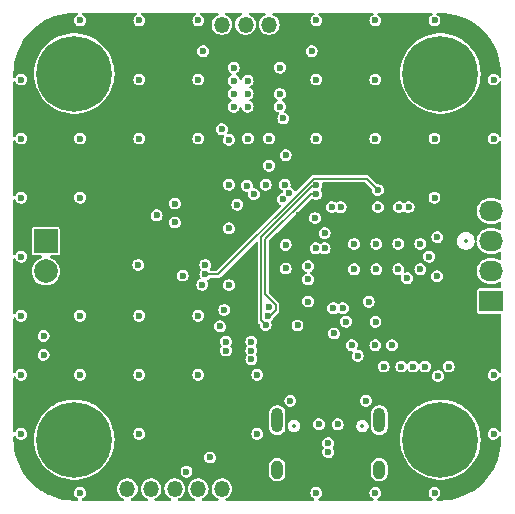
<source format=gbr>
%TF.GenerationSoftware,KiCad,Pcbnew,8.0.4*%
%TF.CreationDate,2024-08-28T16:39:45+02:00*%
%TF.ProjectId,stepper_driver_PCB,73746570-7065-4725-9f64-72697665725f,rev?*%
%TF.SameCoordinates,Original*%
%TF.FileFunction,Copper,L3,Inr*%
%TF.FilePolarity,Positive*%
%FSLAX46Y46*%
G04 Gerber Fmt 4.6, Leading zero omitted, Abs format (unit mm)*
G04 Created by KiCad (PCBNEW 8.0.4) date 2024-08-28 16:39:45*
%MOMM*%
%LPD*%
G01*
G04 APERTURE LIST*
%TA.AperFunction,ComponentPad*%
%ADD10R,1.350000X1.350000*%
%TD*%
%TA.AperFunction,ComponentPad*%
%ADD11O,1.350000X1.350000*%
%TD*%
%TA.AperFunction,ComponentPad*%
%ADD12C,0.800000*%
%TD*%
%TA.AperFunction,ComponentPad*%
%ADD13C,6.400000*%
%TD*%
%TA.AperFunction,ComponentPad*%
%ADD14R,2.000000X2.000000*%
%TD*%
%TA.AperFunction,ComponentPad*%
%ADD15C,2.000000*%
%TD*%
%TA.AperFunction,ComponentPad*%
%ADD16O,1.000000X2.100000*%
%TD*%
%TA.AperFunction,ComponentPad*%
%ADD17O,1.000000X1.600000*%
%TD*%
%TA.AperFunction,ComponentPad*%
%ADD18R,2.030000X1.730000*%
%TD*%
%TA.AperFunction,ComponentPad*%
%ADD19O,2.030000X1.730000*%
%TD*%
%TA.AperFunction,HeatsinkPad*%
%ADD20C,0.600000*%
%TD*%
%TA.AperFunction,ViaPad*%
%ADD21C,0.600000*%
%TD*%
%TA.AperFunction,Conductor*%
%ADD22C,0.200000*%
%TD*%
%ADD23C,0.300000*%
%ADD24C,0.350000*%
%ADD25O,0.600000X1.700000*%
%ADD26O,0.600000X1.200000*%
G04 APERTURE END LIST*
D10*
%TO.N,+3V3*%
%TO.C,J4*%
X118500000Y-75850000D03*
D11*
%TO.N,/JTAG_SWDIO*%
X116499999Y-75850000D03*
%TO.N,/JTAG_SWCLK*%
X114500000Y-75850000D03*
%TO.N,GND*%
X112500000Y-75850000D03*
%TD*%
D12*
%TO.N,GND*%
%TO.C,H2*%
X128600000Y-80000000D03*
X129302944Y-78302944D03*
X129302944Y-81697056D03*
X131000000Y-77600000D03*
D13*
X131000000Y-80000000D03*
D12*
X131000000Y-82400000D03*
X132697056Y-78302944D03*
X132697056Y-81697056D03*
X133400000Y-80000000D03*
%TD*%
D14*
%TO.N,+24V*%
%TO.C,J1*%
X97600000Y-94200000D03*
D15*
%TO.N,GND*%
X97600000Y-96740000D03*
%TD*%
D10*
%TO.N,+3V3*%
%TO.C,J2*%
X114500000Y-115150000D03*
D11*
%TO.N,/CTRL_SPI_MOSI*%
X112499999Y-115150000D03*
%TO.N,/CTRL_SPI_MISO*%
X110500000Y-115150000D03*
%TO.N,/CTRL_SPI_CLK*%
X108500000Y-115150000D03*
%TO.N,/CTRL_SPI_NCS*%
X106500000Y-115150000D03*
%TO.N,GND*%
X104500000Y-115150000D03*
%TD*%
D16*
%TO.N,unconnected-(J5-SHIELD-PadS1)*%
%TO.C,J5*%
X117180000Y-109345000D03*
D17*
%TO.N,unconnected-(J5-SHIELD-PadS1)_2*%
X117180000Y-113525000D03*
D16*
%TO.N,unconnected-(J5-SHIELD-PadS1)_3*%
X125820000Y-109345000D03*
D17*
%TO.N,unconnected-(J5-SHIELD-PadS1)_1*%
X125820000Y-113525000D03*
%TD*%
D12*
%TO.N,GND*%
%TO.C,H1*%
X97600000Y-80000000D03*
X98302944Y-78302944D03*
X98302944Y-81697056D03*
X100000000Y-77600000D03*
D13*
X100000000Y-80000000D03*
D12*
X100000000Y-82400000D03*
X101697056Y-78302944D03*
X101697056Y-81697056D03*
X102400000Y-80000000D03*
%TD*%
D18*
%TO.N,/STEPPER_B2*%
%TO.C,J3*%
X135300000Y-99250000D03*
D19*
%TO.N,/STEPPER_B1*%
X135300000Y-96710000D03*
%TO.N,/STEPPER_A1*%
X135300000Y-94170001D03*
%TO.N,/STEPPER_A2*%
X135300000Y-91630000D03*
%TD*%
D12*
%TO.N,GND*%
%TO.C,H4*%
X128600000Y-111000000D03*
X129302944Y-109302944D03*
X129302944Y-112697056D03*
X131000000Y-108600000D03*
D13*
X131000000Y-111000000D03*
D12*
X131000000Y-113400000D03*
X132697056Y-109302944D03*
X132697056Y-112697056D03*
X133400000Y-111000000D03*
%TD*%
%TO.N,GND*%
%TO.C,H3*%
X97600000Y-111000000D03*
X98302944Y-109302944D03*
X98302944Y-112697056D03*
X100000000Y-108600000D03*
D13*
X100000000Y-111000000D03*
D12*
X100000000Y-113400000D03*
X101697056Y-109302944D03*
X101697056Y-112697056D03*
X102400000Y-111000000D03*
%TD*%
D20*
%TO.N,GND*%
%TO.C,U5*%
X123700000Y-96575000D03*
X125566667Y-96575000D03*
X127433333Y-96575000D03*
X129300000Y-96575000D03*
X123700000Y-94425000D03*
X125566667Y-94425000D03*
X127433333Y-94425000D03*
X129300000Y-94425000D03*
%TD*%
D21*
%TO.N,GND*%
X95500000Y-105500000D03*
X127700000Y-104800000D03*
X110500000Y-80500000D03*
X113100000Y-93100000D03*
X135500000Y-105500000D03*
X120499999Y-85500000D03*
X128700000Y-104800000D03*
X125500000Y-75500000D03*
X126900000Y-103000000D03*
X100500000Y-85500000D03*
X105500000Y-80500000D03*
X113100000Y-89400000D03*
X113500000Y-80600000D03*
X130500000Y-75500000D03*
X100500000Y-75500000D03*
X118300000Y-107700000D03*
X115500000Y-110500000D03*
X95500000Y-80500000D03*
X135500000Y-80500000D03*
X126200000Y-104800000D03*
X95500000Y-110500000D03*
X95500000Y-85500000D03*
X110900000Y-78100000D03*
X113500000Y-81700000D03*
X130500000Y-115500000D03*
X97400002Y-102208949D03*
X105500000Y-110500000D03*
X117400000Y-79500000D03*
X100500000Y-90500000D03*
X112700000Y-100013786D03*
X113500000Y-82800000D03*
X123500000Y-103000000D03*
X125500000Y-85500000D03*
X120500000Y-75500000D03*
X105425000Y-96200000D03*
X120500000Y-115500000D03*
X113500000Y-79500000D03*
X116500000Y-87800000D03*
X121500000Y-111300000D03*
X114675000Y-81700000D03*
X108525000Y-92600000D03*
X123000000Y-101000000D03*
X95500000Y-90500000D03*
X129700000Y-104800000D03*
X124700000Y-107700000D03*
X106975000Y-92000000D03*
X120100000Y-78100000D03*
X117900000Y-96500000D03*
X130800000Y-105600000D03*
X105500000Y-85500000D03*
X125500000Y-80500000D03*
X120383246Y-92225000D03*
X130500000Y-90500000D03*
X100500000Y-115500000D03*
X114700000Y-85500000D03*
X131700000Y-104800000D03*
X110500000Y-75500000D03*
X113100000Y-97900000D03*
X115500000Y-105500000D03*
X108525000Y-91000000D03*
X110500000Y-100500000D03*
X114675000Y-80600000D03*
X105500000Y-100500000D03*
X110500000Y-85500000D03*
X100500000Y-105500000D03*
X116500000Y-85500000D03*
X117900000Y-94500000D03*
X100500000Y-100500000D03*
X125500000Y-115500000D03*
X110500000Y-105500000D03*
X135500000Y-85500000D03*
X130710387Y-97150001D03*
X109175000Y-97100000D03*
X130500000Y-85500000D03*
X118900000Y-101325000D03*
X122000000Y-102000000D03*
X130736262Y-93849999D03*
X114675000Y-82800000D03*
X95500000Y-100500000D03*
X117400000Y-82800000D03*
X117400000Y-81725000D03*
X105500000Y-75500000D03*
X125500000Y-103000000D03*
X109500000Y-113700000D03*
X95500000Y-95500000D03*
X105500000Y-105500000D03*
X111500000Y-112500000D03*
X120500000Y-80500000D03*
X135500000Y-110500000D03*
%TO.N,+5V*%
X121500000Y-112050003D03*
X124000000Y-103900000D03*
%TO.N,/USB_DN*%
X120449997Y-94800000D03*
%TO.N,+3.3VA*%
X111100000Y-97000000D03*
X125700000Y-89850000D03*
%TO.N,/USB_DP*%
X121200000Y-94800000D03*
%TO.N,Net-(J5-D+-PadA6)*%
X122300000Y-109700000D03*
%TO.N,Net-(J5-D--PadA7)*%
X120700000Y-109700000D03*
%TO.N,/NRST*%
X112500000Y-84700000D03*
X111100000Y-96200000D03*
%TO.N,/STATUS*%
X97400002Y-103808871D03*
X119799582Y-96300000D03*
%TO.N,/I2C_SDA*%
X116507512Y-99796921D03*
%TO.N,/I2C_SCL*%
X113800000Y-91100000D03*
%TO.N,/TMC_UART_RX*%
X121800000Y-91300000D03*
%TO.N,+24V*%
X130050002Y-95500000D03*
X125504412Y-101025000D03*
%TO.N,/AS5600_OUT*%
X110833006Y-97878563D03*
%TO.N,/TMC_UART_TX*%
X122549996Y-91303104D03*
%TO.N,+3V3*%
X116325000Y-81700000D03*
X110075000Y-92600000D03*
X101425000Y-103000000D03*
X118700000Y-98900000D03*
X131500000Y-102100000D03*
X129500000Y-102100000D03*
X115075000Y-100800000D03*
X115525000Y-78100000D03*
X124950003Y-91300000D03*
X132500000Y-101100000D03*
X129500000Y-101100000D03*
X118999999Y-92000000D03*
X128500000Y-103100000D03*
X131500000Y-100100000D03*
X132500000Y-103100000D03*
X112000000Y-92062500D03*
X133500000Y-101100000D03*
X116325000Y-80600000D03*
X128500000Y-100925000D03*
X133500000Y-100100000D03*
X133500000Y-102100000D03*
X131500000Y-101100000D03*
X129500000Y-103100000D03*
X116325000Y-82800000D03*
X130500000Y-101100000D03*
X132500000Y-100100000D03*
X117900000Y-85600000D03*
X132500000Y-102100000D03*
X131500000Y-103100000D03*
X129500000Y-100100000D03*
X110075000Y-91000000D03*
X130500000Y-102100000D03*
X109218750Y-98700000D03*
X130500000Y-100100000D03*
X133500000Y-103100000D03*
%TO.N,/BOOT0*%
X117700000Y-83800000D03*
X114611091Y-89488909D03*
%TO.N,/W25Q128_NRST*%
X117900000Y-86900000D03*
X115200000Y-90200000D03*
%TO.N,/JTAG_SWDIO*%
X121200000Y-93500000D03*
%TO.N,/JTAG_SWCLK*%
X118200000Y-90115687D03*
%TO.N,/TMC_NEN*%
X128175000Y-97325002D03*
X112350000Y-101400000D03*
X115000000Y-104200006D03*
%TO.N,/TMC_STDBY*%
X128300000Y-91300000D03*
%TO.N,/TMC_SPREAD*%
X119799582Y-97424999D03*
X119799582Y-99300000D03*
X124925000Y-99305653D03*
%TO.N,/TMC_MS1*%
X112850000Y-103450003D03*
X122741776Y-99855653D03*
X115000000Y-103450003D03*
%TO.N,/TMC_INDEX*%
X120499997Y-90200000D03*
X116375000Y-100543042D03*
%TO.N,/TMC_DIR*%
X127500000Y-91300000D03*
%TO.N,/TMC_STEP*%
X125700006Y-91300000D03*
%TO.N,/TMC_DIAG*%
X116203526Y-101273179D03*
X120500000Y-89449998D03*
%TO.N,/TMC_MS2*%
X121916806Y-99855653D03*
X112850000Y-102700000D03*
X115000000Y-102700000D03*
%TO.N,/FLASH_SPI_MOSI*%
X117806410Y-89406410D03*
X116200000Y-89400000D03*
%TO.N,/FLASH_SPI_NCS*%
X113100000Y-85600000D03*
X117650000Y-90625588D03*
%TD*%
D22*
%TO.N,+3.3VA*%
X120272182Y-88899998D02*
X124749998Y-88899998D01*
X124749998Y-88899998D02*
X125700000Y-89850000D01*
X111100000Y-97000000D02*
X112172180Y-97000000D01*
X112172180Y-97000000D02*
X120272182Y-88899998D01*
%TO.N,/TMC_INDEX*%
X116539209Y-100543042D02*
X117057512Y-100024739D01*
X120000000Y-90200000D02*
X120499997Y-90200000D01*
X117057512Y-99569103D02*
X116175000Y-98686591D01*
X117057512Y-100024739D02*
X117057512Y-99569103D01*
X116375000Y-100543042D02*
X116539209Y-100543042D01*
X116175000Y-98686591D02*
X116175000Y-94025000D01*
X116175000Y-94025000D02*
X120000000Y-90200000D01*
%TO.N,/TMC_DIAG*%
X116203526Y-101273179D02*
X115825000Y-100894653D01*
X120250002Y-89449998D02*
X120500000Y-89449998D01*
X115825000Y-100894653D02*
X115825000Y-93875000D01*
X115825000Y-93875000D02*
X120250002Y-89449998D01*
%TD*%
%TA.AperFunction,Conductor*%
%TO.N,+3V3*%
G36*
X100308093Y-74869407D02*
G01*
X100344057Y-74918907D01*
X100344057Y-74980093D01*
X100308093Y-75029593D01*
X100291026Y-75039554D01*
X100289946Y-75040046D01*
X100168873Y-75117855D01*
X100074622Y-75226628D01*
X100014834Y-75357543D01*
X99994353Y-75499997D01*
X99994353Y-75500002D01*
X100014834Y-75642456D01*
X100037181Y-75691388D01*
X100074623Y-75773373D01*
X100116598Y-75821815D01*
X100168873Y-75882144D01*
X100257295Y-75938969D01*
X100289947Y-75959953D01*
X100396403Y-75991211D01*
X100428035Y-76000499D01*
X100428036Y-76000499D01*
X100428039Y-76000500D01*
X100428041Y-76000500D01*
X100571959Y-76000500D01*
X100571961Y-76000500D01*
X100710053Y-75959953D01*
X100831128Y-75882143D01*
X100925377Y-75773373D01*
X100985165Y-75642457D01*
X101005647Y-75500000D01*
X101004488Y-75491941D01*
X100985165Y-75357543D01*
X100973756Y-75332562D01*
X100925377Y-75226627D01*
X100831128Y-75117857D01*
X100831127Y-75117856D01*
X100831126Y-75117855D01*
X100710053Y-75040046D01*
X100708974Y-75039554D01*
X100708244Y-75038884D01*
X100704097Y-75036219D01*
X100704558Y-75035501D01*
X100663895Y-74998183D01*
X100651743Y-74938217D01*
X100677159Y-74882560D01*
X100730436Y-74852472D01*
X100750098Y-74850500D01*
X105249902Y-74850500D01*
X105308093Y-74869407D01*
X105344057Y-74918907D01*
X105344057Y-74980093D01*
X105308093Y-75029593D01*
X105291026Y-75039554D01*
X105289946Y-75040046D01*
X105168873Y-75117855D01*
X105074622Y-75226628D01*
X105014834Y-75357543D01*
X104994353Y-75499997D01*
X104994353Y-75500002D01*
X105014834Y-75642456D01*
X105037181Y-75691388D01*
X105074623Y-75773373D01*
X105116598Y-75821815D01*
X105168873Y-75882144D01*
X105257295Y-75938969D01*
X105289947Y-75959953D01*
X105396403Y-75991211D01*
X105428035Y-76000499D01*
X105428036Y-76000499D01*
X105428039Y-76000500D01*
X105428041Y-76000500D01*
X105571959Y-76000500D01*
X105571961Y-76000500D01*
X105710053Y-75959953D01*
X105831128Y-75882143D01*
X105925377Y-75773373D01*
X105985165Y-75642457D01*
X106005647Y-75500000D01*
X106004488Y-75491941D01*
X105985165Y-75357543D01*
X105973756Y-75332562D01*
X105925377Y-75226627D01*
X105831128Y-75117857D01*
X105831127Y-75117856D01*
X105831126Y-75117855D01*
X105710053Y-75040046D01*
X105708974Y-75039554D01*
X105708244Y-75038884D01*
X105704097Y-75036219D01*
X105704558Y-75035501D01*
X105663895Y-74998183D01*
X105651743Y-74938217D01*
X105677159Y-74882560D01*
X105730436Y-74852472D01*
X105750098Y-74850500D01*
X110249902Y-74850500D01*
X110308093Y-74869407D01*
X110344057Y-74918907D01*
X110344057Y-74980093D01*
X110308093Y-75029593D01*
X110291026Y-75039554D01*
X110289946Y-75040046D01*
X110168873Y-75117855D01*
X110074622Y-75226628D01*
X110014834Y-75357543D01*
X109994353Y-75499997D01*
X109994353Y-75500002D01*
X110014834Y-75642456D01*
X110037181Y-75691388D01*
X110074623Y-75773373D01*
X110116598Y-75821815D01*
X110168873Y-75882144D01*
X110257295Y-75938969D01*
X110289947Y-75959953D01*
X110396403Y-75991211D01*
X110428035Y-76000499D01*
X110428036Y-76000499D01*
X110428039Y-76000500D01*
X110428041Y-76000500D01*
X110571959Y-76000500D01*
X110571961Y-76000500D01*
X110710053Y-75959953D01*
X110831128Y-75882143D01*
X110925377Y-75773373D01*
X110985165Y-75642457D01*
X111005647Y-75500000D01*
X111004488Y-75491941D01*
X110985165Y-75357543D01*
X110973756Y-75332562D01*
X110925377Y-75226627D01*
X110831128Y-75117857D01*
X110831127Y-75117856D01*
X110831126Y-75117855D01*
X110710053Y-75040046D01*
X110708974Y-75039554D01*
X110708244Y-75038884D01*
X110704097Y-75036219D01*
X110704558Y-75035501D01*
X110663895Y-74998183D01*
X110651743Y-74938217D01*
X110677159Y-74882560D01*
X110730436Y-74852472D01*
X110750098Y-74850500D01*
X112126659Y-74850500D01*
X112184850Y-74869407D01*
X112220814Y-74918907D01*
X112220814Y-74980093D01*
X112184850Y-75029593D01*
X112166927Y-75039940D01*
X112151260Y-75046915D01*
X112059845Y-75087615D01*
X112059842Y-75087617D01*
X111910948Y-75195794D01*
X111787803Y-75332562D01*
X111787803Y-75332563D01*
X111695790Y-75491931D01*
X111695784Y-75491945D01*
X111638916Y-75666965D01*
X111638915Y-75666969D01*
X111638915Y-75666971D01*
X111619678Y-75850000D01*
X111631234Y-75959953D01*
X111638916Y-76033034D01*
X111695784Y-76208054D01*
X111695790Y-76208068D01*
X111768893Y-76334684D01*
X111787805Y-76367440D01*
X111910950Y-76504207D01*
X112059839Y-76612381D01*
X112059843Y-76612383D01*
X112059845Y-76612384D01*
X112115485Y-76637156D01*
X112227966Y-76687236D01*
X112407981Y-76725500D01*
X112407983Y-76725500D01*
X112592017Y-76725500D01*
X112592019Y-76725500D01*
X112772034Y-76687236D01*
X112940161Y-76612381D01*
X113089050Y-76504207D01*
X113212195Y-76367440D01*
X113302291Y-76211390D01*
X113304209Y-76208068D01*
X113304209Y-76208066D01*
X113304214Y-76208059D01*
X113361085Y-76033029D01*
X113380322Y-75850000D01*
X113361085Y-75666971D01*
X113304214Y-75491941D01*
X113304211Y-75491936D01*
X113304209Y-75491931D01*
X113256935Y-75410052D01*
X113212195Y-75332560D01*
X113089050Y-75195793D01*
X112940161Y-75087619D01*
X112940157Y-75087617D01*
X112940154Y-75087615D01*
X112855016Y-75049710D01*
X112833073Y-75039940D01*
X112787605Y-74999000D01*
X112774883Y-74939152D01*
X112799769Y-74883256D01*
X112852757Y-74852663D01*
X112873341Y-74850500D01*
X114126659Y-74850500D01*
X114184850Y-74869407D01*
X114220814Y-74918907D01*
X114220814Y-74980093D01*
X114184850Y-75029593D01*
X114166927Y-75039940D01*
X114151260Y-75046915D01*
X114059845Y-75087615D01*
X114059842Y-75087617D01*
X113910948Y-75195794D01*
X113787803Y-75332562D01*
X113787803Y-75332563D01*
X113695790Y-75491931D01*
X113695784Y-75491945D01*
X113638916Y-75666965D01*
X113638915Y-75666969D01*
X113638915Y-75666971D01*
X113619678Y-75850000D01*
X113631234Y-75959953D01*
X113638916Y-76033034D01*
X113695784Y-76208054D01*
X113695790Y-76208068D01*
X113768893Y-76334684D01*
X113787805Y-76367440D01*
X113910950Y-76504207D01*
X114059839Y-76612381D01*
X114059843Y-76612383D01*
X114059845Y-76612384D01*
X114115485Y-76637156D01*
X114227966Y-76687236D01*
X114407981Y-76725500D01*
X114407983Y-76725500D01*
X114592017Y-76725500D01*
X114592019Y-76725500D01*
X114772034Y-76687236D01*
X114940161Y-76612381D01*
X115089050Y-76504207D01*
X115212195Y-76367440D01*
X115302291Y-76211390D01*
X115304209Y-76208068D01*
X115304209Y-76208066D01*
X115304214Y-76208059D01*
X115361085Y-76033029D01*
X115380322Y-75850000D01*
X115361085Y-75666971D01*
X115304214Y-75491941D01*
X115304211Y-75491936D01*
X115304209Y-75491931D01*
X115256935Y-75410052D01*
X115212195Y-75332560D01*
X115089050Y-75195793D01*
X114940161Y-75087619D01*
X114940157Y-75087617D01*
X114940154Y-75087615D01*
X114855016Y-75049710D01*
X114833073Y-75039940D01*
X114787605Y-74999000D01*
X114774883Y-74939152D01*
X114799769Y-74883256D01*
X114852757Y-74852663D01*
X114873341Y-74850500D01*
X116126658Y-74850500D01*
X116184849Y-74869407D01*
X116220813Y-74918907D01*
X116220813Y-74980093D01*
X116184849Y-75029593D01*
X116166926Y-75039940D01*
X116151259Y-75046915D01*
X116059844Y-75087615D01*
X116059841Y-75087617D01*
X115910947Y-75195794D01*
X115787802Y-75332562D01*
X115787802Y-75332563D01*
X115695789Y-75491931D01*
X115695783Y-75491945D01*
X115638915Y-75666965D01*
X115638914Y-75666969D01*
X115638914Y-75666971D01*
X115619677Y-75850000D01*
X115631233Y-75959953D01*
X115638915Y-76033034D01*
X115695783Y-76208054D01*
X115695789Y-76208068D01*
X115768892Y-76334684D01*
X115787804Y-76367440D01*
X115910949Y-76504207D01*
X116059838Y-76612381D01*
X116059842Y-76612383D01*
X116059844Y-76612384D01*
X116115484Y-76637156D01*
X116227965Y-76687236D01*
X116407980Y-76725500D01*
X116407982Y-76725500D01*
X116592016Y-76725500D01*
X116592018Y-76725500D01*
X116772033Y-76687236D01*
X116940160Y-76612381D01*
X117089049Y-76504207D01*
X117212194Y-76367440D01*
X117302290Y-76211390D01*
X117304208Y-76208068D01*
X117304208Y-76208066D01*
X117304213Y-76208059D01*
X117361084Y-76033029D01*
X117380321Y-75850000D01*
X117361084Y-75666971D01*
X117304213Y-75491941D01*
X117304210Y-75491936D01*
X117304208Y-75491931D01*
X117256934Y-75410052D01*
X117212194Y-75332560D01*
X117089049Y-75195793D01*
X116940160Y-75087619D01*
X116940156Y-75087617D01*
X116940153Y-75087615D01*
X116855015Y-75049710D01*
X116833072Y-75039940D01*
X116787604Y-74999000D01*
X116774882Y-74939152D01*
X116799768Y-74883256D01*
X116852756Y-74852663D01*
X116873340Y-74850500D01*
X120249902Y-74850500D01*
X120308093Y-74869407D01*
X120344057Y-74918907D01*
X120344057Y-74980093D01*
X120308093Y-75029593D01*
X120291026Y-75039554D01*
X120289946Y-75040046D01*
X120168873Y-75117855D01*
X120074622Y-75226628D01*
X120014834Y-75357543D01*
X119994353Y-75499997D01*
X119994353Y-75500002D01*
X120014834Y-75642456D01*
X120037181Y-75691388D01*
X120074623Y-75773373D01*
X120116598Y-75821815D01*
X120168873Y-75882144D01*
X120257295Y-75938969D01*
X120289947Y-75959953D01*
X120396403Y-75991211D01*
X120428035Y-76000499D01*
X120428036Y-76000499D01*
X120428039Y-76000500D01*
X120428041Y-76000500D01*
X120571959Y-76000500D01*
X120571961Y-76000500D01*
X120710053Y-75959953D01*
X120831128Y-75882143D01*
X120925377Y-75773373D01*
X120985165Y-75642457D01*
X121005647Y-75500000D01*
X121004488Y-75491941D01*
X120985165Y-75357543D01*
X120973756Y-75332562D01*
X120925377Y-75226627D01*
X120831128Y-75117857D01*
X120831127Y-75117856D01*
X120831126Y-75117855D01*
X120710053Y-75040046D01*
X120708974Y-75039554D01*
X120708244Y-75038884D01*
X120704097Y-75036219D01*
X120704558Y-75035501D01*
X120663895Y-74998183D01*
X120651743Y-74938217D01*
X120677159Y-74882560D01*
X120730436Y-74852472D01*
X120750098Y-74850500D01*
X125249902Y-74850500D01*
X125308093Y-74869407D01*
X125344057Y-74918907D01*
X125344057Y-74980093D01*
X125308093Y-75029593D01*
X125291026Y-75039554D01*
X125289946Y-75040046D01*
X125168873Y-75117855D01*
X125074622Y-75226628D01*
X125014834Y-75357543D01*
X124994353Y-75499997D01*
X124994353Y-75500002D01*
X125014834Y-75642456D01*
X125037181Y-75691388D01*
X125074623Y-75773373D01*
X125116598Y-75821815D01*
X125168873Y-75882144D01*
X125257295Y-75938969D01*
X125289947Y-75959953D01*
X125396403Y-75991211D01*
X125428035Y-76000499D01*
X125428036Y-76000499D01*
X125428039Y-76000500D01*
X125428041Y-76000500D01*
X125571959Y-76000500D01*
X125571961Y-76000500D01*
X125710053Y-75959953D01*
X125831128Y-75882143D01*
X125925377Y-75773373D01*
X125985165Y-75642457D01*
X126005647Y-75500000D01*
X126004488Y-75491941D01*
X125985165Y-75357543D01*
X125973756Y-75332562D01*
X125925377Y-75226627D01*
X125831128Y-75117857D01*
X125831127Y-75117856D01*
X125831126Y-75117855D01*
X125710053Y-75040046D01*
X125708974Y-75039554D01*
X125708244Y-75038884D01*
X125704097Y-75036219D01*
X125704558Y-75035501D01*
X125663895Y-74998183D01*
X125651743Y-74938217D01*
X125677159Y-74882560D01*
X125730436Y-74852472D01*
X125750098Y-74850500D01*
X130249902Y-74850500D01*
X130308093Y-74869407D01*
X130344057Y-74918907D01*
X130344057Y-74980093D01*
X130308093Y-75029593D01*
X130291026Y-75039554D01*
X130289946Y-75040046D01*
X130168873Y-75117855D01*
X130074622Y-75226628D01*
X130014834Y-75357543D01*
X129994353Y-75499997D01*
X129994353Y-75500002D01*
X130014834Y-75642456D01*
X130037181Y-75691388D01*
X130074623Y-75773373D01*
X130116598Y-75821815D01*
X130168873Y-75882144D01*
X130257295Y-75938969D01*
X130289947Y-75959953D01*
X130396403Y-75991211D01*
X130428035Y-76000499D01*
X130428036Y-76000499D01*
X130428039Y-76000500D01*
X130428041Y-76000500D01*
X130571959Y-76000500D01*
X130571961Y-76000500D01*
X130710053Y-75959953D01*
X130831128Y-75882143D01*
X130925377Y-75773373D01*
X130985165Y-75642457D01*
X131005647Y-75500000D01*
X131004488Y-75491941D01*
X130985165Y-75357543D01*
X130973756Y-75332562D01*
X130925377Y-75226627D01*
X130831128Y-75117857D01*
X130831127Y-75117856D01*
X130831126Y-75117855D01*
X130710053Y-75040046D01*
X130708974Y-75039554D01*
X130708244Y-75038884D01*
X130704097Y-75036219D01*
X130704558Y-75035501D01*
X130663895Y-74998183D01*
X130651743Y-74938217D01*
X130677159Y-74882560D01*
X130730436Y-74852472D01*
X130750098Y-74850500D01*
X130934108Y-74850500D01*
X130997964Y-74850500D01*
X131002055Y-74850585D01*
X131421154Y-74867918D01*
X131429286Y-74868592D01*
X131843533Y-74920227D01*
X131851574Y-74921569D01*
X132260134Y-75007235D01*
X132268046Y-75009239D01*
X132531304Y-75087615D01*
X132668106Y-75128343D01*
X132675845Y-75130999D01*
X132766012Y-75166182D01*
X133064726Y-75282740D01*
X133072196Y-75286016D01*
X133447235Y-75469362D01*
X133454399Y-75473240D01*
X133738382Y-75642457D01*
X133812989Y-75686913D01*
X133819839Y-75691388D01*
X134159557Y-75933943D01*
X134166014Y-75938969D01*
X134484531Y-76208739D01*
X134490551Y-76214280D01*
X134785719Y-76509448D01*
X134791260Y-76515468D01*
X135061030Y-76833985D01*
X135066056Y-76840442D01*
X135308611Y-77180160D01*
X135313086Y-77187010D01*
X135526750Y-77545584D01*
X135530641Y-77552773D01*
X135582107Y-77658048D01*
X135713977Y-77927791D01*
X135717264Y-77935285D01*
X135869000Y-78324154D01*
X135871656Y-78331893D01*
X135990757Y-78731943D01*
X135992766Y-78739875D01*
X136078427Y-79148410D01*
X136079774Y-79156481D01*
X136131406Y-79570702D01*
X136132081Y-79578856D01*
X136149415Y-79997944D01*
X136149500Y-80002035D01*
X136149500Y-80262291D01*
X136130593Y-80320482D01*
X136081093Y-80356446D01*
X136019907Y-80356446D01*
X135970407Y-80320482D01*
X135960447Y-80303418D01*
X135925377Y-80226628D01*
X135925377Y-80226627D01*
X135831128Y-80117857D01*
X135831127Y-80117856D01*
X135831126Y-80117855D01*
X135710057Y-80040049D01*
X135710054Y-80040047D01*
X135710053Y-80040047D01*
X135705520Y-80038716D01*
X135571964Y-79999500D01*
X135571961Y-79999500D01*
X135428039Y-79999500D01*
X135428035Y-79999500D01*
X135289949Y-80040046D01*
X135289942Y-80040049D01*
X135168873Y-80117855D01*
X135074622Y-80226628D01*
X135014834Y-80357543D01*
X134994353Y-80499997D01*
X134994353Y-80500002D01*
X135014834Y-80642456D01*
X135060504Y-80742457D01*
X135074623Y-80773373D01*
X135161271Y-80873371D01*
X135168873Y-80882144D01*
X135289942Y-80959950D01*
X135289947Y-80959953D01*
X135396403Y-80991211D01*
X135428035Y-81000499D01*
X135428036Y-81000499D01*
X135428039Y-81000500D01*
X135428041Y-81000500D01*
X135571959Y-81000500D01*
X135571961Y-81000500D01*
X135710053Y-80959953D01*
X135831128Y-80882143D01*
X135925377Y-80773373D01*
X135944235Y-80732081D01*
X135960447Y-80696582D01*
X136001819Y-80651504D01*
X136061785Y-80639353D01*
X136117441Y-80664771D01*
X136147528Y-80718048D01*
X136149500Y-80737708D01*
X136149500Y-85262291D01*
X136130593Y-85320482D01*
X136081093Y-85356446D01*
X136019907Y-85356446D01*
X135970407Y-85320482D01*
X135960447Y-85303418D01*
X135925377Y-85226628D01*
X135925377Y-85226627D01*
X135831128Y-85117857D01*
X135831127Y-85117856D01*
X135831126Y-85117855D01*
X135710057Y-85040049D01*
X135710054Y-85040047D01*
X135710053Y-85040047D01*
X135710050Y-85040046D01*
X135571964Y-84999500D01*
X135571961Y-84999500D01*
X135428039Y-84999500D01*
X135428035Y-84999500D01*
X135289949Y-85040046D01*
X135289942Y-85040049D01*
X135168873Y-85117855D01*
X135074622Y-85226628D01*
X135014834Y-85357543D01*
X134994353Y-85499997D01*
X134994353Y-85500002D01*
X135014834Y-85642456D01*
X135060504Y-85742457D01*
X135074623Y-85773373D01*
X135161271Y-85873371D01*
X135168873Y-85882144D01*
X135289942Y-85959950D01*
X135289947Y-85959953D01*
X135396403Y-85991211D01*
X135428035Y-86000499D01*
X135428036Y-86000499D01*
X135428039Y-86000500D01*
X135428041Y-86000500D01*
X135571959Y-86000500D01*
X135571961Y-86000500D01*
X135710053Y-85959953D01*
X135831128Y-85882143D01*
X135925377Y-85773373D01*
X135943793Y-85733046D01*
X135960447Y-85696582D01*
X136001819Y-85651504D01*
X136061785Y-85639353D01*
X136117441Y-85664771D01*
X136147528Y-85718048D01*
X136149500Y-85737708D01*
X136149500Y-90630709D01*
X136130593Y-90688900D01*
X136081093Y-90724864D01*
X136019907Y-90724864D01*
X135995500Y-90713025D01*
X135954705Y-90685767D01*
X135760798Y-90605448D01*
X135760792Y-90605446D01*
X135554945Y-90564500D01*
X135554943Y-90564500D01*
X135045057Y-90564500D01*
X135045054Y-90564500D01*
X134839207Y-90605446D01*
X134839201Y-90605448D01*
X134645297Y-90685766D01*
X134470787Y-90802369D01*
X134322369Y-90950787D01*
X134205766Y-91125297D01*
X134125448Y-91319201D01*
X134125446Y-91319207D01*
X134084500Y-91525054D01*
X134084500Y-91734945D01*
X134125446Y-91940792D01*
X134125448Y-91940798D01*
X134205766Y-92134702D01*
X134322369Y-92309212D01*
X134322372Y-92309216D01*
X134470784Y-92457628D01*
X134645297Y-92574233D01*
X134839205Y-92654553D01*
X135045057Y-92695500D01*
X135045058Y-92695500D01*
X135554942Y-92695500D01*
X135554943Y-92695500D01*
X135760795Y-92654553D01*
X135954703Y-92574233D01*
X135995499Y-92546973D01*
X136054387Y-92530366D01*
X136111790Y-92551544D01*
X136145783Y-92602418D01*
X136149500Y-92629290D01*
X136149500Y-93170710D01*
X136130593Y-93228901D01*
X136081093Y-93264865D01*
X136019907Y-93264865D01*
X135995500Y-93253026D01*
X135954705Y-93225768D01*
X135760798Y-93145449D01*
X135760792Y-93145447D01*
X135554945Y-93104501D01*
X135554943Y-93104501D01*
X135045057Y-93104501D01*
X135045054Y-93104501D01*
X134839207Y-93145447D01*
X134839201Y-93145449D01*
X134645297Y-93225767D01*
X134470787Y-93342370D01*
X134322369Y-93490788D01*
X134205766Y-93665298D01*
X134125448Y-93859202D01*
X134125446Y-93859208D01*
X134084500Y-94065055D01*
X134084500Y-94066220D01*
X134084336Y-94066724D01*
X134084024Y-94069894D01*
X134083328Y-94069825D01*
X134065593Y-94124411D01*
X134016093Y-94160375D01*
X133954907Y-94160375D01*
X133905407Y-94124411D01*
X133888402Y-94085535D01*
X133884328Y-94065055D01*
X133861658Y-93951087D01*
X133805084Y-93814505D01*
X133722951Y-93691584D01*
X133618416Y-93587049D01*
X133495495Y-93504916D01*
X133483627Y-93500000D01*
X133358914Y-93448342D01*
X133213918Y-93419500D01*
X133066082Y-93419500D01*
X133066081Y-93419500D01*
X132921085Y-93448342D01*
X132784506Y-93504915D01*
X132661585Y-93587048D01*
X132557048Y-93691585D01*
X132474915Y-93814506D01*
X132418342Y-93951085D01*
X132389500Y-94096081D01*
X132389500Y-94243918D01*
X132418342Y-94388914D01*
X132464356Y-94500002D01*
X132474916Y-94525495D01*
X132557049Y-94648416D01*
X132661584Y-94752951D01*
X132784505Y-94835084D01*
X132921087Y-94891658D01*
X133066082Y-94920500D01*
X133066083Y-94920500D01*
X133213917Y-94920500D01*
X133213918Y-94920500D01*
X133358913Y-94891658D01*
X133495495Y-94835084D01*
X133618416Y-94752951D01*
X133722951Y-94648416D01*
X133805084Y-94525495D01*
X133861658Y-94388913D01*
X133888402Y-94254464D01*
X133918299Y-94201081D01*
X133973864Y-94175465D01*
X134033874Y-94187402D01*
X134075406Y-94232332D01*
X134083701Y-94270139D01*
X134084024Y-94270108D01*
X134084292Y-94272831D01*
X134084500Y-94273779D01*
X134084500Y-94274946D01*
X134125446Y-94480793D01*
X134125448Y-94480799D01*
X134205766Y-94674703D01*
X134322369Y-94849213D01*
X134322372Y-94849217D01*
X134470784Y-94997629D01*
X134645297Y-95114234D01*
X134839205Y-95194554D01*
X135045057Y-95235501D01*
X135045058Y-95235501D01*
X135554942Y-95235501D01*
X135554943Y-95235501D01*
X135760795Y-95194554D01*
X135954703Y-95114234D01*
X135995499Y-95086974D01*
X136054387Y-95070367D01*
X136111790Y-95091545D01*
X136145783Y-95142419D01*
X136149500Y-95169291D01*
X136149500Y-95710709D01*
X136130593Y-95768900D01*
X136081093Y-95804864D01*
X136019907Y-95804864D01*
X135995500Y-95793025D01*
X135954705Y-95765767D01*
X135760798Y-95685448D01*
X135760792Y-95685446D01*
X135554945Y-95644500D01*
X135554943Y-95644500D01*
X135045057Y-95644500D01*
X135045054Y-95644500D01*
X134839207Y-95685446D01*
X134839201Y-95685448D01*
X134645297Y-95765766D01*
X134470787Y-95882369D01*
X134322369Y-96030787D01*
X134205766Y-96205297D01*
X134125448Y-96399201D01*
X134125446Y-96399207D01*
X134084500Y-96605054D01*
X134084500Y-96814945D01*
X134125446Y-97020792D01*
X134125448Y-97020798D01*
X134205766Y-97214702D01*
X134317646Y-97382143D01*
X134322372Y-97389216D01*
X134470784Y-97537628D01*
X134645297Y-97654233D01*
X134839205Y-97734553D01*
X135045057Y-97775500D01*
X135045058Y-97775500D01*
X135554942Y-97775500D01*
X135554943Y-97775500D01*
X135760795Y-97734553D01*
X135954703Y-97654233D01*
X135995499Y-97626973D01*
X136054387Y-97610366D01*
X136111790Y-97631544D01*
X136145783Y-97682418D01*
X136149500Y-97709290D01*
X136149500Y-98085500D01*
X136130593Y-98143691D01*
X136081093Y-98179655D01*
X136050500Y-98184500D01*
X134265252Y-98184500D01*
X134265251Y-98184500D01*
X134265241Y-98184501D01*
X134206772Y-98196132D01*
X134206766Y-98196134D01*
X134140451Y-98240445D01*
X134140445Y-98240451D01*
X134096134Y-98306766D01*
X134096132Y-98306772D01*
X134084501Y-98365241D01*
X134084500Y-98365253D01*
X134084500Y-100134746D01*
X134084501Y-100134758D01*
X134096132Y-100193227D01*
X134096134Y-100193233D01*
X134140445Y-100259548D01*
X134140448Y-100259552D01*
X134206769Y-100303867D01*
X134251231Y-100312711D01*
X134265241Y-100315498D01*
X134265246Y-100315498D01*
X134265252Y-100315500D01*
X136050500Y-100315500D01*
X136108691Y-100334407D01*
X136144655Y-100383907D01*
X136149500Y-100414500D01*
X136149500Y-105262291D01*
X136130593Y-105320482D01*
X136081093Y-105356446D01*
X136019907Y-105356446D01*
X135970407Y-105320482D01*
X135960447Y-105303418D01*
X135925377Y-105226628D01*
X135925377Y-105226627D01*
X135831128Y-105117857D01*
X135831127Y-105117856D01*
X135831126Y-105117855D01*
X135710057Y-105040049D01*
X135710054Y-105040047D01*
X135710053Y-105040047D01*
X135710050Y-105040046D01*
X135571964Y-104999500D01*
X135571961Y-104999500D01*
X135428039Y-104999500D01*
X135428035Y-104999500D01*
X135289949Y-105040046D01*
X135289942Y-105040049D01*
X135168873Y-105117855D01*
X135074622Y-105226628D01*
X135014834Y-105357543D01*
X134994353Y-105499997D01*
X134994353Y-105500002D01*
X135014834Y-105642456D01*
X135060504Y-105742457D01*
X135074623Y-105773373D01*
X135161271Y-105873371D01*
X135168873Y-105882144D01*
X135289942Y-105959950D01*
X135289947Y-105959953D01*
X135396403Y-105991211D01*
X135428035Y-106000499D01*
X135428036Y-106000499D01*
X135428039Y-106000500D01*
X135428041Y-106000500D01*
X135571959Y-106000500D01*
X135571961Y-106000500D01*
X135710053Y-105959953D01*
X135831128Y-105882143D01*
X135925377Y-105773373D01*
X135943793Y-105733046D01*
X135960447Y-105696582D01*
X136001819Y-105651504D01*
X136061785Y-105639353D01*
X136117441Y-105664771D01*
X136147528Y-105718048D01*
X136149500Y-105737708D01*
X136149500Y-110262291D01*
X136130593Y-110320482D01*
X136081093Y-110356446D01*
X136019907Y-110356446D01*
X135970407Y-110320482D01*
X135960447Y-110303418D01*
X135941664Y-110262291D01*
X135925377Y-110226627D01*
X135831128Y-110117857D01*
X135831127Y-110117856D01*
X135831126Y-110117855D01*
X135710057Y-110040049D01*
X135710054Y-110040047D01*
X135710053Y-110040047D01*
X135710050Y-110040046D01*
X135571964Y-109999500D01*
X135571961Y-109999500D01*
X135428039Y-109999500D01*
X135428035Y-109999500D01*
X135289949Y-110040046D01*
X135289942Y-110040049D01*
X135168873Y-110117855D01*
X135074622Y-110226628D01*
X135014834Y-110357543D01*
X134994353Y-110499997D01*
X134994353Y-110500002D01*
X135014834Y-110642456D01*
X135058335Y-110737708D01*
X135074623Y-110773373D01*
X135132395Y-110840046D01*
X135168873Y-110882144D01*
X135224441Y-110917855D01*
X135289947Y-110959953D01*
X135396403Y-110991211D01*
X135428035Y-111000499D01*
X135428036Y-111000499D01*
X135428039Y-111000500D01*
X135428041Y-111000500D01*
X135571959Y-111000500D01*
X135571961Y-111000500D01*
X135710053Y-110959953D01*
X135831128Y-110882143D01*
X135925377Y-110773373D01*
X135943793Y-110733046D01*
X135960447Y-110696582D01*
X136001819Y-110651504D01*
X136061785Y-110639353D01*
X136117441Y-110664771D01*
X136147528Y-110718048D01*
X136149500Y-110737708D01*
X136149500Y-110997964D01*
X136149415Y-111002055D01*
X136132081Y-111421143D01*
X136131406Y-111429297D01*
X136079774Y-111843518D01*
X136078427Y-111851589D01*
X135992766Y-112260124D01*
X135990757Y-112268056D01*
X135871656Y-112668106D01*
X135869000Y-112675845D01*
X135717264Y-113064714D01*
X135713977Y-113072208D01*
X135530645Y-113447219D01*
X135526750Y-113454415D01*
X135313086Y-113812989D01*
X135308611Y-113819839D01*
X135066056Y-114159557D01*
X135061030Y-114166014D01*
X134791260Y-114484531D01*
X134785719Y-114490551D01*
X134490551Y-114785719D01*
X134484531Y-114791260D01*
X134166014Y-115061030D01*
X134159557Y-115066056D01*
X133819839Y-115308611D01*
X133812989Y-115313086D01*
X133454415Y-115526750D01*
X133447219Y-115530645D01*
X133072208Y-115713977D01*
X133064714Y-115717264D01*
X132675845Y-115869000D01*
X132668106Y-115871656D01*
X132268056Y-115990757D01*
X132260124Y-115992766D01*
X131851589Y-116078427D01*
X131843518Y-116079774D01*
X131429297Y-116131406D01*
X131421143Y-116132081D01*
X131002055Y-116149415D01*
X130997964Y-116149500D01*
X130750098Y-116149500D01*
X130691907Y-116130593D01*
X130655943Y-116081093D01*
X130655943Y-116019907D01*
X130691907Y-115970407D01*
X130708974Y-115960446D01*
X130710053Y-115959953D01*
X130784075Y-115912382D01*
X130831128Y-115882143D01*
X130925377Y-115773373D01*
X130985165Y-115642457D01*
X131004487Y-115508068D01*
X131005647Y-115500002D01*
X131005647Y-115499997D01*
X130985165Y-115357543D01*
X130925377Y-115226628D01*
X130925377Y-115226627D01*
X130831128Y-115117857D01*
X130831127Y-115117856D01*
X130831126Y-115117855D01*
X130710057Y-115040049D01*
X130710054Y-115040047D01*
X130710053Y-115040047D01*
X130710050Y-115040046D01*
X130571964Y-114999500D01*
X130571961Y-114999500D01*
X130428039Y-114999500D01*
X130428035Y-114999500D01*
X130289949Y-115040046D01*
X130289942Y-115040049D01*
X130168873Y-115117855D01*
X130074622Y-115226628D01*
X130014834Y-115357543D01*
X129994353Y-115499997D01*
X129994353Y-115500002D01*
X130014834Y-115642456D01*
X130074622Y-115773371D01*
X130074623Y-115773373D01*
X130157484Y-115869000D01*
X130168873Y-115882144D01*
X130289946Y-115959953D01*
X130291026Y-115960446D01*
X130291755Y-115961115D01*
X130295903Y-115963781D01*
X130295441Y-115964498D01*
X130336105Y-116001817D01*
X130348257Y-116061783D01*
X130322841Y-116117440D01*
X130269564Y-116147528D01*
X130249902Y-116149500D01*
X125750098Y-116149500D01*
X125691907Y-116130593D01*
X125655943Y-116081093D01*
X125655943Y-116019907D01*
X125691907Y-115970407D01*
X125708974Y-115960446D01*
X125710053Y-115959953D01*
X125784075Y-115912382D01*
X125831128Y-115882143D01*
X125925377Y-115773373D01*
X125985165Y-115642457D01*
X126004487Y-115508068D01*
X126005647Y-115500002D01*
X126005647Y-115499997D01*
X125985165Y-115357543D01*
X125925377Y-115226628D01*
X125925377Y-115226627D01*
X125831128Y-115117857D01*
X125831127Y-115117856D01*
X125831126Y-115117855D01*
X125710057Y-115040049D01*
X125710054Y-115040047D01*
X125710053Y-115040047D01*
X125710050Y-115040046D01*
X125571964Y-114999500D01*
X125571961Y-114999500D01*
X125428039Y-114999500D01*
X125428035Y-114999500D01*
X125289949Y-115040046D01*
X125289942Y-115040049D01*
X125168873Y-115117855D01*
X125074622Y-115226628D01*
X125014834Y-115357543D01*
X124994353Y-115499997D01*
X124994353Y-115500002D01*
X125014834Y-115642456D01*
X125074622Y-115773371D01*
X125074623Y-115773373D01*
X125157484Y-115869000D01*
X125168873Y-115882144D01*
X125289946Y-115959953D01*
X125291026Y-115960446D01*
X125291755Y-115961115D01*
X125295903Y-115963781D01*
X125295441Y-115964498D01*
X125336105Y-116001817D01*
X125348257Y-116061783D01*
X125322841Y-116117440D01*
X125269564Y-116147528D01*
X125249902Y-116149500D01*
X120750098Y-116149500D01*
X120691907Y-116130593D01*
X120655943Y-116081093D01*
X120655943Y-116019907D01*
X120691907Y-115970407D01*
X120708974Y-115960446D01*
X120710053Y-115959953D01*
X120784075Y-115912382D01*
X120831128Y-115882143D01*
X120925377Y-115773373D01*
X120985165Y-115642457D01*
X121004487Y-115508068D01*
X121005647Y-115500002D01*
X121005647Y-115499997D01*
X120985165Y-115357543D01*
X120925377Y-115226628D01*
X120925377Y-115226627D01*
X120831128Y-115117857D01*
X120831127Y-115117856D01*
X120831126Y-115117855D01*
X120710057Y-115040049D01*
X120710054Y-115040047D01*
X120710053Y-115040047D01*
X120710050Y-115040046D01*
X120571964Y-114999500D01*
X120571961Y-114999500D01*
X120428039Y-114999500D01*
X120428035Y-114999500D01*
X120289949Y-115040046D01*
X120289942Y-115040049D01*
X120168873Y-115117855D01*
X120074622Y-115226628D01*
X120014834Y-115357543D01*
X119994353Y-115499997D01*
X119994353Y-115500002D01*
X120014834Y-115642456D01*
X120074622Y-115773371D01*
X120074623Y-115773373D01*
X120157484Y-115869000D01*
X120168873Y-115882144D01*
X120289946Y-115959953D01*
X120291026Y-115960446D01*
X120291755Y-115961115D01*
X120295903Y-115963781D01*
X120295441Y-115964498D01*
X120336105Y-116001817D01*
X120348257Y-116061783D01*
X120322841Y-116117440D01*
X120269564Y-116147528D01*
X120249902Y-116149500D01*
X112873340Y-116149500D01*
X112815149Y-116130593D01*
X112779185Y-116081093D01*
X112779185Y-116019907D01*
X112815149Y-115970407D01*
X112833071Y-115960059D01*
X112940160Y-115912381D01*
X113089049Y-115804207D01*
X113212194Y-115667440D01*
X113304213Y-115508059D01*
X113361084Y-115333029D01*
X113380321Y-115150000D01*
X113361084Y-114966971D01*
X113304213Y-114791941D01*
X113304210Y-114791936D01*
X113304208Y-114791931D01*
X113256934Y-114710052D01*
X113212194Y-114632560D01*
X113089049Y-114495793D01*
X112940160Y-114387619D01*
X112940156Y-114387617D01*
X112940153Y-114387615D01*
X112772035Y-114312765D01*
X112772033Y-114312764D01*
X112772030Y-114312763D01*
X112772029Y-114312763D01*
X112725134Y-114302795D01*
X112592018Y-114274500D01*
X112407980Y-114274500D01*
X112310796Y-114295157D01*
X112227968Y-114312763D01*
X112227962Y-114312765D01*
X112059844Y-114387615D01*
X112059841Y-114387617D01*
X111910947Y-114495794D01*
X111787802Y-114632562D01*
X111787802Y-114632563D01*
X111695789Y-114791931D01*
X111695783Y-114791945D01*
X111638915Y-114966965D01*
X111638914Y-114966969D01*
X111638914Y-114966971D01*
X111631233Y-115040049D01*
X111619677Y-115150000D01*
X111638915Y-115333034D01*
X111695783Y-115508054D01*
X111695789Y-115508068D01*
X111768892Y-115634684D01*
X111787804Y-115667440D01*
X111910949Y-115804207D01*
X112059838Y-115912381D01*
X112059842Y-115912383D01*
X112059844Y-115912384D01*
X112123099Y-115940547D01*
X112166925Y-115960059D01*
X112212394Y-116001000D01*
X112225116Y-116060848D01*
X112200230Y-116116744D01*
X112147242Y-116147337D01*
X112126658Y-116149500D01*
X110873341Y-116149500D01*
X110815150Y-116130593D01*
X110779186Y-116081093D01*
X110779186Y-116019907D01*
X110815150Y-115970407D01*
X110833072Y-115960059D01*
X110940161Y-115912381D01*
X111089050Y-115804207D01*
X111212195Y-115667440D01*
X111304214Y-115508059D01*
X111361085Y-115333029D01*
X111380322Y-115150000D01*
X111361085Y-114966971D01*
X111304214Y-114791941D01*
X111304211Y-114791936D01*
X111304209Y-114791931D01*
X111256935Y-114710052D01*
X111212195Y-114632560D01*
X111089050Y-114495793D01*
X110940161Y-114387619D01*
X110940157Y-114387617D01*
X110940154Y-114387615D01*
X110772036Y-114312765D01*
X110772034Y-114312764D01*
X110772031Y-114312763D01*
X110772030Y-114312763D01*
X110725135Y-114302795D01*
X110592019Y-114274500D01*
X110407981Y-114274500D01*
X110310797Y-114295157D01*
X110227969Y-114312763D01*
X110227963Y-114312765D01*
X110059845Y-114387615D01*
X110059842Y-114387617D01*
X109910948Y-114495794D01*
X109787803Y-114632562D01*
X109787803Y-114632563D01*
X109695790Y-114791931D01*
X109695784Y-114791945D01*
X109638916Y-114966965D01*
X109638915Y-114966969D01*
X109638915Y-114966971D01*
X109631234Y-115040049D01*
X109619678Y-115150000D01*
X109638916Y-115333034D01*
X109695784Y-115508054D01*
X109695790Y-115508068D01*
X109768893Y-115634684D01*
X109787805Y-115667440D01*
X109910950Y-115804207D01*
X110059839Y-115912381D01*
X110059843Y-115912383D01*
X110059845Y-115912384D01*
X110123100Y-115940547D01*
X110166926Y-115960059D01*
X110212395Y-116001000D01*
X110225117Y-116060848D01*
X110200231Y-116116744D01*
X110147243Y-116147337D01*
X110126659Y-116149500D01*
X108873341Y-116149500D01*
X108815150Y-116130593D01*
X108779186Y-116081093D01*
X108779186Y-116019907D01*
X108815150Y-115970407D01*
X108833072Y-115960059D01*
X108940161Y-115912381D01*
X109089050Y-115804207D01*
X109212195Y-115667440D01*
X109304214Y-115508059D01*
X109361085Y-115333029D01*
X109380322Y-115150000D01*
X109361085Y-114966971D01*
X109304214Y-114791941D01*
X109304211Y-114791936D01*
X109304209Y-114791931D01*
X109256935Y-114710052D01*
X109212195Y-114632560D01*
X109089050Y-114495793D01*
X108940161Y-114387619D01*
X108940157Y-114387617D01*
X108940154Y-114387615D01*
X108772036Y-114312765D01*
X108772034Y-114312764D01*
X108772031Y-114312763D01*
X108772030Y-114312763D01*
X108725135Y-114302795D01*
X108592019Y-114274500D01*
X108407981Y-114274500D01*
X108310797Y-114295157D01*
X108227969Y-114312763D01*
X108227963Y-114312765D01*
X108059845Y-114387615D01*
X108059842Y-114387617D01*
X107910948Y-114495794D01*
X107787803Y-114632562D01*
X107787803Y-114632563D01*
X107695790Y-114791931D01*
X107695784Y-114791945D01*
X107638916Y-114966965D01*
X107638915Y-114966969D01*
X107638915Y-114966971D01*
X107631234Y-115040049D01*
X107619678Y-115150000D01*
X107638916Y-115333034D01*
X107695784Y-115508054D01*
X107695790Y-115508068D01*
X107768893Y-115634684D01*
X107787805Y-115667440D01*
X107910950Y-115804207D01*
X108059839Y-115912381D01*
X108059843Y-115912383D01*
X108059845Y-115912384D01*
X108123100Y-115940547D01*
X108166926Y-115960059D01*
X108212395Y-116001000D01*
X108225117Y-116060848D01*
X108200231Y-116116744D01*
X108147243Y-116147337D01*
X108126659Y-116149500D01*
X106873341Y-116149500D01*
X106815150Y-116130593D01*
X106779186Y-116081093D01*
X106779186Y-116019907D01*
X106815150Y-115970407D01*
X106833072Y-115960059D01*
X106940161Y-115912381D01*
X107089050Y-115804207D01*
X107212195Y-115667440D01*
X107304214Y-115508059D01*
X107361085Y-115333029D01*
X107380322Y-115150000D01*
X107361085Y-114966971D01*
X107304214Y-114791941D01*
X107304211Y-114791936D01*
X107304209Y-114791931D01*
X107256935Y-114710052D01*
X107212195Y-114632560D01*
X107089050Y-114495793D01*
X106940161Y-114387619D01*
X106940157Y-114387617D01*
X106940154Y-114387615D01*
X106772036Y-114312765D01*
X106772034Y-114312764D01*
X106772031Y-114312763D01*
X106772030Y-114312763D01*
X106725135Y-114302795D01*
X106592019Y-114274500D01*
X106407981Y-114274500D01*
X106310797Y-114295157D01*
X106227969Y-114312763D01*
X106227963Y-114312765D01*
X106059845Y-114387615D01*
X106059842Y-114387617D01*
X105910948Y-114495794D01*
X105787803Y-114632562D01*
X105787803Y-114632563D01*
X105695790Y-114791931D01*
X105695784Y-114791945D01*
X105638916Y-114966965D01*
X105638915Y-114966969D01*
X105638915Y-114966971D01*
X105631234Y-115040049D01*
X105619678Y-115150000D01*
X105638916Y-115333034D01*
X105695784Y-115508054D01*
X105695790Y-115508068D01*
X105768893Y-115634684D01*
X105787805Y-115667440D01*
X105910950Y-115804207D01*
X106059839Y-115912381D01*
X106059843Y-115912383D01*
X106059845Y-115912384D01*
X106123100Y-115940547D01*
X106166926Y-115960059D01*
X106212395Y-116001000D01*
X106225117Y-116060848D01*
X106200231Y-116116744D01*
X106147243Y-116147337D01*
X106126659Y-116149500D01*
X104873341Y-116149500D01*
X104815150Y-116130593D01*
X104779186Y-116081093D01*
X104779186Y-116019907D01*
X104815150Y-115970407D01*
X104833072Y-115960059D01*
X104940161Y-115912381D01*
X105089050Y-115804207D01*
X105212195Y-115667440D01*
X105304214Y-115508059D01*
X105361085Y-115333029D01*
X105380322Y-115150000D01*
X105361085Y-114966971D01*
X105304214Y-114791941D01*
X105304211Y-114791936D01*
X105304209Y-114791931D01*
X105256935Y-114710052D01*
X105212195Y-114632560D01*
X105089050Y-114495793D01*
X104940161Y-114387619D01*
X104940157Y-114387617D01*
X104940154Y-114387615D01*
X104772036Y-114312765D01*
X104772034Y-114312764D01*
X104772031Y-114312763D01*
X104772030Y-114312763D01*
X104725135Y-114302795D01*
X104592019Y-114274500D01*
X104407981Y-114274500D01*
X104310797Y-114295157D01*
X104227969Y-114312763D01*
X104227963Y-114312765D01*
X104059845Y-114387615D01*
X104059842Y-114387617D01*
X103910948Y-114495794D01*
X103787803Y-114632562D01*
X103787803Y-114632563D01*
X103695790Y-114791931D01*
X103695784Y-114791945D01*
X103638916Y-114966965D01*
X103638915Y-114966969D01*
X103638915Y-114966971D01*
X103631234Y-115040049D01*
X103619678Y-115150000D01*
X103638916Y-115333034D01*
X103695784Y-115508054D01*
X103695790Y-115508068D01*
X103768893Y-115634684D01*
X103787805Y-115667440D01*
X103910950Y-115804207D01*
X104059839Y-115912381D01*
X104059843Y-115912383D01*
X104059845Y-115912384D01*
X104123100Y-115940547D01*
X104166926Y-115960059D01*
X104212395Y-116001000D01*
X104225117Y-116060848D01*
X104200231Y-116116744D01*
X104147243Y-116147337D01*
X104126659Y-116149500D01*
X100750098Y-116149500D01*
X100691907Y-116130593D01*
X100655943Y-116081093D01*
X100655943Y-116019907D01*
X100691907Y-115970407D01*
X100708974Y-115960446D01*
X100710053Y-115959953D01*
X100784075Y-115912382D01*
X100831128Y-115882143D01*
X100925377Y-115773373D01*
X100985165Y-115642457D01*
X101004487Y-115508068D01*
X101005647Y-115500002D01*
X101005647Y-115499997D01*
X100985165Y-115357543D01*
X100925377Y-115226628D01*
X100925377Y-115226627D01*
X100831128Y-115117857D01*
X100831127Y-115117856D01*
X100831126Y-115117855D01*
X100710057Y-115040049D01*
X100710054Y-115040047D01*
X100710053Y-115040047D01*
X100710050Y-115040046D01*
X100571964Y-114999500D01*
X100571961Y-114999500D01*
X100428039Y-114999500D01*
X100428035Y-114999500D01*
X100289949Y-115040046D01*
X100289942Y-115040049D01*
X100168873Y-115117855D01*
X100074622Y-115226628D01*
X100014834Y-115357543D01*
X99994353Y-115499997D01*
X99994353Y-115500002D01*
X100014834Y-115642456D01*
X100074622Y-115773371D01*
X100074623Y-115773373D01*
X100157484Y-115869000D01*
X100168873Y-115882144D01*
X100289946Y-115959953D01*
X100291026Y-115960446D01*
X100291755Y-115961115D01*
X100295903Y-115963781D01*
X100295441Y-115964498D01*
X100336105Y-116001817D01*
X100348257Y-116061783D01*
X100322841Y-116117440D01*
X100269564Y-116147528D01*
X100249902Y-116149500D01*
X100002036Y-116149500D01*
X99997945Y-116149415D01*
X99578856Y-116132081D01*
X99570702Y-116131406D01*
X99156481Y-116079774D01*
X99148410Y-116078427D01*
X98739875Y-115992766D01*
X98731943Y-115990757D01*
X98331893Y-115871656D01*
X98324154Y-115869000D01*
X97935285Y-115717264D01*
X97927791Y-115713977D01*
X97781493Y-115642456D01*
X97552773Y-115530641D01*
X97545592Y-115526754D01*
X97261618Y-115357543D01*
X97187010Y-115313086D01*
X97180160Y-115308611D01*
X96840442Y-115066056D01*
X96833985Y-115061030D01*
X96515468Y-114791260D01*
X96509448Y-114785719D01*
X96214280Y-114490551D01*
X96208739Y-114484531D01*
X95938969Y-114166014D01*
X95933943Y-114159557D01*
X95691388Y-113819839D01*
X95686913Y-113812989D01*
X95673929Y-113791200D01*
X95473240Y-113454399D01*
X95469362Y-113447235D01*
X95286016Y-113072196D01*
X95282740Y-113064726D01*
X95162166Y-112755721D01*
X95130999Y-112675845D01*
X95128343Y-112668106D01*
X95078294Y-112499997D01*
X95009239Y-112268046D01*
X95007233Y-112260124D01*
X95000210Y-112226628D01*
X94921569Y-111851574D01*
X94920227Y-111843533D01*
X94868592Y-111429286D01*
X94867918Y-111421143D01*
X94865728Y-111368199D01*
X94850585Y-111002055D01*
X94850500Y-110997964D01*
X94850500Y-110737708D01*
X94869407Y-110679517D01*
X94918907Y-110643553D01*
X94980093Y-110643553D01*
X95029593Y-110679517D01*
X95039553Y-110696582D01*
X95074621Y-110773370D01*
X95074622Y-110773371D01*
X95074623Y-110773373D01*
X95097262Y-110799500D01*
X95168873Y-110882144D01*
X95224441Y-110917855D01*
X95289947Y-110959953D01*
X95396403Y-110991211D01*
X95428035Y-111000499D01*
X95428036Y-111000499D01*
X95428039Y-111000500D01*
X95428041Y-111000500D01*
X95571959Y-111000500D01*
X95571961Y-111000500D01*
X95573664Y-111000000D01*
X96594506Y-111000000D01*
X96614468Y-111368197D01*
X96674126Y-111732087D01*
X96772768Y-112087365D01*
X96772772Y-112087376D01*
X96772773Y-112087379D01*
X96799427Y-112154277D01*
X96909255Y-112429927D01*
X97081981Y-112755721D01*
X97155219Y-112863738D01*
X97288910Y-113060917D01*
X97288914Y-113060922D01*
X97288915Y-113060923D01*
X97527622Y-113341951D01*
X97527632Y-113341961D01*
X97795326Y-113595535D01*
X97795330Y-113595538D01*
X98088881Y-113818690D01*
X98404838Y-114008795D01*
X98739497Y-114163625D01*
X99088934Y-114281364D01*
X99088939Y-114281365D01*
X99088942Y-114281366D01*
X99449047Y-114360631D01*
X99449048Y-114360631D01*
X99449052Y-114360632D01*
X99815630Y-114400500D01*
X100184370Y-114400500D01*
X100550948Y-114360632D01*
X100911057Y-114281366D01*
X100911058Y-114281366D01*
X100911060Y-114281365D01*
X100911066Y-114281364D01*
X101260503Y-114163625D01*
X101595162Y-114008795D01*
X101911119Y-113818690D01*
X102067257Y-113699997D01*
X108994353Y-113699997D01*
X108994353Y-113700002D01*
X109014834Y-113842456D01*
X109038370Y-113893991D01*
X109074623Y-113973373D01*
X109105319Y-114008798D01*
X109168873Y-114082144D01*
X109289942Y-114159950D01*
X109289947Y-114159953D01*
X109396403Y-114191211D01*
X109428035Y-114200499D01*
X109428036Y-114200499D01*
X109428039Y-114200500D01*
X109428041Y-114200500D01*
X109571959Y-114200500D01*
X109571961Y-114200500D01*
X109710053Y-114159953D01*
X109831128Y-114082143D01*
X109925377Y-113973373D01*
X109985165Y-113842457D01*
X110005647Y-113700000D01*
X109985165Y-113557543D01*
X109925377Y-113426627D01*
X109831128Y-113317857D01*
X109831127Y-113317856D01*
X109831126Y-113317855D01*
X109710057Y-113240049D01*
X109710054Y-113240047D01*
X109710053Y-113240047D01*
X109710050Y-113240046D01*
X109571964Y-113199500D01*
X109571961Y-113199500D01*
X109428039Y-113199500D01*
X109428035Y-113199500D01*
X109289949Y-113240046D01*
X109289942Y-113240049D01*
X109168873Y-113317855D01*
X109074622Y-113426628D01*
X109014834Y-113557543D01*
X108994353Y-113699997D01*
X102067257Y-113699997D01*
X102204670Y-113595538D01*
X102472373Y-113341956D01*
X102630322Y-113156004D01*
X116479500Y-113156004D01*
X116479500Y-113893995D01*
X116506420Y-114029327D01*
X116506420Y-114029329D01*
X116559222Y-114156806D01*
X116559228Y-114156817D01*
X116635885Y-114271541D01*
X116733458Y-114369114D01*
X116848182Y-114445771D01*
X116848193Y-114445777D01*
X116895283Y-114465282D01*
X116975672Y-114498580D01*
X117111007Y-114525500D01*
X117111008Y-114525500D01*
X117248992Y-114525500D01*
X117248993Y-114525500D01*
X117384328Y-114498580D01*
X117511811Y-114445775D01*
X117626542Y-114369114D01*
X117724114Y-114271542D01*
X117800775Y-114156811D01*
X117853580Y-114029328D01*
X117880500Y-113893993D01*
X117880500Y-113156007D01*
X117880499Y-113156004D01*
X125119500Y-113156004D01*
X125119500Y-113893995D01*
X125146420Y-114029327D01*
X125146420Y-114029329D01*
X125199222Y-114156806D01*
X125199228Y-114156817D01*
X125275885Y-114271541D01*
X125373458Y-114369114D01*
X125488182Y-114445771D01*
X125488193Y-114445777D01*
X125535283Y-114465282D01*
X125615672Y-114498580D01*
X125751007Y-114525500D01*
X125751008Y-114525500D01*
X125888992Y-114525500D01*
X125888993Y-114525500D01*
X126024328Y-114498580D01*
X126151811Y-114445775D01*
X126266542Y-114369114D01*
X126364114Y-114271542D01*
X126440775Y-114156811D01*
X126493580Y-114029328D01*
X126520500Y-113893993D01*
X126520500Y-113156007D01*
X126493580Y-113020672D01*
X126475978Y-112978177D01*
X126440777Y-112893193D01*
X126440771Y-112893182D01*
X126364114Y-112778458D01*
X126266541Y-112680885D01*
X126151817Y-112604228D01*
X126151806Y-112604222D01*
X126024328Y-112551420D01*
X125888995Y-112524500D01*
X125888993Y-112524500D01*
X125751007Y-112524500D01*
X125751004Y-112524500D01*
X125615672Y-112551420D01*
X125615670Y-112551420D01*
X125488193Y-112604222D01*
X125488182Y-112604228D01*
X125373458Y-112680885D01*
X125275885Y-112778458D01*
X125199228Y-112893182D01*
X125199222Y-112893193D01*
X125146420Y-113020670D01*
X125146420Y-113020672D01*
X125119500Y-113156004D01*
X117880499Y-113156004D01*
X117853580Y-113020672D01*
X117835978Y-112978177D01*
X117800777Y-112893193D01*
X117800771Y-112893182D01*
X117724114Y-112778458D01*
X117626541Y-112680885D01*
X117511817Y-112604228D01*
X117511806Y-112604222D01*
X117384328Y-112551420D01*
X117248995Y-112524500D01*
X117248993Y-112524500D01*
X117111007Y-112524500D01*
X117111004Y-112524500D01*
X116975672Y-112551420D01*
X116975670Y-112551420D01*
X116848193Y-112604222D01*
X116848182Y-112604228D01*
X116733458Y-112680885D01*
X116635885Y-112778458D01*
X116559228Y-112893182D01*
X116559222Y-112893193D01*
X116506420Y-113020670D01*
X116506420Y-113020672D01*
X116479500Y-113156004D01*
X102630322Y-113156004D01*
X102711090Y-113060917D01*
X102918022Y-112755716D01*
X103053596Y-112499997D01*
X110994353Y-112499997D01*
X110994353Y-112500002D01*
X111014834Y-112642456D01*
X111074622Y-112773371D01*
X111074623Y-112773373D01*
X111168872Y-112882143D01*
X111168873Y-112882144D01*
X111186066Y-112893193D01*
X111289947Y-112959953D01*
X111396403Y-112991211D01*
X111428035Y-113000499D01*
X111428036Y-113000499D01*
X111428039Y-113000500D01*
X111428041Y-113000500D01*
X111571959Y-113000500D01*
X111571961Y-113000500D01*
X111710053Y-112959953D01*
X111831128Y-112882143D01*
X111925377Y-112773373D01*
X111985165Y-112642457D01*
X111998386Y-112550502D01*
X112005647Y-112500002D01*
X112005647Y-112499997D01*
X111985165Y-112357543D01*
X111942503Y-112264128D01*
X111925377Y-112226627D01*
X111831128Y-112117857D01*
X111831127Y-112117856D01*
X111831126Y-112117855D01*
X111710057Y-112040049D01*
X111710054Y-112040047D01*
X111710053Y-112040047D01*
X111710050Y-112040046D01*
X111571964Y-111999500D01*
X111571961Y-111999500D01*
X111428039Y-111999500D01*
X111428035Y-111999500D01*
X111289949Y-112040046D01*
X111289942Y-112040049D01*
X111168873Y-112117855D01*
X111074622Y-112226628D01*
X111014834Y-112357543D01*
X110994353Y-112499997D01*
X103053596Y-112499997D01*
X103090743Y-112429930D01*
X103227227Y-112087379D01*
X103325875Y-111732081D01*
X103385531Y-111368199D01*
X103389229Y-111299997D01*
X120994353Y-111299997D01*
X120994353Y-111300002D01*
X121014834Y-111442456D01*
X121074622Y-111573371D01*
X121074623Y-111573373D01*
X121106508Y-111610171D01*
X121130325Y-111666530D01*
X121116466Y-111726125D01*
X121106509Y-111739830D01*
X121074623Y-111776629D01*
X121074621Y-111776633D01*
X121014834Y-111907546D01*
X120994353Y-112050000D01*
X120994353Y-112050005D01*
X121014834Y-112192459D01*
X121030439Y-112226628D01*
X121074623Y-112323376D01*
X121104229Y-112357543D01*
X121168873Y-112432147D01*
X121274450Y-112499997D01*
X121289947Y-112509956D01*
X121396403Y-112541214D01*
X121428035Y-112550502D01*
X121428036Y-112550502D01*
X121428039Y-112550503D01*
X121428041Y-112550503D01*
X121571959Y-112550503D01*
X121571961Y-112550503D01*
X121710053Y-112509956D01*
X121831128Y-112432146D01*
X121925377Y-112323376D01*
X121985165Y-112192460D01*
X121995891Y-112117857D01*
X122005647Y-112050005D01*
X122005647Y-112050000D01*
X121985165Y-111907546D01*
X121925378Y-111776633D01*
X121925377Y-111776630D01*
X121893492Y-111739832D01*
X121869674Y-111683473D01*
X121883533Y-111623877D01*
X121893486Y-111610177D01*
X121925377Y-111573373D01*
X121985165Y-111442457D01*
X122005647Y-111300000D01*
X121985165Y-111157543D01*
X121925377Y-111026627D01*
X121902305Y-111000000D01*
X127594506Y-111000000D01*
X127614468Y-111368197D01*
X127674126Y-111732087D01*
X127772768Y-112087365D01*
X127772772Y-112087376D01*
X127772773Y-112087379D01*
X127799427Y-112154277D01*
X127909255Y-112429927D01*
X128081981Y-112755721D01*
X128155219Y-112863738D01*
X128288910Y-113060917D01*
X128288914Y-113060922D01*
X128288915Y-113060923D01*
X128527622Y-113341951D01*
X128527632Y-113341961D01*
X128795326Y-113595535D01*
X128795330Y-113595538D01*
X129088881Y-113818690D01*
X129404838Y-114008795D01*
X129739497Y-114163625D01*
X130088934Y-114281364D01*
X130088939Y-114281365D01*
X130088942Y-114281366D01*
X130449047Y-114360631D01*
X130449048Y-114360631D01*
X130449052Y-114360632D01*
X130815630Y-114400500D01*
X131184370Y-114400500D01*
X131550948Y-114360632D01*
X131911057Y-114281366D01*
X131911058Y-114281366D01*
X131911060Y-114281365D01*
X131911066Y-114281364D01*
X132260503Y-114163625D01*
X132595162Y-114008795D01*
X132911119Y-113818690D01*
X133204670Y-113595538D01*
X133472373Y-113341956D01*
X133711090Y-113060917D01*
X133918022Y-112755716D01*
X134090743Y-112429930D01*
X134227227Y-112087379D01*
X134325875Y-111732081D01*
X134385531Y-111368199D01*
X134405494Y-111000000D01*
X134385531Y-110631801D01*
X134325875Y-110267919D01*
X134295898Y-110159950D01*
X134227231Y-109912634D01*
X134227229Y-109912629D01*
X134227227Y-109912621D01*
X134090743Y-109570070D01*
X133918022Y-109244284D01*
X133711090Y-108939083D01*
X133691399Y-108915901D01*
X133472377Y-108658048D01*
X133472367Y-108658038D01*
X133204673Y-108404464D01*
X132911123Y-108181313D01*
X132911122Y-108181312D01*
X132911119Y-108181310D01*
X132595162Y-107991205D01*
X132480226Y-107938029D01*
X132260508Y-107836377D01*
X132260505Y-107836376D01*
X132260503Y-107836375D01*
X131911066Y-107718636D01*
X131911065Y-107718635D01*
X131911057Y-107718633D01*
X131550952Y-107639368D01*
X131550953Y-107639368D01*
X131184370Y-107599500D01*
X130815630Y-107599500D01*
X130449046Y-107639368D01*
X130088943Y-107718633D01*
X130088941Y-107718633D01*
X129739491Y-107836377D01*
X129404846Y-107991201D01*
X129404840Y-107991204D01*
X129404838Y-107991205D01*
X129188419Y-108121420D01*
X129088881Y-108181310D01*
X129088876Y-108181313D01*
X128795326Y-108404464D01*
X128527632Y-108658038D01*
X128527622Y-108658048D01*
X128288915Y-108939076D01*
X128288908Y-108939086D01*
X128081981Y-109244278D01*
X127909255Y-109570072D01*
X127772772Y-109912623D01*
X127772768Y-109912634D01*
X127674126Y-110267912D01*
X127614468Y-110631802D01*
X127594506Y-111000000D01*
X121902305Y-111000000D01*
X121831128Y-110917857D01*
X121831127Y-110917856D01*
X121831126Y-110917855D01*
X121710057Y-110840049D01*
X121710054Y-110840047D01*
X121710053Y-110840047D01*
X121710050Y-110840046D01*
X121571964Y-110799500D01*
X121571961Y-110799500D01*
X121428039Y-110799500D01*
X121428035Y-110799500D01*
X121289949Y-110840046D01*
X121289942Y-110840049D01*
X121168873Y-110917855D01*
X121074622Y-111026628D01*
X121014834Y-111157543D01*
X120994353Y-111299997D01*
X103389229Y-111299997D01*
X103405494Y-111000000D01*
X103385531Y-110631801D01*
X103363923Y-110499997D01*
X104994353Y-110499997D01*
X104994353Y-110500002D01*
X105014834Y-110642456D01*
X105058335Y-110737708D01*
X105074623Y-110773373D01*
X105132395Y-110840046D01*
X105168873Y-110882144D01*
X105224441Y-110917855D01*
X105289947Y-110959953D01*
X105396403Y-110991211D01*
X105428035Y-111000499D01*
X105428036Y-111000499D01*
X105428039Y-111000500D01*
X105428041Y-111000500D01*
X105571959Y-111000500D01*
X105571961Y-111000500D01*
X105710053Y-110959953D01*
X105831128Y-110882143D01*
X105925377Y-110773373D01*
X105985165Y-110642457D01*
X106003379Y-110515775D01*
X106005647Y-110500002D01*
X106005647Y-110499997D01*
X114994353Y-110499997D01*
X114994353Y-110500002D01*
X115014834Y-110642456D01*
X115058335Y-110737708D01*
X115074623Y-110773373D01*
X115132395Y-110840046D01*
X115168873Y-110882144D01*
X115224441Y-110917855D01*
X115289947Y-110959953D01*
X115396403Y-110991211D01*
X115428035Y-111000499D01*
X115428036Y-111000499D01*
X115428039Y-111000500D01*
X115428041Y-111000500D01*
X115571959Y-111000500D01*
X115571961Y-111000500D01*
X115710053Y-110959953D01*
X115831128Y-110882143D01*
X115925377Y-110773373D01*
X115985165Y-110642457D01*
X116003379Y-110515775D01*
X116005647Y-110500002D01*
X116005647Y-110499997D01*
X115985165Y-110357543D01*
X115981033Y-110348495D01*
X115925377Y-110226627D01*
X115831128Y-110117857D01*
X115831127Y-110117856D01*
X115831126Y-110117855D01*
X115710057Y-110040049D01*
X115710054Y-110040047D01*
X115710053Y-110040047D01*
X115710050Y-110040046D01*
X115571964Y-109999500D01*
X115571961Y-109999500D01*
X115428039Y-109999500D01*
X115428035Y-109999500D01*
X115289949Y-110040046D01*
X115289942Y-110040049D01*
X115168873Y-110117855D01*
X115074622Y-110226628D01*
X115014834Y-110357543D01*
X114994353Y-110499997D01*
X106005647Y-110499997D01*
X105985165Y-110357543D01*
X105981033Y-110348495D01*
X105925377Y-110226627D01*
X105831128Y-110117857D01*
X105831127Y-110117856D01*
X105831126Y-110117855D01*
X105710057Y-110040049D01*
X105710054Y-110040047D01*
X105710053Y-110040047D01*
X105710050Y-110040046D01*
X105571964Y-109999500D01*
X105571961Y-109999500D01*
X105428039Y-109999500D01*
X105428035Y-109999500D01*
X105289949Y-110040046D01*
X105289942Y-110040049D01*
X105168873Y-110117855D01*
X105074622Y-110226628D01*
X105014834Y-110357543D01*
X104994353Y-110499997D01*
X103363923Y-110499997D01*
X103325875Y-110267919D01*
X103295898Y-110159950D01*
X103227231Y-109912634D01*
X103227229Y-109912629D01*
X103227227Y-109912621D01*
X103090743Y-109570070D01*
X102918022Y-109244284D01*
X102711090Y-108939083D01*
X102691399Y-108915901D01*
X102530099Y-108726004D01*
X116479500Y-108726004D01*
X116479500Y-109963995D01*
X116506420Y-110099327D01*
X116506420Y-110099329D01*
X116559222Y-110226806D01*
X116559228Y-110226817D01*
X116635885Y-110341541D01*
X116733458Y-110439114D01*
X116848182Y-110515771D01*
X116848193Y-110515777D01*
X116895283Y-110535282D01*
X116975672Y-110568580D01*
X117111007Y-110595500D01*
X117111008Y-110595500D01*
X117248992Y-110595500D01*
X117248993Y-110595500D01*
X117384328Y-110568580D01*
X117511811Y-110515775D01*
X117626542Y-110439114D01*
X117724114Y-110341542D01*
X117800775Y-110226811D01*
X117853580Y-110099328D01*
X117880500Y-109963993D01*
X117880500Y-109775817D01*
X118084500Y-109775817D01*
X118084500Y-109914183D01*
X118120312Y-110047836D01*
X118189495Y-110167665D01*
X118287335Y-110265505D01*
X118407164Y-110334688D01*
X118540817Y-110370500D01*
X118540819Y-110370500D01*
X118679181Y-110370500D01*
X118679183Y-110370500D01*
X118812836Y-110334688D01*
X118932665Y-110265505D01*
X119030505Y-110167665D01*
X119099688Y-110047836D01*
X119135500Y-109914183D01*
X119135500Y-109775817D01*
X119115184Y-109699997D01*
X120194353Y-109699997D01*
X120194353Y-109700002D01*
X120214834Y-109842456D01*
X120270338Y-109963991D01*
X120274623Y-109973373D01*
X120339145Y-110047836D01*
X120368873Y-110082144D01*
X120424441Y-110117855D01*
X120489947Y-110159953D01*
X120596403Y-110191211D01*
X120628035Y-110200499D01*
X120628036Y-110200499D01*
X120628039Y-110200500D01*
X120628041Y-110200500D01*
X120771959Y-110200500D01*
X120771961Y-110200500D01*
X120910053Y-110159953D01*
X121031128Y-110082143D01*
X121125377Y-109973373D01*
X121185165Y-109842457D01*
X121205647Y-109700000D01*
X121205647Y-109699997D01*
X121794353Y-109699997D01*
X121794353Y-109700002D01*
X121814834Y-109842456D01*
X121870338Y-109963991D01*
X121874623Y-109973373D01*
X121939145Y-110047836D01*
X121968873Y-110082144D01*
X122024441Y-110117855D01*
X122089947Y-110159953D01*
X122196403Y-110191211D01*
X122228035Y-110200499D01*
X122228036Y-110200499D01*
X122228039Y-110200500D01*
X122228041Y-110200500D01*
X122371959Y-110200500D01*
X122371961Y-110200500D01*
X122510053Y-110159953D01*
X122631128Y-110082143D01*
X122725377Y-109973373D01*
X122785165Y-109842457D01*
X122794746Y-109775817D01*
X123864500Y-109775817D01*
X123864500Y-109914183D01*
X123900312Y-110047836D01*
X123969495Y-110167665D01*
X124067335Y-110265505D01*
X124187164Y-110334688D01*
X124320817Y-110370500D01*
X124320819Y-110370500D01*
X124459181Y-110370500D01*
X124459183Y-110370500D01*
X124592836Y-110334688D01*
X124712665Y-110265505D01*
X124810505Y-110167665D01*
X124879688Y-110047836D01*
X124915500Y-109914183D01*
X124915500Y-109775817D01*
X124879688Y-109642164D01*
X124810505Y-109522335D01*
X124712665Y-109424495D01*
X124592836Y-109355312D01*
X124459183Y-109319500D01*
X124320817Y-109319500D01*
X124187164Y-109355312D01*
X124067335Y-109424495D01*
X123969495Y-109522335D01*
X123900312Y-109642164D01*
X123864500Y-109775817D01*
X122794746Y-109775817D01*
X122805647Y-109700000D01*
X122785165Y-109557543D01*
X122725377Y-109426627D01*
X122631128Y-109317857D01*
X122631127Y-109317856D01*
X122631126Y-109317855D01*
X122510057Y-109240049D01*
X122510054Y-109240047D01*
X122510053Y-109240047D01*
X122510050Y-109240046D01*
X122371964Y-109199500D01*
X122371961Y-109199500D01*
X122228039Y-109199500D01*
X122228035Y-109199500D01*
X122089949Y-109240046D01*
X122089942Y-109240049D01*
X121968873Y-109317855D01*
X121874622Y-109426628D01*
X121814834Y-109557543D01*
X121794353Y-109699997D01*
X121205647Y-109699997D01*
X121185165Y-109557543D01*
X121125377Y-109426627D01*
X121031128Y-109317857D01*
X121031127Y-109317856D01*
X121031126Y-109317855D01*
X120910057Y-109240049D01*
X120910054Y-109240047D01*
X120910053Y-109240047D01*
X120910050Y-109240046D01*
X120771964Y-109199500D01*
X120771961Y-109199500D01*
X120628039Y-109199500D01*
X120628035Y-109199500D01*
X120489949Y-109240046D01*
X120489942Y-109240049D01*
X120368873Y-109317855D01*
X120274622Y-109426628D01*
X120214834Y-109557543D01*
X120194353Y-109699997D01*
X119115184Y-109699997D01*
X119099688Y-109642164D01*
X119030505Y-109522335D01*
X118932665Y-109424495D01*
X118812836Y-109355312D01*
X118679183Y-109319500D01*
X118540817Y-109319500D01*
X118407164Y-109355312D01*
X118287335Y-109424495D01*
X118189495Y-109522335D01*
X118120312Y-109642164D01*
X118084500Y-109775817D01*
X117880500Y-109775817D01*
X117880500Y-108726007D01*
X117880499Y-108726004D01*
X125119500Y-108726004D01*
X125119500Y-109963995D01*
X125146420Y-110099327D01*
X125146420Y-110099329D01*
X125199222Y-110226806D01*
X125199228Y-110226817D01*
X125275885Y-110341541D01*
X125373458Y-110439114D01*
X125488182Y-110515771D01*
X125488193Y-110515777D01*
X125535283Y-110535282D01*
X125615672Y-110568580D01*
X125751007Y-110595500D01*
X125751008Y-110595500D01*
X125888992Y-110595500D01*
X125888993Y-110595500D01*
X126024328Y-110568580D01*
X126151811Y-110515775D01*
X126266542Y-110439114D01*
X126364114Y-110341542D01*
X126440775Y-110226811D01*
X126493580Y-110099328D01*
X126520500Y-109963993D01*
X126520500Y-108726007D01*
X126493580Y-108590672D01*
X126440775Y-108463189D01*
X126440774Y-108463187D01*
X126440771Y-108463182D01*
X126364114Y-108348458D01*
X126266541Y-108250885D01*
X126151817Y-108174228D01*
X126151806Y-108174222D01*
X126024328Y-108121420D01*
X125888995Y-108094500D01*
X125888993Y-108094500D01*
X125751007Y-108094500D01*
X125751004Y-108094500D01*
X125615672Y-108121420D01*
X125615670Y-108121420D01*
X125488193Y-108174222D01*
X125488182Y-108174228D01*
X125373458Y-108250885D01*
X125275885Y-108348458D01*
X125199228Y-108463182D01*
X125199222Y-108463193D01*
X125146420Y-108590670D01*
X125146420Y-108590672D01*
X125119500Y-108726004D01*
X117880499Y-108726004D01*
X117853580Y-108590672D01*
X117800775Y-108463189D01*
X117800774Y-108463187D01*
X117800771Y-108463182D01*
X117724114Y-108348458D01*
X117626541Y-108250885D01*
X117511817Y-108174228D01*
X117511806Y-108174222D01*
X117384328Y-108121420D01*
X117248995Y-108094500D01*
X117248993Y-108094500D01*
X117111007Y-108094500D01*
X117111004Y-108094500D01*
X116975672Y-108121420D01*
X116975670Y-108121420D01*
X116848193Y-108174222D01*
X116848182Y-108174228D01*
X116733458Y-108250885D01*
X116635885Y-108348458D01*
X116559228Y-108463182D01*
X116559222Y-108463193D01*
X116506420Y-108590670D01*
X116506420Y-108590672D01*
X116479500Y-108726004D01*
X102530099Y-108726004D01*
X102472377Y-108658048D01*
X102472367Y-108658038D01*
X102204673Y-108404464D01*
X101911123Y-108181313D01*
X101911122Y-108181312D01*
X101911119Y-108181310D01*
X101595162Y-107991205D01*
X101480226Y-107938029D01*
X101260508Y-107836377D01*
X101260505Y-107836376D01*
X101260503Y-107836375D01*
X100911066Y-107718636D01*
X100911065Y-107718635D01*
X100911057Y-107718633D01*
X100826393Y-107699997D01*
X117794353Y-107699997D01*
X117794353Y-107700002D01*
X117814834Y-107842456D01*
X117874622Y-107973371D01*
X117874623Y-107973373D01*
X117968872Y-108082143D01*
X117968873Y-108082144D01*
X118029988Y-108121420D01*
X118089947Y-108159953D01*
X118196403Y-108191211D01*
X118228035Y-108200499D01*
X118228036Y-108200499D01*
X118228039Y-108200500D01*
X118228041Y-108200500D01*
X118371959Y-108200500D01*
X118371961Y-108200500D01*
X118510053Y-108159953D01*
X118631128Y-108082143D01*
X118725377Y-107973373D01*
X118785165Y-107842457D01*
X118805647Y-107700000D01*
X118805647Y-107699997D01*
X124194353Y-107699997D01*
X124194353Y-107700002D01*
X124214834Y-107842456D01*
X124274622Y-107973371D01*
X124274623Y-107973373D01*
X124368872Y-108082143D01*
X124368873Y-108082144D01*
X124429988Y-108121420D01*
X124489947Y-108159953D01*
X124596403Y-108191211D01*
X124628035Y-108200499D01*
X124628036Y-108200499D01*
X124628039Y-108200500D01*
X124628041Y-108200500D01*
X124771959Y-108200500D01*
X124771961Y-108200500D01*
X124910053Y-108159953D01*
X125031128Y-108082143D01*
X125125377Y-107973373D01*
X125185165Y-107842457D01*
X125205647Y-107700000D01*
X125191197Y-107599500D01*
X125185165Y-107557543D01*
X125125377Y-107426628D01*
X125125377Y-107426627D01*
X125031128Y-107317857D01*
X125031127Y-107317856D01*
X125031126Y-107317855D01*
X124910057Y-107240049D01*
X124910054Y-107240047D01*
X124910053Y-107240047D01*
X124910050Y-107240046D01*
X124771964Y-107199500D01*
X124771961Y-107199500D01*
X124628039Y-107199500D01*
X124628035Y-107199500D01*
X124489949Y-107240046D01*
X124489942Y-107240049D01*
X124368873Y-107317855D01*
X124274622Y-107426628D01*
X124214834Y-107557543D01*
X124194353Y-107699997D01*
X118805647Y-107699997D01*
X118791197Y-107599500D01*
X118785165Y-107557543D01*
X118725377Y-107426628D01*
X118725377Y-107426627D01*
X118631128Y-107317857D01*
X118631127Y-107317856D01*
X118631126Y-107317855D01*
X118510057Y-107240049D01*
X118510054Y-107240047D01*
X118510053Y-107240047D01*
X118510050Y-107240046D01*
X118371964Y-107199500D01*
X118371961Y-107199500D01*
X118228039Y-107199500D01*
X118228035Y-107199500D01*
X118089949Y-107240046D01*
X118089942Y-107240049D01*
X117968873Y-107317855D01*
X117874622Y-107426628D01*
X117814834Y-107557543D01*
X117794353Y-107699997D01*
X100826393Y-107699997D01*
X100550952Y-107639368D01*
X100550953Y-107639368D01*
X100184370Y-107599500D01*
X99815630Y-107599500D01*
X99449046Y-107639368D01*
X99088943Y-107718633D01*
X99088941Y-107718633D01*
X98739491Y-107836377D01*
X98404846Y-107991201D01*
X98404840Y-107991204D01*
X98404838Y-107991205D01*
X98188419Y-108121420D01*
X98088881Y-108181310D01*
X98088876Y-108181313D01*
X97795326Y-108404464D01*
X97527632Y-108658038D01*
X97527622Y-108658048D01*
X97288915Y-108939076D01*
X97288908Y-108939086D01*
X97081981Y-109244278D01*
X96909255Y-109570072D01*
X96772772Y-109912623D01*
X96772768Y-109912634D01*
X96674126Y-110267912D01*
X96614468Y-110631802D01*
X96594506Y-111000000D01*
X95573664Y-111000000D01*
X95710053Y-110959953D01*
X95831128Y-110882143D01*
X95925377Y-110773373D01*
X95985165Y-110642457D01*
X96003379Y-110515775D01*
X96005647Y-110500002D01*
X96005647Y-110499997D01*
X95985165Y-110357543D01*
X95981033Y-110348495D01*
X95925377Y-110226627D01*
X95831128Y-110117857D01*
X95831127Y-110117856D01*
X95831126Y-110117855D01*
X95710057Y-110040049D01*
X95710054Y-110040047D01*
X95710053Y-110040047D01*
X95710050Y-110040046D01*
X95571964Y-109999500D01*
X95571961Y-109999500D01*
X95428039Y-109999500D01*
X95428035Y-109999500D01*
X95289949Y-110040046D01*
X95289942Y-110040049D01*
X95168873Y-110117855D01*
X95074622Y-110226628D01*
X95039553Y-110303418D01*
X94998181Y-110348495D01*
X94938214Y-110360646D01*
X94882558Y-110335228D01*
X94852472Y-110281951D01*
X94850500Y-110262291D01*
X94850500Y-105737708D01*
X94869407Y-105679517D01*
X94918907Y-105643553D01*
X94980093Y-105643553D01*
X95029593Y-105679517D01*
X95039553Y-105696582D01*
X95074621Y-105773370D01*
X95074622Y-105773371D01*
X95074623Y-105773373D01*
X95161271Y-105873371D01*
X95168873Y-105882144D01*
X95289942Y-105959950D01*
X95289947Y-105959953D01*
X95396403Y-105991211D01*
X95428035Y-106000499D01*
X95428036Y-106000499D01*
X95428039Y-106000500D01*
X95428041Y-106000500D01*
X95571959Y-106000500D01*
X95571961Y-106000500D01*
X95710053Y-105959953D01*
X95831128Y-105882143D01*
X95925377Y-105773373D01*
X95985165Y-105642457D01*
X96005647Y-105500000D01*
X96005647Y-105499997D01*
X99994353Y-105499997D01*
X99994353Y-105500002D01*
X100014834Y-105642456D01*
X100060504Y-105742457D01*
X100074623Y-105773373D01*
X100161271Y-105873371D01*
X100168873Y-105882144D01*
X100289942Y-105959950D01*
X100289947Y-105959953D01*
X100396403Y-105991211D01*
X100428035Y-106000499D01*
X100428036Y-106000499D01*
X100428039Y-106000500D01*
X100428041Y-106000500D01*
X100571959Y-106000500D01*
X100571961Y-106000500D01*
X100710053Y-105959953D01*
X100831128Y-105882143D01*
X100925377Y-105773373D01*
X100985165Y-105642457D01*
X101005647Y-105500000D01*
X101005647Y-105499997D01*
X104994353Y-105499997D01*
X104994353Y-105500002D01*
X105014834Y-105642456D01*
X105060504Y-105742457D01*
X105074623Y-105773373D01*
X105161271Y-105873371D01*
X105168873Y-105882144D01*
X105289942Y-105959950D01*
X105289947Y-105959953D01*
X105396403Y-105991211D01*
X105428035Y-106000499D01*
X105428036Y-106000499D01*
X105428039Y-106000500D01*
X105428041Y-106000500D01*
X105571959Y-106000500D01*
X105571961Y-106000500D01*
X105710053Y-105959953D01*
X105831128Y-105882143D01*
X105925377Y-105773373D01*
X105985165Y-105642457D01*
X106005647Y-105500000D01*
X106005647Y-105499997D01*
X109994353Y-105499997D01*
X109994353Y-105500002D01*
X110014834Y-105642456D01*
X110060504Y-105742457D01*
X110074623Y-105773373D01*
X110161271Y-105873371D01*
X110168873Y-105882144D01*
X110289942Y-105959950D01*
X110289947Y-105959953D01*
X110396403Y-105991211D01*
X110428035Y-106000499D01*
X110428036Y-106000499D01*
X110428039Y-106000500D01*
X110428041Y-106000500D01*
X110571959Y-106000500D01*
X110571961Y-106000500D01*
X110710053Y-105959953D01*
X110831128Y-105882143D01*
X110925377Y-105773373D01*
X110985165Y-105642457D01*
X111005647Y-105500000D01*
X111005647Y-105499997D01*
X114994353Y-105499997D01*
X114994353Y-105500002D01*
X115014834Y-105642456D01*
X115060504Y-105742457D01*
X115074623Y-105773373D01*
X115161271Y-105873371D01*
X115168873Y-105882144D01*
X115289942Y-105959950D01*
X115289947Y-105959953D01*
X115396403Y-105991211D01*
X115428035Y-106000499D01*
X115428036Y-106000499D01*
X115428039Y-106000500D01*
X115428041Y-106000500D01*
X115571959Y-106000500D01*
X115571961Y-106000500D01*
X115710053Y-105959953D01*
X115831128Y-105882143D01*
X115925377Y-105773373D01*
X115985165Y-105642457D01*
X115991270Y-105599997D01*
X130294353Y-105599997D01*
X130294353Y-105600002D01*
X130314834Y-105742456D01*
X130328953Y-105773371D01*
X130374623Y-105873373D01*
X130468872Y-105982143D01*
X130468873Y-105982144D01*
X130497436Y-106000500D01*
X130589947Y-106059953D01*
X130696403Y-106091211D01*
X130728035Y-106100499D01*
X130728036Y-106100499D01*
X130728039Y-106100500D01*
X130728041Y-106100500D01*
X130871959Y-106100500D01*
X130871961Y-106100500D01*
X131010053Y-106059953D01*
X131131128Y-105982143D01*
X131225377Y-105873373D01*
X131285165Y-105742457D01*
X131294214Y-105679517D01*
X131305647Y-105600002D01*
X131305647Y-105599997D01*
X131285165Y-105457543D01*
X131225377Y-105326628D01*
X131225377Y-105326627D01*
X131131128Y-105217857D01*
X131131127Y-105217856D01*
X131131126Y-105217855D01*
X131010057Y-105140049D01*
X131010054Y-105140047D01*
X131010053Y-105140047D01*
X131010050Y-105140046D01*
X130871964Y-105099500D01*
X130871961Y-105099500D01*
X130728039Y-105099500D01*
X130728035Y-105099500D01*
X130589949Y-105140046D01*
X130589942Y-105140049D01*
X130468873Y-105217855D01*
X130374622Y-105326628D01*
X130314834Y-105457543D01*
X130294353Y-105599997D01*
X115991270Y-105599997D01*
X116005647Y-105500000D01*
X115985165Y-105357543D01*
X115925377Y-105226627D01*
X115831128Y-105117857D01*
X115831127Y-105117856D01*
X115831126Y-105117855D01*
X115710057Y-105040049D01*
X115710054Y-105040047D01*
X115710053Y-105040047D01*
X115710050Y-105040046D01*
X115571964Y-104999500D01*
X115571961Y-104999500D01*
X115428039Y-104999500D01*
X115428035Y-104999500D01*
X115289949Y-105040046D01*
X115289942Y-105040049D01*
X115168873Y-105117855D01*
X115074622Y-105226628D01*
X115014834Y-105357543D01*
X114994353Y-105499997D01*
X111005647Y-105499997D01*
X110985165Y-105357543D01*
X110925377Y-105226627D01*
X110831128Y-105117857D01*
X110831127Y-105117856D01*
X110831126Y-105117855D01*
X110710057Y-105040049D01*
X110710054Y-105040047D01*
X110710053Y-105040047D01*
X110710050Y-105040046D01*
X110571964Y-104999500D01*
X110571961Y-104999500D01*
X110428039Y-104999500D01*
X110428035Y-104999500D01*
X110289949Y-105040046D01*
X110289942Y-105040049D01*
X110168873Y-105117855D01*
X110074622Y-105226628D01*
X110014834Y-105357543D01*
X109994353Y-105499997D01*
X106005647Y-105499997D01*
X105985165Y-105357543D01*
X105925377Y-105226627D01*
X105831128Y-105117857D01*
X105831127Y-105117856D01*
X105831126Y-105117855D01*
X105710057Y-105040049D01*
X105710054Y-105040047D01*
X105710053Y-105040047D01*
X105710050Y-105040046D01*
X105571964Y-104999500D01*
X105571961Y-104999500D01*
X105428039Y-104999500D01*
X105428035Y-104999500D01*
X105289949Y-105040046D01*
X105289942Y-105040049D01*
X105168873Y-105117855D01*
X105074622Y-105226628D01*
X105014834Y-105357543D01*
X104994353Y-105499997D01*
X101005647Y-105499997D01*
X100985165Y-105357543D01*
X100925377Y-105226627D01*
X100831128Y-105117857D01*
X100831127Y-105117856D01*
X100831126Y-105117855D01*
X100710057Y-105040049D01*
X100710054Y-105040047D01*
X100710053Y-105040047D01*
X100710050Y-105040046D01*
X100571964Y-104999500D01*
X100571961Y-104999500D01*
X100428039Y-104999500D01*
X100428035Y-104999500D01*
X100289949Y-105040046D01*
X100289942Y-105040049D01*
X100168873Y-105117855D01*
X100074622Y-105226628D01*
X100014834Y-105357543D01*
X99994353Y-105499997D01*
X96005647Y-105499997D01*
X95985165Y-105357543D01*
X95925377Y-105226627D01*
X95831128Y-105117857D01*
X95831127Y-105117856D01*
X95831126Y-105117855D01*
X95710057Y-105040049D01*
X95710054Y-105040047D01*
X95710053Y-105040047D01*
X95710050Y-105040046D01*
X95571964Y-104999500D01*
X95571961Y-104999500D01*
X95428039Y-104999500D01*
X95428035Y-104999500D01*
X95289949Y-105040046D01*
X95289942Y-105040049D01*
X95168873Y-105117855D01*
X95074622Y-105226628D01*
X95039553Y-105303418D01*
X94998181Y-105348495D01*
X94938214Y-105360646D01*
X94882558Y-105335228D01*
X94852472Y-105281951D01*
X94850500Y-105262291D01*
X94850500Y-104799997D01*
X125694353Y-104799997D01*
X125694353Y-104800002D01*
X125714834Y-104942456D01*
X125762687Y-105047238D01*
X125774623Y-105073373D01*
X125832395Y-105140046D01*
X125868873Y-105182144D01*
X125938092Y-105226628D01*
X125989947Y-105259953D01*
X126096403Y-105291211D01*
X126128035Y-105300499D01*
X126128036Y-105300499D01*
X126128039Y-105300500D01*
X126128041Y-105300500D01*
X126271959Y-105300500D01*
X126271961Y-105300500D01*
X126410053Y-105259953D01*
X126531128Y-105182143D01*
X126625377Y-105073373D01*
X126685165Y-104942457D01*
X126705647Y-104800000D01*
X126705647Y-104799997D01*
X127194353Y-104799997D01*
X127194353Y-104800002D01*
X127214834Y-104942456D01*
X127262687Y-105047238D01*
X127274623Y-105073373D01*
X127332395Y-105140046D01*
X127368873Y-105182144D01*
X127438092Y-105226628D01*
X127489947Y-105259953D01*
X127596403Y-105291211D01*
X127628035Y-105300499D01*
X127628036Y-105300499D01*
X127628039Y-105300500D01*
X127628041Y-105300500D01*
X127771959Y-105300500D01*
X127771961Y-105300500D01*
X127910053Y-105259953D01*
X128031128Y-105182143D01*
X128125182Y-105073597D01*
X128177576Y-105042003D01*
X128238537Y-105047238D01*
X128274816Y-105073596D01*
X128332396Y-105140047D01*
X128368873Y-105182144D01*
X128438092Y-105226628D01*
X128489947Y-105259953D01*
X128596403Y-105291211D01*
X128628035Y-105300499D01*
X128628036Y-105300499D01*
X128628039Y-105300500D01*
X128628041Y-105300500D01*
X128771959Y-105300500D01*
X128771961Y-105300500D01*
X128910053Y-105259953D01*
X129031128Y-105182143D01*
X129125182Y-105073597D01*
X129177576Y-105042003D01*
X129238537Y-105047238D01*
X129274816Y-105073596D01*
X129332396Y-105140047D01*
X129368873Y-105182144D01*
X129438092Y-105226628D01*
X129489947Y-105259953D01*
X129596403Y-105291211D01*
X129628035Y-105300499D01*
X129628036Y-105300499D01*
X129628039Y-105300500D01*
X129628041Y-105300500D01*
X129771959Y-105300500D01*
X129771961Y-105300500D01*
X129910053Y-105259953D01*
X130031128Y-105182143D01*
X130125377Y-105073373D01*
X130185165Y-104942457D01*
X130205647Y-104800000D01*
X130205647Y-104799997D01*
X131194353Y-104799997D01*
X131194353Y-104800002D01*
X131214834Y-104942456D01*
X131262687Y-105047238D01*
X131274623Y-105073373D01*
X131332395Y-105140046D01*
X131368873Y-105182144D01*
X131438092Y-105226628D01*
X131489947Y-105259953D01*
X131596403Y-105291211D01*
X131628035Y-105300499D01*
X131628036Y-105300499D01*
X131628039Y-105300500D01*
X131628041Y-105300500D01*
X131771959Y-105300500D01*
X131771961Y-105300500D01*
X131910053Y-105259953D01*
X132031128Y-105182143D01*
X132125377Y-105073373D01*
X132185165Y-104942457D01*
X132205647Y-104800000D01*
X132185165Y-104657543D01*
X132125377Y-104526627D01*
X132031128Y-104417857D01*
X132031127Y-104417856D01*
X132031126Y-104417855D01*
X131910057Y-104340049D01*
X131910054Y-104340047D01*
X131910053Y-104340047D01*
X131910050Y-104340046D01*
X131771964Y-104299500D01*
X131771961Y-104299500D01*
X131628039Y-104299500D01*
X131628035Y-104299500D01*
X131489949Y-104340046D01*
X131489942Y-104340049D01*
X131368873Y-104417855D01*
X131274622Y-104526628D01*
X131214834Y-104657543D01*
X131194353Y-104799997D01*
X130205647Y-104799997D01*
X130185165Y-104657543D01*
X130125377Y-104526627D01*
X130031128Y-104417857D01*
X130031127Y-104417856D01*
X130031126Y-104417855D01*
X129910057Y-104340049D01*
X129910054Y-104340047D01*
X129910053Y-104340047D01*
X129910050Y-104340046D01*
X129771964Y-104299500D01*
X129771961Y-104299500D01*
X129628039Y-104299500D01*
X129628035Y-104299500D01*
X129489949Y-104340046D01*
X129489942Y-104340049D01*
X129368872Y-104417856D01*
X129368870Y-104417858D01*
X129274819Y-104526400D01*
X129222424Y-104557996D01*
X129161463Y-104552760D01*
X129125181Y-104526400D01*
X129031129Y-104417858D01*
X129031127Y-104417856D01*
X128910057Y-104340049D01*
X128910054Y-104340047D01*
X128910053Y-104340047D01*
X128910050Y-104340046D01*
X128771964Y-104299500D01*
X128771961Y-104299500D01*
X128628039Y-104299500D01*
X128628035Y-104299500D01*
X128489949Y-104340046D01*
X128489942Y-104340049D01*
X128368872Y-104417856D01*
X128368870Y-104417858D01*
X128274819Y-104526400D01*
X128222424Y-104557996D01*
X128161463Y-104552760D01*
X128125181Y-104526400D01*
X128031129Y-104417858D01*
X128031127Y-104417856D01*
X127910057Y-104340049D01*
X127910054Y-104340047D01*
X127910053Y-104340047D01*
X127910050Y-104340046D01*
X127771964Y-104299500D01*
X127771961Y-104299500D01*
X127628039Y-104299500D01*
X127628035Y-104299500D01*
X127489949Y-104340046D01*
X127489942Y-104340049D01*
X127368873Y-104417855D01*
X127274622Y-104526628D01*
X127214834Y-104657543D01*
X127194353Y-104799997D01*
X126705647Y-104799997D01*
X126685165Y-104657543D01*
X126625377Y-104526627D01*
X126531128Y-104417857D01*
X126531127Y-104417856D01*
X126531126Y-104417855D01*
X126410057Y-104340049D01*
X126410054Y-104340047D01*
X126410053Y-104340047D01*
X126410050Y-104340046D01*
X126271964Y-104299500D01*
X126271961Y-104299500D01*
X126128039Y-104299500D01*
X126128035Y-104299500D01*
X125989949Y-104340046D01*
X125989942Y-104340049D01*
X125868873Y-104417855D01*
X125774622Y-104526628D01*
X125714834Y-104657543D01*
X125694353Y-104799997D01*
X94850500Y-104799997D01*
X94850500Y-103808868D01*
X96894355Y-103808868D01*
X96894355Y-103808873D01*
X96914836Y-103951327D01*
X96963347Y-104057549D01*
X96974625Y-104082244D01*
X97053588Y-104173373D01*
X97068875Y-104191015D01*
X97189944Y-104268821D01*
X97189949Y-104268824D01*
X97294423Y-104299500D01*
X97328037Y-104309370D01*
X97328038Y-104309370D01*
X97328041Y-104309371D01*
X97328043Y-104309371D01*
X97471961Y-104309371D01*
X97471963Y-104309371D01*
X97610055Y-104268824D01*
X97731130Y-104191014D01*
X97825379Y-104082244D01*
X97885167Y-103951328D01*
X97895979Y-103876128D01*
X97905649Y-103808873D01*
X97905649Y-103808868D01*
X97885167Y-103666414D01*
X97873390Y-103640627D01*
X97825379Y-103535498D01*
X97731130Y-103426728D01*
X97731129Y-103426727D01*
X97731128Y-103426726D01*
X97610059Y-103348920D01*
X97610056Y-103348918D01*
X97610055Y-103348918D01*
X97610052Y-103348917D01*
X97471966Y-103308371D01*
X97471963Y-103308371D01*
X97328041Y-103308371D01*
X97328037Y-103308371D01*
X97189951Y-103348917D01*
X97189944Y-103348920D01*
X97068875Y-103426726D01*
X96974624Y-103535499D01*
X96914836Y-103666414D01*
X96894355Y-103808868D01*
X94850500Y-103808868D01*
X94850500Y-102208946D01*
X96894355Y-102208946D01*
X96894355Y-102208951D01*
X96914836Y-102351405D01*
X96949190Y-102426628D01*
X96974625Y-102482322D01*
X97039804Y-102557543D01*
X97068875Y-102591093D01*
X97110518Y-102617855D01*
X97189949Y-102668902D01*
X97295850Y-102699997D01*
X97328037Y-102709448D01*
X97328038Y-102709448D01*
X97328041Y-102709449D01*
X97328043Y-102709449D01*
X97471961Y-102709449D01*
X97471963Y-102709449D01*
X97504154Y-102699997D01*
X112344353Y-102699997D01*
X112344353Y-102700002D01*
X112364834Y-102842456D01*
X112424622Y-102973371D01*
X112424623Y-102973373D01*
X112456508Y-103010171D01*
X112480325Y-103066530D01*
X112466466Y-103126125D01*
X112456509Y-103139830D01*
X112424623Y-103176629D01*
X112424621Y-103176633D01*
X112364834Y-103307546D01*
X112344353Y-103450000D01*
X112344353Y-103450005D01*
X112364834Y-103592459D01*
X112386832Y-103640627D01*
X112424623Y-103723376D01*
X112518872Y-103832146D01*
X112518873Y-103832147D01*
X112587309Y-103876128D01*
X112639947Y-103909956D01*
X112696755Y-103926636D01*
X112778035Y-103950502D01*
X112778036Y-103950502D01*
X112778039Y-103950503D01*
X112778041Y-103950503D01*
X112921959Y-103950503D01*
X112921961Y-103950503D01*
X113060053Y-103909956D01*
X113181128Y-103832146D01*
X113275377Y-103723376D01*
X113335165Y-103592460D01*
X113345891Y-103517857D01*
X113355647Y-103450005D01*
X113355647Y-103450000D01*
X113335165Y-103307546D01*
X113275377Y-103176630D01*
X113264972Y-103164622D01*
X113243492Y-103139832D01*
X113219674Y-103083473D01*
X113233533Y-103023877D01*
X113243486Y-103010177D01*
X113275377Y-102973373D01*
X113335165Y-102842457D01*
X113351819Y-102726627D01*
X113355647Y-102700002D01*
X113355647Y-102699997D01*
X114494353Y-102699997D01*
X114494353Y-102700002D01*
X114514834Y-102842456D01*
X114574622Y-102973371D01*
X114574623Y-102973373D01*
X114606508Y-103010171D01*
X114630325Y-103066530D01*
X114616466Y-103126125D01*
X114606509Y-103139830D01*
X114574623Y-103176629D01*
X114574621Y-103176633D01*
X114514834Y-103307546D01*
X114494353Y-103450000D01*
X114494353Y-103450005D01*
X114514834Y-103592459D01*
X114536832Y-103640627D01*
X114574623Y-103723376D01*
X114606508Y-103760174D01*
X114630325Y-103816533D01*
X114616466Y-103876128D01*
X114606509Y-103889833D01*
X114574623Y-103926632D01*
X114574621Y-103926636D01*
X114514834Y-104057549D01*
X114494353Y-104200003D01*
X114494353Y-104200008D01*
X114514834Y-104342462D01*
X114549267Y-104417858D01*
X114574623Y-104473379D01*
X114668872Y-104582149D01*
X114668873Y-104582150D01*
X114789942Y-104659956D01*
X114789947Y-104659959D01*
X114896403Y-104691217D01*
X114928035Y-104700505D01*
X114928036Y-104700505D01*
X114928039Y-104700506D01*
X114928041Y-104700506D01*
X115071959Y-104700506D01*
X115071961Y-104700506D01*
X115210053Y-104659959D01*
X115331128Y-104582149D01*
X115425377Y-104473379D01*
X115485165Y-104342463D01*
X115491992Y-104294977D01*
X115505647Y-104200008D01*
X115505647Y-104200003D01*
X115485165Y-104057549D01*
X115436278Y-103950503D01*
X115425377Y-103926633D01*
X115414972Y-103914625D01*
X115393492Y-103889835D01*
X115369674Y-103833476D01*
X115383533Y-103773880D01*
X115393486Y-103760180D01*
X115425377Y-103723376D01*
X115485165Y-103592460D01*
X115495891Y-103517857D01*
X115505647Y-103450005D01*
X115505647Y-103450000D01*
X115485165Y-103307546D01*
X115425377Y-103176630D01*
X115414972Y-103164622D01*
X115393492Y-103139832D01*
X115369674Y-103083473D01*
X115383533Y-103023877D01*
X115393486Y-103010177D01*
X115402307Y-102999997D01*
X122994353Y-102999997D01*
X122994353Y-103000002D01*
X123014834Y-103142456D01*
X123068229Y-103259373D01*
X123074623Y-103273373D01*
X123167529Y-103380593D01*
X123168873Y-103382144D01*
X123289942Y-103459950D01*
X123289947Y-103459953D01*
X123396403Y-103491211D01*
X123428035Y-103500499D01*
X123428036Y-103500499D01*
X123428039Y-103500500D01*
X123428041Y-103500500D01*
X123478176Y-103500500D01*
X123536367Y-103519407D01*
X123572331Y-103568907D01*
X123572331Y-103630093D01*
X123568229Y-103640627D01*
X123514834Y-103757543D01*
X123494353Y-103899997D01*
X123494353Y-103900002D01*
X123514834Y-104042456D01*
X123521727Y-104057549D01*
X123574623Y-104173373D01*
X123657329Y-104268821D01*
X123668873Y-104282144D01*
X123762730Y-104342462D01*
X123789947Y-104359953D01*
X123896403Y-104391211D01*
X123928035Y-104400499D01*
X123928036Y-104400499D01*
X123928039Y-104400500D01*
X123928041Y-104400500D01*
X124071959Y-104400500D01*
X124071961Y-104400500D01*
X124210053Y-104359953D01*
X124331128Y-104282143D01*
X124425377Y-104173373D01*
X124485165Y-104042457D01*
X124498267Y-103951328D01*
X124505647Y-103900002D01*
X124505647Y-103899997D01*
X124485165Y-103757543D01*
X124443547Y-103666414D01*
X124425377Y-103626627D01*
X124331128Y-103517857D01*
X124331127Y-103517856D01*
X124331126Y-103517855D01*
X124210057Y-103440049D01*
X124210054Y-103440047D01*
X124210053Y-103440047D01*
X124210050Y-103440046D01*
X124071964Y-103399500D01*
X124071961Y-103399500D01*
X124021824Y-103399500D01*
X123963633Y-103380593D01*
X123927669Y-103331093D01*
X123927669Y-103269907D01*
X123931771Y-103259373D01*
X123969557Y-103176633D01*
X123985165Y-103142457D01*
X124005647Y-103000000D01*
X124005647Y-102999997D01*
X124994353Y-102999997D01*
X124994353Y-103000002D01*
X125014834Y-103142456D01*
X125068229Y-103259373D01*
X125074623Y-103273373D01*
X125167529Y-103380593D01*
X125168873Y-103382144D01*
X125289942Y-103459950D01*
X125289947Y-103459953D01*
X125396403Y-103491211D01*
X125428035Y-103500499D01*
X125428036Y-103500499D01*
X125428039Y-103500500D01*
X125428041Y-103500500D01*
X125571959Y-103500500D01*
X125571961Y-103500500D01*
X125710053Y-103459953D01*
X125831128Y-103382143D01*
X125925377Y-103273373D01*
X125985165Y-103142457D01*
X126005647Y-103000000D01*
X126005647Y-102999997D01*
X126394353Y-102999997D01*
X126394353Y-103000002D01*
X126414834Y-103142456D01*
X126468229Y-103259373D01*
X126474623Y-103273373D01*
X126567529Y-103380593D01*
X126568873Y-103382144D01*
X126689942Y-103459950D01*
X126689947Y-103459953D01*
X126796403Y-103491211D01*
X126828035Y-103500499D01*
X126828036Y-103500499D01*
X126828039Y-103500500D01*
X126828041Y-103500500D01*
X126971959Y-103500500D01*
X126971961Y-103500500D01*
X127110053Y-103459953D01*
X127231128Y-103382143D01*
X127325377Y-103273373D01*
X127385165Y-103142457D01*
X127405647Y-103000000D01*
X127401818Y-102973371D01*
X127385165Y-102857543D01*
X127325377Y-102726628D01*
X127325377Y-102726627D01*
X127231128Y-102617857D01*
X127231127Y-102617856D01*
X127231126Y-102617855D01*
X127110057Y-102540049D01*
X127110054Y-102540047D01*
X127110053Y-102540047D01*
X127110050Y-102540046D01*
X126971964Y-102499500D01*
X126971961Y-102499500D01*
X126828039Y-102499500D01*
X126828035Y-102499500D01*
X126689949Y-102540046D01*
X126689942Y-102540049D01*
X126568873Y-102617855D01*
X126474622Y-102726628D01*
X126414834Y-102857543D01*
X126394353Y-102999997D01*
X126005647Y-102999997D01*
X126001818Y-102973371D01*
X125985165Y-102857543D01*
X125925377Y-102726628D01*
X125925377Y-102726627D01*
X125831128Y-102617857D01*
X125831127Y-102617856D01*
X125831126Y-102617855D01*
X125710057Y-102540049D01*
X125710054Y-102540047D01*
X125710053Y-102540047D01*
X125710050Y-102540046D01*
X125571964Y-102499500D01*
X125571961Y-102499500D01*
X125428039Y-102499500D01*
X125428035Y-102499500D01*
X125289949Y-102540046D01*
X125289942Y-102540049D01*
X125168873Y-102617855D01*
X125074622Y-102726628D01*
X125014834Y-102857543D01*
X124994353Y-102999997D01*
X124005647Y-102999997D01*
X124001818Y-102973371D01*
X123985165Y-102857543D01*
X123925377Y-102726628D01*
X123925377Y-102726627D01*
X123831128Y-102617857D01*
X123831127Y-102617856D01*
X123831126Y-102617855D01*
X123710057Y-102540049D01*
X123710054Y-102540047D01*
X123710053Y-102540047D01*
X123710050Y-102540046D01*
X123571964Y-102499500D01*
X123571961Y-102499500D01*
X123428039Y-102499500D01*
X123428035Y-102499500D01*
X123289949Y-102540046D01*
X123289942Y-102540049D01*
X123168873Y-102617855D01*
X123074622Y-102726628D01*
X123014834Y-102857543D01*
X122994353Y-102999997D01*
X115402307Y-102999997D01*
X115425377Y-102973373D01*
X115485165Y-102842457D01*
X115501819Y-102726627D01*
X115505647Y-102700002D01*
X115505647Y-102699997D01*
X115485165Y-102557543D01*
X115459114Y-102500500D01*
X115425377Y-102426627D01*
X115331128Y-102317857D01*
X115331127Y-102317856D01*
X115331126Y-102317855D01*
X115210057Y-102240049D01*
X115210054Y-102240047D01*
X115210053Y-102240047D01*
X115210050Y-102240046D01*
X115071964Y-102199500D01*
X115071961Y-102199500D01*
X114928039Y-102199500D01*
X114928035Y-102199500D01*
X114789949Y-102240046D01*
X114789942Y-102240049D01*
X114668873Y-102317855D01*
X114574622Y-102426628D01*
X114514834Y-102557543D01*
X114494353Y-102699997D01*
X113355647Y-102699997D01*
X113335165Y-102557543D01*
X113309114Y-102500500D01*
X113275377Y-102426627D01*
X113181128Y-102317857D01*
X113181127Y-102317856D01*
X113181126Y-102317855D01*
X113060057Y-102240049D01*
X113060054Y-102240047D01*
X113060053Y-102240047D01*
X113060050Y-102240046D01*
X112921964Y-102199500D01*
X112921961Y-102199500D01*
X112778039Y-102199500D01*
X112778035Y-102199500D01*
X112639949Y-102240046D01*
X112639942Y-102240049D01*
X112518873Y-102317855D01*
X112424622Y-102426628D01*
X112364834Y-102557543D01*
X112344353Y-102699997D01*
X97504154Y-102699997D01*
X97610055Y-102668902D01*
X97731130Y-102591092D01*
X97825379Y-102482322D01*
X97885167Y-102351406D01*
X97905649Y-102208949D01*
X97904290Y-102199500D01*
X97885167Y-102066492D01*
X97854799Y-101999997D01*
X121494353Y-101999997D01*
X121494353Y-102000002D01*
X121514834Y-102142456D01*
X121540886Y-102199500D01*
X121574623Y-102273373D01*
X121668872Y-102382143D01*
X121668873Y-102382144D01*
X121738092Y-102426628D01*
X121789947Y-102459953D01*
X121866123Y-102482320D01*
X121928035Y-102500499D01*
X121928036Y-102500499D01*
X121928039Y-102500500D01*
X121928041Y-102500500D01*
X122071959Y-102500500D01*
X122071961Y-102500500D01*
X122210053Y-102459953D01*
X122331128Y-102382143D01*
X122425377Y-102273373D01*
X122485165Y-102142457D01*
X122505647Y-102000000D01*
X122496384Y-101935577D01*
X122485165Y-101857543D01*
X122452014Y-101784953D01*
X122425377Y-101726627D01*
X122331128Y-101617857D01*
X122331127Y-101617856D01*
X122331126Y-101617855D01*
X122210057Y-101540049D01*
X122210054Y-101540047D01*
X122210053Y-101540047D01*
X122210050Y-101540046D01*
X122071964Y-101499500D01*
X122071961Y-101499500D01*
X121928039Y-101499500D01*
X121928035Y-101499500D01*
X121789949Y-101540046D01*
X121789942Y-101540049D01*
X121668873Y-101617855D01*
X121574622Y-101726628D01*
X121514834Y-101857543D01*
X121494353Y-101999997D01*
X97854799Y-101999997D01*
X97825379Y-101935576D01*
X97731130Y-101826806D01*
X97731129Y-101826805D01*
X97731128Y-101826804D01*
X97610059Y-101748998D01*
X97610056Y-101748996D01*
X97610055Y-101748996D01*
X97610052Y-101748995D01*
X97471966Y-101708449D01*
X97471963Y-101708449D01*
X97328041Y-101708449D01*
X97328037Y-101708449D01*
X97189951Y-101748995D01*
X97189944Y-101748998D01*
X97068875Y-101826804D01*
X96974624Y-101935577D01*
X96914836Y-102066492D01*
X96894355Y-102208946D01*
X94850500Y-102208946D01*
X94850500Y-101399997D01*
X111844353Y-101399997D01*
X111844353Y-101400002D01*
X111864834Y-101542456D01*
X111866704Y-101546550D01*
X111924623Y-101673373D01*
X111990152Y-101748998D01*
X112018873Y-101782144D01*
X112023244Y-101784953D01*
X112139947Y-101859953D01*
X112246403Y-101891211D01*
X112278035Y-101900499D01*
X112278036Y-101900499D01*
X112278039Y-101900500D01*
X112278041Y-101900500D01*
X112421959Y-101900500D01*
X112421961Y-101900500D01*
X112560053Y-101859953D01*
X112681128Y-101782143D01*
X112775377Y-101673373D01*
X112835165Y-101542457D01*
X112855647Y-101400000D01*
X112844863Y-101324997D01*
X112835165Y-101257543D01*
X112800913Y-101182543D01*
X112775377Y-101126627D01*
X112681128Y-101017857D01*
X112681127Y-101017856D01*
X112681126Y-101017855D01*
X112560057Y-100940049D01*
X112560054Y-100940047D01*
X112560053Y-100940047D01*
X112540198Y-100934217D01*
X112421964Y-100899500D01*
X112421961Y-100899500D01*
X112278039Y-100899500D01*
X112278035Y-100899500D01*
X112139949Y-100940046D01*
X112139942Y-100940049D01*
X112018873Y-101017855D01*
X111924622Y-101126628D01*
X111864834Y-101257543D01*
X111844353Y-101399997D01*
X94850500Y-101399997D01*
X94850500Y-100737708D01*
X94869407Y-100679517D01*
X94918907Y-100643553D01*
X94980093Y-100643553D01*
X95029593Y-100679517D01*
X95039553Y-100696582D01*
X95074621Y-100773370D01*
X95074622Y-100773371D01*
X95074623Y-100773373D01*
X95154060Y-100865049D01*
X95168873Y-100882144D01*
X95263342Y-100942855D01*
X95289947Y-100959953D01*
X95396403Y-100991211D01*
X95428035Y-101000499D01*
X95428036Y-101000499D01*
X95428039Y-101000500D01*
X95428041Y-101000500D01*
X95571959Y-101000500D01*
X95571961Y-101000500D01*
X95710053Y-100959953D01*
X95831128Y-100882143D01*
X95925377Y-100773373D01*
X95985165Y-100642457D01*
X95991992Y-100594971D01*
X96005647Y-100500002D01*
X96005647Y-100499997D01*
X99994353Y-100499997D01*
X99994353Y-100500002D01*
X100014834Y-100642456D01*
X100053275Y-100726628D01*
X100074623Y-100773373D01*
X100154060Y-100865049D01*
X100168873Y-100882144D01*
X100263342Y-100942855D01*
X100289947Y-100959953D01*
X100396403Y-100991211D01*
X100428035Y-101000499D01*
X100428036Y-101000499D01*
X100428039Y-101000500D01*
X100428041Y-101000500D01*
X100571959Y-101000500D01*
X100571961Y-101000500D01*
X100710053Y-100959953D01*
X100831128Y-100882143D01*
X100925377Y-100773373D01*
X100985165Y-100642457D01*
X100991992Y-100594971D01*
X101005647Y-100500002D01*
X101005647Y-100499997D01*
X104994353Y-100499997D01*
X104994353Y-100500002D01*
X105014834Y-100642456D01*
X105053275Y-100726628D01*
X105074623Y-100773373D01*
X105154060Y-100865049D01*
X105168873Y-100882144D01*
X105263342Y-100942855D01*
X105289947Y-100959953D01*
X105396403Y-100991211D01*
X105428035Y-101000499D01*
X105428036Y-101000499D01*
X105428039Y-101000500D01*
X105428041Y-101000500D01*
X105571959Y-101000500D01*
X105571961Y-101000500D01*
X105710053Y-100959953D01*
X105831128Y-100882143D01*
X105925377Y-100773373D01*
X105985165Y-100642457D01*
X105991992Y-100594971D01*
X106005647Y-100500002D01*
X106005647Y-100499997D01*
X109994353Y-100499997D01*
X109994353Y-100500002D01*
X110014834Y-100642456D01*
X110053275Y-100726628D01*
X110074623Y-100773373D01*
X110154060Y-100865049D01*
X110168873Y-100882144D01*
X110263342Y-100942855D01*
X110289947Y-100959953D01*
X110396403Y-100991211D01*
X110428035Y-101000499D01*
X110428036Y-101000499D01*
X110428039Y-101000500D01*
X110428041Y-101000500D01*
X110571959Y-101000500D01*
X110571961Y-101000500D01*
X110710053Y-100959953D01*
X110831128Y-100882143D01*
X110925377Y-100773373D01*
X110985165Y-100642457D01*
X110991992Y-100594971D01*
X111005647Y-100500002D01*
X111005647Y-100499997D01*
X110985165Y-100357543D01*
X110960651Y-100303865D01*
X110925377Y-100226627D01*
X110831128Y-100117857D01*
X110831127Y-100117856D01*
X110831126Y-100117855D01*
X110710057Y-100040049D01*
X110710054Y-100040047D01*
X110710053Y-100040047D01*
X110710050Y-100040046D01*
X110620607Y-100013783D01*
X112194353Y-100013783D01*
X112194353Y-100013788D01*
X112214834Y-100156242D01*
X112274622Y-100287157D01*
X112274623Y-100287159D01*
X112346324Y-100369907D01*
X112368873Y-100395930D01*
X112423588Y-100431093D01*
X112489947Y-100473739D01*
X112577682Y-100499500D01*
X112628035Y-100514285D01*
X112628036Y-100514285D01*
X112628039Y-100514286D01*
X112628041Y-100514286D01*
X112771959Y-100514286D01*
X112771961Y-100514286D01*
X112910053Y-100473739D01*
X113031128Y-100395929D01*
X113125377Y-100287159D01*
X113185165Y-100156243D01*
X113201871Y-100040047D01*
X113205647Y-100013788D01*
X113205647Y-100013783D01*
X113185165Y-99871329D01*
X113152818Y-99800500D01*
X113125377Y-99740413D01*
X113031128Y-99631643D01*
X113031127Y-99631642D01*
X113031126Y-99631641D01*
X112910057Y-99553835D01*
X112910054Y-99553833D01*
X112910053Y-99553833D01*
X112910050Y-99553832D01*
X112771964Y-99513286D01*
X112771961Y-99513286D01*
X112628039Y-99513286D01*
X112628035Y-99513286D01*
X112489949Y-99553832D01*
X112489942Y-99553835D01*
X112368873Y-99631641D01*
X112274622Y-99740414D01*
X112214834Y-99871329D01*
X112194353Y-100013783D01*
X110620607Y-100013783D01*
X110571964Y-99999500D01*
X110571961Y-99999500D01*
X110428039Y-99999500D01*
X110428035Y-99999500D01*
X110289949Y-100040046D01*
X110289942Y-100040049D01*
X110168873Y-100117855D01*
X110074622Y-100226628D01*
X110014834Y-100357543D01*
X109994353Y-100499997D01*
X106005647Y-100499997D01*
X105985165Y-100357543D01*
X105960651Y-100303865D01*
X105925377Y-100226627D01*
X105831128Y-100117857D01*
X105831127Y-100117856D01*
X105831126Y-100117855D01*
X105710057Y-100040049D01*
X105710054Y-100040047D01*
X105710053Y-100040047D01*
X105710050Y-100040046D01*
X105571964Y-99999500D01*
X105571961Y-99999500D01*
X105428039Y-99999500D01*
X105428035Y-99999500D01*
X105289949Y-100040046D01*
X105289942Y-100040049D01*
X105168873Y-100117855D01*
X105074622Y-100226628D01*
X105014834Y-100357543D01*
X104994353Y-100499997D01*
X101005647Y-100499997D01*
X100985165Y-100357543D01*
X100960651Y-100303865D01*
X100925377Y-100226627D01*
X100831128Y-100117857D01*
X100831127Y-100117856D01*
X100831126Y-100117855D01*
X100710057Y-100040049D01*
X100710054Y-100040047D01*
X100710053Y-100040047D01*
X100710050Y-100040046D01*
X100571964Y-99999500D01*
X100571961Y-99999500D01*
X100428039Y-99999500D01*
X100428035Y-99999500D01*
X100289949Y-100040046D01*
X100289942Y-100040049D01*
X100168873Y-100117855D01*
X100074622Y-100226628D01*
X100014834Y-100357543D01*
X99994353Y-100499997D01*
X96005647Y-100499997D01*
X95985165Y-100357543D01*
X95960651Y-100303865D01*
X95925377Y-100226627D01*
X95831128Y-100117857D01*
X95831127Y-100117856D01*
X95831126Y-100117855D01*
X95710057Y-100040049D01*
X95710054Y-100040047D01*
X95710053Y-100040047D01*
X95710050Y-100040046D01*
X95571964Y-99999500D01*
X95571961Y-99999500D01*
X95428039Y-99999500D01*
X95428035Y-99999500D01*
X95289949Y-100040046D01*
X95289942Y-100040049D01*
X95168873Y-100117855D01*
X95074622Y-100226628D01*
X95039553Y-100303418D01*
X94998181Y-100348495D01*
X94938214Y-100360646D01*
X94882558Y-100335228D01*
X94852472Y-100281951D01*
X94850500Y-100262291D01*
X94850500Y-96740000D01*
X96394357Y-96740000D01*
X96414885Y-96961536D01*
X96475771Y-97175528D01*
X96574942Y-97374689D01*
X96709019Y-97552236D01*
X96873438Y-97702124D01*
X97062599Y-97819247D01*
X97270060Y-97899618D01*
X97488757Y-97940500D01*
X97711243Y-97940500D01*
X97929940Y-97899618D01*
X97984297Y-97878560D01*
X110327359Y-97878560D01*
X110327359Y-97878565D01*
X110347840Y-98021019D01*
X110407628Y-98151934D01*
X110407629Y-98151936D01*
X110484327Y-98240451D01*
X110501879Y-98260707D01*
X110573558Y-98306772D01*
X110622953Y-98338516D01*
X110695962Y-98359953D01*
X110761041Y-98379062D01*
X110761042Y-98379062D01*
X110761045Y-98379063D01*
X110761047Y-98379063D01*
X110904965Y-98379063D01*
X110904967Y-98379063D01*
X111043059Y-98338516D01*
X111164134Y-98260706D01*
X111258383Y-98151936D01*
X111318171Y-98021020D01*
X111335571Y-97900000D01*
X111335571Y-97899997D01*
X112594353Y-97899997D01*
X112594353Y-97900002D01*
X112614834Y-98042456D01*
X112664832Y-98151934D01*
X112674623Y-98173373D01*
X112732746Y-98240451D01*
X112768873Y-98282144D01*
X112856590Y-98338516D01*
X112889947Y-98359953D01*
X112996403Y-98391211D01*
X113028035Y-98400499D01*
X113028036Y-98400499D01*
X113028039Y-98400500D01*
X113028041Y-98400500D01*
X113171959Y-98400500D01*
X113171961Y-98400500D01*
X113310053Y-98359953D01*
X113431128Y-98282143D01*
X113525377Y-98173373D01*
X113585165Y-98042457D01*
X113605647Y-97900000D01*
X113605592Y-97899618D01*
X113585165Y-97757543D01*
X113536280Y-97650501D01*
X113525377Y-97626627D01*
X113431128Y-97517857D01*
X113431127Y-97517856D01*
X113431126Y-97517855D01*
X113310057Y-97440049D01*
X113310054Y-97440047D01*
X113310053Y-97440047D01*
X113310050Y-97440046D01*
X113171964Y-97399500D01*
X113171961Y-97399500D01*
X113028039Y-97399500D01*
X113028035Y-97399500D01*
X112889949Y-97440046D01*
X112889942Y-97440049D01*
X112768873Y-97517855D01*
X112674622Y-97626628D01*
X112614834Y-97757543D01*
X112594353Y-97899997D01*
X111335571Y-97899997D01*
X111338653Y-97878565D01*
X111338653Y-97878560D01*
X111318171Y-97736106D01*
X111255442Y-97598750D01*
X111257179Y-97597956D01*
X111244008Y-97547855D01*
X111266204Y-97490838D01*
X111304714Y-97465307D01*
X111303612Y-97462894D01*
X111310045Y-97459955D01*
X111310053Y-97459953D01*
X111431128Y-97382143D01*
X111472264Y-97334668D01*
X111524660Y-97303073D01*
X111547083Y-97300500D01*
X112211743Y-97300500D01*
X112211743Y-97300499D01*
X112288169Y-97280021D01*
X112356691Y-97240460D01*
X112412640Y-97184511D01*
X115355496Y-94241655D01*
X115410013Y-94213878D01*
X115470445Y-94223449D01*
X115513710Y-94266714D01*
X115524500Y-94311659D01*
X115524500Y-100934217D01*
X115544978Y-101010641D01*
X115544979Y-101010643D01*
X115563972Y-101043538D01*
X115563972Y-101043541D01*
X115563973Y-101043541D01*
X115563974Y-101043542D01*
X115584540Y-101079164D01*
X115584542Y-101079166D01*
X115672979Y-101167604D01*
X115700756Y-101222121D01*
X115700967Y-101251693D01*
X115697880Y-101273176D01*
X115697879Y-101273181D01*
X115718360Y-101415635D01*
X115768534Y-101525499D01*
X115778149Y-101546552D01*
X115823052Y-101598373D01*
X115872399Y-101655323D01*
X115993468Y-101733129D01*
X115993473Y-101733132D01*
X116099929Y-101764390D01*
X116131561Y-101773678D01*
X116131562Y-101773678D01*
X116131565Y-101773679D01*
X116131567Y-101773679D01*
X116275485Y-101773679D01*
X116275487Y-101773679D01*
X116413579Y-101733132D01*
X116534654Y-101655322D01*
X116628903Y-101546552D01*
X116688691Y-101415636D01*
X116701723Y-101324997D01*
X118394353Y-101324997D01*
X118394353Y-101325002D01*
X118414834Y-101467456D01*
X118450956Y-101546550D01*
X118474623Y-101598373D01*
X118568872Y-101707143D01*
X118568873Y-101707144D01*
X118685576Y-101782144D01*
X118689947Y-101784953D01*
X118796403Y-101816211D01*
X118828035Y-101825499D01*
X118828036Y-101825499D01*
X118828039Y-101825500D01*
X118828041Y-101825500D01*
X118971959Y-101825500D01*
X118971961Y-101825500D01*
X119110053Y-101784953D01*
X119231128Y-101707143D01*
X119325377Y-101598373D01*
X119385165Y-101467457D01*
X119393837Y-101407143D01*
X119405647Y-101325002D01*
X119405647Y-101324997D01*
X119385165Y-101182543D01*
X119325377Y-101051627D01*
X119231128Y-100942857D01*
X119231127Y-100942856D01*
X119231126Y-100942855D01*
X119110057Y-100865049D01*
X119110054Y-100865047D01*
X119110053Y-100865047D01*
X119110050Y-100865046D01*
X118971964Y-100824500D01*
X118971961Y-100824500D01*
X118828039Y-100824500D01*
X118828035Y-100824500D01*
X118689949Y-100865046D01*
X118689942Y-100865049D01*
X118568873Y-100942855D01*
X118474622Y-101051628D01*
X118414834Y-101182543D01*
X118394353Y-101324997D01*
X116701723Y-101324997D01*
X116709145Y-101273373D01*
X116709173Y-101273181D01*
X116709173Y-101273176D01*
X116688691Y-101130722D01*
X116655716Y-101058517D01*
X116648741Y-100997730D01*
X116678827Y-100944453D01*
X116692240Y-100934109D01*
X116706128Y-100925185D01*
X116800377Y-100816415D01*
X116860165Y-100685499D01*
X116861930Y-100673217D01*
X116888924Y-100618310D01*
X116889845Y-100617376D01*
X117297972Y-100209250D01*
X117300113Y-100205542D01*
X117337533Y-100140728D01*
X117358012Y-100064301D01*
X117358012Y-99855650D01*
X121411159Y-99855650D01*
X121411159Y-99855655D01*
X121431640Y-99998109D01*
X121486327Y-100117855D01*
X121491429Y-100129026D01*
X121556299Y-100203890D01*
X121585679Y-100237797D01*
X121706585Y-100315498D01*
X121706753Y-100315606D01*
X121813209Y-100346864D01*
X121844841Y-100356152D01*
X121844842Y-100356152D01*
X121844845Y-100356153D01*
X121844847Y-100356153D01*
X121988765Y-100356153D01*
X121988767Y-100356153D01*
X122126859Y-100315606D01*
X122247934Y-100237796D01*
X122254471Y-100230252D01*
X122306866Y-100198655D01*
X122367827Y-100203890D01*
X122404111Y-100230252D01*
X122410647Y-100237795D01*
X122410648Y-100237796D01*
X122513456Y-100303867D01*
X122531723Y-100315606D01*
X122638179Y-100346864D01*
X122669811Y-100356152D01*
X122669812Y-100356152D01*
X122669815Y-100356153D01*
X122669817Y-100356153D01*
X122738929Y-100356153D01*
X122797120Y-100375060D01*
X122833084Y-100424560D01*
X122833084Y-100485746D01*
X122797120Y-100535246D01*
X122792452Y-100538437D01*
X122668873Y-100617855D01*
X122574622Y-100726628D01*
X122514834Y-100857543D01*
X122494353Y-100999997D01*
X122494353Y-101000002D01*
X122514834Y-101142456D01*
X122574533Y-101273176D01*
X122574623Y-101273373D01*
X122668872Y-101382143D01*
X122668873Y-101382144D01*
X122720988Y-101415636D01*
X122789947Y-101459953D01*
X122896403Y-101491211D01*
X122928035Y-101500499D01*
X122928036Y-101500499D01*
X122928039Y-101500500D01*
X122928041Y-101500500D01*
X123071959Y-101500500D01*
X123071961Y-101500500D01*
X123210053Y-101459953D01*
X123331128Y-101382143D01*
X123425377Y-101273373D01*
X123485165Y-101142457D01*
X123499387Y-101043538D01*
X123502053Y-101024997D01*
X124998765Y-101024997D01*
X124998765Y-101025002D01*
X125019246Y-101167456D01*
X125044211Y-101222121D01*
X125079035Y-101298373D01*
X125173284Y-101407143D01*
X125173285Y-101407144D01*
X125294354Y-101484950D01*
X125294359Y-101484953D01*
X125400815Y-101516211D01*
X125432447Y-101525499D01*
X125432448Y-101525499D01*
X125432451Y-101525500D01*
X125432453Y-101525500D01*
X125576371Y-101525500D01*
X125576373Y-101525500D01*
X125714465Y-101484953D01*
X125835540Y-101407143D01*
X125929789Y-101298373D01*
X125989577Y-101167457D01*
X126002271Y-101079166D01*
X126010059Y-101025002D01*
X126010059Y-101024997D01*
X125989577Y-100882543D01*
X125939719Y-100773371D01*
X125929789Y-100751627D01*
X125835540Y-100642857D01*
X125835539Y-100642856D01*
X125835538Y-100642855D01*
X125714469Y-100565049D01*
X125714466Y-100565047D01*
X125714465Y-100565047D01*
X125714462Y-100565046D01*
X125576376Y-100524500D01*
X125576373Y-100524500D01*
X125432451Y-100524500D01*
X125432447Y-100524500D01*
X125294361Y-100565046D01*
X125294354Y-100565049D01*
X125173285Y-100642855D01*
X125079034Y-100751628D01*
X125019246Y-100882543D01*
X124998765Y-101024997D01*
X123502053Y-101024997D01*
X123505647Y-101000002D01*
X123505647Y-100999997D01*
X123485165Y-100857543D01*
X123425377Y-100726627D01*
X123331128Y-100617857D01*
X123331127Y-100617856D01*
X123331126Y-100617855D01*
X123210057Y-100540049D01*
X123210054Y-100540047D01*
X123210053Y-100540047D01*
X123204570Y-100538437D01*
X123071964Y-100499500D01*
X123071961Y-100499500D01*
X123002847Y-100499500D01*
X122944656Y-100480593D01*
X122908692Y-100431093D01*
X122908692Y-100369907D01*
X122944656Y-100320407D01*
X122949324Y-100317216D01*
X123072902Y-100237797D01*
X123072901Y-100237797D01*
X123072904Y-100237796D01*
X123167153Y-100129026D01*
X123226941Y-99998110D01*
X123247423Y-99855653D01*
X123239493Y-99800500D01*
X123226941Y-99713196D01*
X123167153Y-99582280D01*
X123072904Y-99473510D01*
X123072903Y-99473509D01*
X123072902Y-99473508D01*
X122951833Y-99395702D01*
X122951830Y-99395700D01*
X122951829Y-99395700D01*
X122951826Y-99395699D01*
X122813740Y-99355153D01*
X122813737Y-99355153D01*
X122669815Y-99355153D01*
X122669811Y-99355153D01*
X122531725Y-99395699D01*
X122531718Y-99395702D01*
X122410652Y-99473507D01*
X122410649Y-99473509D01*
X122410648Y-99473509D01*
X122410648Y-99473510D01*
X122404107Y-99481057D01*
X122351712Y-99512652D01*
X122290751Y-99507414D01*
X122254474Y-99481058D01*
X122247934Y-99473510D01*
X122208409Y-99448109D01*
X122126863Y-99395702D01*
X122126860Y-99395700D01*
X122126859Y-99395700D01*
X122126856Y-99395699D01*
X121988770Y-99355153D01*
X121988767Y-99355153D01*
X121844845Y-99355153D01*
X121844841Y-99355153D01*
X121706755Y-99395699D01*
X121706748Y-99395702D01*
X121585679Y-99473508D01*
X121491428Y-99582281D01*
X121431640Y-99713196D01*
X121411159Y-99855650D01*
X117358012Y-99855650D01*
X117358012Y-99529541D01*
X117337533Y-99453114D01*
X117334643Y-99448109D01*
X117297972Y-99384592D01*
X117242023Y-99328642D01*
X117242023Y-99328643D01*
X117213377Y-99299997D01*
X119293935Y-99299997D01*
X119293935Y-99300002D01*
X119314416Y-99442456D01*
X119332045Y-99481057D01*
X119374205Y-99573373D01*
X119424696Y-99631643D01*
X119468455Y-99682144D01*
X119589524Y-99759950D01*
X119589529Y-99759953D01*
X119695985Y-99791211D01*
X119727617Y-99800499D01*
X119727618Y-99800499D01*
X119727621Y-99800500D01*
X119727623Y-99800500D01*
X119871541Y-99800500D01*
X119871543Y-99800500D01*
X120009635Y-99759953D01*
X120130710Y-99682143D01*
X120224959Y-99573373D01*
X120284747Y-99442457D01*
X120301111Y-99328642D01*
X120304417Y-99305650D01*
X124419353Y-99305650D01*
X124419353Y-99305655D01*
X124439834Y-99448109D01*
X124494314Y-99567401D01*
X124499623Y-99579026D01*
X124545214Y-99631641D01*
X124593873Y-99687797D01*
X124714942Y-99765603D01*
X124714947Y-99765606D01*
X124821403Y-99796864D01*
X124853035Y-99806152D01*
X124853036Y-99806152D01*
X124853039Y-99806153D01*
X124853041Y-99806153D01*
X124996959Y-99806153D01*
X124996961Y-99806153D01*
X125135053Y-99765606D01*
X125256128Y-99687796D01*
X125350377Y-99579026D01*
X125410165Y-99448110D01*
X125427342Y-99328642D01*
X125430647Y-99305655D01*
X125430647Y-99305650D01*
X125410165Y-99163196D01*
X125350377Y-99032281D01*
X125350377Y-99032280D01*
X125256128Y-98923510D01*
X125256127Y-98923509D01*
X125256126Y-98923508D01*
X125135057Y-98845702D01*
X125135054Y-98845700D01*
X125135053Y-98845700D01*
X125135050Y-98845699D01*
X124996964Y-98805153D01*
X124996961Y-98805153D01*
X124853039Y-98805153D01*
X124853035Y-98805153D01*
X124714949Y-98845699D01*
X124714942Y-98845702D01*
X124593873Y-98923508D01*
X124499622Y-99032281D01*
X124439834Y-99163196D01*
X124419353Y-99305650D01*
X120304417Y-99305650D01*
X120305229Y-99300002D01*
X120305229Y-99299997D01*
X120284747Y-99157543D01*
X120224959Y-99026627D01*
X120130710Y-98917857D01*
X120130709Y-98917856D01*
X120130708Y-98917855D01*
X120009639Y-98840049D01*
X120009636Y-98840047D01*
X120009635Y-98840047D01*
X120009632Y-98840046D01*
X119871546Y-98799500D01*
X119871543Y-98799500D01*
X119727621Y-98799500D01*
X119727617Y-98799500D01*
X119589531Y-98840046D01*
X119589524Y-98840049D01*
X119468455Y-98917855D01*
X119374204Y-99026628D01*
X119314416Y-99157543D01*
X119293935Y-99299997D01*
X117213377Y-99299997D01*
X116504496Y-98591116D01*
X116476719Y-98536599D01*
X116475500Y-98521112D01*
X116475500Y-96499997D01*
X117394353Y-96499997D01*
X117394353Y-96500002D01*
X117414834Y-96642456D01*
X117459382Y-96740000D01*
X117474623Y-96773373D01*
X117547556Y-96857543D01*
X117568873Y-96882144D01*
X117685576Y-96957144D01*
X117689947Y-96959953D01*
X117796403Y-96991211D01*
X117828035Y-97000499D01*
X117828036Y-97000499D01*
X117828039Y-97000500D01*
X117828041Y-97000500D01*
X117971959Y-97000500D01*
X117971961Y-97000500D01*
X118110053Y-96959953D01*
X118231128Y-96882143D01*
X118325377Y-96773373D01*
X118385165Y-96642457D01*
X118393837Y-96582143D01*
X118405647Y-96500002D01*
X118405647Y-96499997D01*
X118385165Y-96357543D01*
X118360928Y-96304472D01*
X118358884Y-96299997D01*
X119293935Y-96299997D01*
X119293935Y-96300002D01*
X119314416Y-96442456D01*
X119356758Y-96535170D01*
X119374205Y-96573373D01*
X119453878Y-96665321D01*
X119468455Y-96682144D01*
X119589524Y-96759950D01*
X119589529Y-96759953D01*
X119615265Y-96767509D01*
X119665771Y-96802044D01*
X119686333Y-96859671D01*
X119669095Y-96918378D01*
X119620643Y-96955741D01*
X119615266Y-96957488D01*
X119589534Y-96965043D01*
X119589524Y-96965048D01*
X119468455Y-97042854D01*
X119374204Y-97151627D01*
X119314416Y-97282542D01*
X119293935Y-97424996D01*
X119293935Y-97425001D01*
X119314416Y-97567455D01*
X119341440Y-97626628D01*
X119374205Y-97698372D01*
X119449229Y-97784955D01*
X119468455Y-97807143D01*
X119589524Y-97884949D01*
X119589529Y-97884952D01*
X119695985Y-97916210D01*
X119727617Y-97925498D01*
X119727618Y-97925498D01*
X119727621Y-97925499D01*
X119727623Y-97925499D01*
X119871541Y-97925499D01*
X119871543Y-97925499D01*
X120009635Y-97884952D01*
X120130710Y-97807142D01*
X120224959Y-97698372D01*
X120284747Y-97567456D01*
X120299124Y-97467459D01*
X120305229Y-97425001D01*
X120305229Y-97424996D01*
X120284747Y-97282542D01*
X120280560Y-97273373D01*
X120224959Y-97151626D01*
X120130710Y-97042856D01*
X120130709Y-97042855D01*
X120130708Y-97042854D01*
X120009639Y-96965048D01*
X120009637Y-96965047D01*
X120009635Y-96965046D01*
X119983898Y-96957489D01*
X119933391Y-96922952D01*
X119912830Y-96865325D01*
X119930069Y-96806618D01*
X119978522Y-96769256D01*
X119983887Y-96767513D01*
X120009635Y-96759953D01*
X120130710Y-96682143D01*
X120223552Y-96574997D01*
X123194353Y-96574997D01*
X123194353Y-96575002D01*
X123214834Y-96717456D01*
X123238491Y-96769256D01*
X123274623Y-96848373D01*
X123339246Y-96922952D01*
X123368873Y-96957144D01*
X123467921Y-97020798D01*
X123489947Y-97034953D01*
X123596403Y-97066211D01*
X123628035Y-97075499D01*
X123628036Y-97075499D01*
X123628039Y-97075500D01*
X123628041Y-97075500D01*
X123771959Y-97075500D01*
X123771961Y-97075500D01*
X123910053Y-97034953D01*
X124031128Y-96957143D01*
X124125377Y-96848373D01*
X124185165Y-96717457D01*
X124194702Y-96651124D01*
X124205647Y-96575002D01*
X124205647Y-96574997D01*
X125061020Y-96574997D01*
X125061020Y-96575002D01*
X125081501Y-96717456D01*
X125105158Y-96769256D01*
X125141290Y-96848373D01*
X125205913Y-96922952D01*
X125235540Y-96957144D01*
X125334588Y-97020798D01*
X125356614Y-97034953D01*
X125463070Y-97066211D01*
X125494702Y-97075499D01*
X125494703Y-97075499D01*
X125494706Y-97075500D01*
X125494708Y-97075500D01*
X125638626Y-97075500D01*
X125638628Y-97075500D01*
X125776720Y-97034953D01*
X125897795Y-96957143D01*
X125992044Y-96848373D01*
X126051832Y-96717457D01*
X126061369Y-96651124D01*
X126072314Y-96575002D01*
X126072314Y-96574997D01*
X126927686Y-96574997D01*
X126927686Y-96575002D01*
X126948167Y-96717456D01*
X126971824Y-96769256D01*
X127007956Y-96848373D01*
X127072579Y-96922952D01*
X127102206Y-96957144D01*
X127201254Y-97020798D01*
X127223280Y-97034953D01*
X127329736Y-97066211D01*
X127361368Y-97075499D01*
X127361369Y-97075499D01*
X127361372Y-97075500D01*
X127361374Y-97075500D01*
X127505292Y-97075500D01*
X127505294Y-97075500D01*
X127567683Y-97057181D01*
X127628841Y-97058928D01*
X127677294Y-97096291D01*
X127694533Y-97154998D01*
X127690565Y-97180056D01*
X127689834Y-97182545D01*
X127669353Y-97324999D01*
X127669353Y-97325004D01*
X127689834Y-97467458D01*
X127749432Y-97597956D01*
X127749623Y-97598375D01*
X127839521Y-97702124D01*
X127843873Y-97707146D01*
X127964942Y-97784952D01*
X127964947Y-97784955D01*
X128071403Y-97816213D01*
X128103035Y-97825501D01*
X128103036Y-97825501D01*
X128103039Y-97825502D01*
X128103041Y-97825502D01*
X128246959Y-97825502D01*
X128246961Y-97825502D01*
X128385053Y-97784955D01*
X128506128Y-97707145D01*
X128600377Y-97598375D01*
X128660165Y-97467459D01*
X128672431Y-97382145D01*
X128680647Y-97325004D01*
X128680647Y-97324999D01*
X128660165Y-97182545D01*
X128656960Y-97175528D01*
X128645301Y-97149998D01*
X130204740Y-97149998D01*
X130204740Y-97150003D01*
X130225221Y-97292457D01*
X130269410Y-97389216D01*
X130285010Y-97423374D01*
X130379259Y-97532144D01*
X130379260Y-97532145D01*
X130500329Y-97609951D01*
X130500334Y-97609954D01*
X130573864Y-97631544D01*
X130638422Y-97650500D01*
X130638423Y-97650500D01*
X130638426Y-97650501D01*
X130638428Y-97650501D01*
X130782346Y-97650501D01*
X130782348Y-97650501D01*
X130920440Y-97609954D01*
X131041515Y-97532144D01*
X131135764Y-97423374D01*
X131195552Y-97292458D01*
X131215316Y-97154998D01*
X131216034Y-97150003D01*
X131216034Y-97149998D01*
X131195552Y-97007544D01*
X131192105Y-96999997D01*
X131135764Y-96876628D01*
X131041515Y-96767858D01*
X131041514Y-96767857D01*
X131041513Y-96767856D01*
X130920444Y-96690050D01*
X130920441Y-96690048D01*
X130920440Y-96690048D01*
X130920437Y-96690047D01*
X130782351Y-96649501D01*
X130782348Y-96649501D01*
X130638426Y-96649501D01*
X130638422Y-96649501D01*
X130500336Y-96690047D01*
X130500329Y-96690050D01*
X130379260Y-96767856D01*
X130285009Y-96876629D01*
X130225221Y-97007544D01*
X130204740Y-97149998D01*
X128645301Y-97149998D01*
X128600377Y-97051629D01*
X128506128Y-96942859D01*
X128506127Y-96942858D01*
X128506126Y-96942857D01*
X128385057Y-96865051D01*
X128385054Y-96865049D01*
X128385053Y-96865049D01*
X128385050Y-96865048D01*
X128246964Y-96824502D01*
X128246961Y-96824502D01*
X128103039Y-96824502D01*
X128103037Y-96824502D01*
X128103033Y-96824503D01*
X128040649Y-96842820D01*
X127979489Y-96841072D01*
X127931037Y-96803709D01*
X127913799Y-96745002D01*
X127917771Y-96719933D01*
X127918499Y-96717453D01*
X127938980Y-96575002D01*
X127938980Y-96574997D01*
X128794353Y-96574997D01*
X128794353Y-96575002D01*
X128814834Y-96717456D01*
X128838491Y-96769256D01*
X128874623Y-96848373D01*
X128939246Y-96922952D01*
X128968873Y-96957144D01*
X129067921Y-97020798D01*
X129089947Y-97034953D01*
X129196403Y-97066211D01*
X129228035Y-97075499D01*
X129228036Y-97075499D01*
X129228039Y-97075500D01*
X129228041Y-97075500D01*
X129371959Y-97075500D01*
X129371961Y-97075500D01*
X129510053Y-97034953D01*
X129631128Y-96957143D01*
X129725377Y-96848373D01*
X129785165Y-96717457D01*
X129794702Y-96651124D01*
X129805647Y-96575002D01*
X129805647Y-96574997D01*
X129785165Y-96432543D01*
X129750913Y-96357543D01*
X129725377Y-96301627D01*
X129631128Y-96192857D01*
X129631127Y-96192856D01*
X129631126Y-96192855D01*
X129510057Y-96115049D01*
X129510054Y-96115047D01*
X129510053Y-96115047D01*
X129510050Y-96115046D01*
X129371964Y-96074500D01*
X129371961Y-96074500D01*
X129228039Y-96074500D01*
X129228035Y-96074500D01*
X129089949Y-96115046D01*
X129089942Y-96115049D01*
X128968873Y-96192855D01*
X128874622Y-96301628D01*
X128814834Y-96432543D01*
X128794353Y-96574997D01*
X127938980Y-96574997D01*
X127918498Y-96432543D01*
X127884246Y-96357543D01*
X127858710Y-96301627D01*
X127764461Y-96192857D01*
X127764460Y-96192856D01*
X127764459Y-96192855D01*
X127643390Y-96115049D01*
X127643387Y-96115047D01*
X127643386Y-96115047D01*
X127643383Y-96115046D01*
X127505297Y-96074500D01*
X127505294Y-96074500D01*
X127361372Y-96074500D01*
X127361368Y-96074500D01*
X127223282Y-96115046D01*
X127223275Y-96115049D01*
X127102206Y-96192855D01*
X127007955Y-96301628D01*
X126948167Y-96432543D01*
X126927686Y-96574997D01*
X126072314Y-96574997D01*
X126051832Y-96432543D01*
X126017580Y-96357543D01*
X125992044Y-96301627D01*
X125897795Y-96192857D01*
X125897794Y-96192856D01*
X125897793Y-96192855D01*
X125776724Y-96115049D01*
X125776721Y-96115047D01*
X125776720Y-96115047D01*
X125776717Y-96115046D01*
X125638631Y-96074500D01*
X125638628Y-96074500D01*
X125494706Y-96074500D01*
X125494702Y-96074500D01*
X125356616Y-96115046D01*
X125356609Y-96115049D01*
X125235540Y-96192855D01*
X125141289Y-96301628D01*
X125081501Y-96432543D01*
X125061020Y-96574997D01*
X124205647Y-96574997D01*
X124185165Y-96432543D01*
X124150913Y-96357543D01*
X124125377Y-96301627D01*
X124031128Y-96192857D01*
X124031127Y-96192856D01*
X124031126Y-96192855D01*
X123910057Y-96115049D01*
X123910054Y-96115047D01*
X123910053Y-96115047D01*
X123910050Y-96115046D01*
X123771964Y-96074500D01*
X123771961Y-96074500D01*
X123628039Y-96074500D01*
X123628035Y-96074500D01*
X123489949Y-96115046D01*
X123489942Y-96115049D01*
X123368873Y-96192855D01*
X123274622Y-96301628D01*
X123214834Y-96432543D01*
X123194353Y-96574997D01*
X120223552Y-96574997D01*
X120224959Y-96573373D01*
X120284747Y-96442457D01*
X120304586Y-96304472D01*
X120305229Y-96300002D01*
X120305229Y-96299997D01*
X120284747Y-96157543D01*
X120265340Y-96115049D01*
X120224959Y-96026627D01*
X120130710Y-95917857D01*
X120130709Y-95917856D01*
X120130708Y-95917855D01*
X120009639Y-95840049D01*
X120009636Y-95840047D01*
X120009635Y-95840047D01*
X120009632Y-95840046D01*
X119871546Y-95799500D01*
X119871543Y-95799500D01*
X119727621Y-95799500D01*
X119727617Y-95799500D01*
X119589531Y-95840046D01*
X119589524Y-95840049D01*
X119468455Y-95917855D01*
X119374204Y-96026628D01*
X119314416Y-96157543D01*
X119293935Y-96299997D01*
X118358884Y-96299997D01*
X118325377Y-96226627D01*
X118231128Y-96117857D01*
X118231127Y-96117856D01*
X118231126Y-96117855D01*
X118110057Y-96040049D01*
X118110054Y-96040047D01*
X118110053Y-96040047D01*
X118110050Y-96040046D01*
X117971964Y-95999500D01*
X117971961Y-95999500D01*
X117828039Y-95999500D01*
X117828035Y-95999500D01*
X117689949Y-96040046D01*
X117689942Y-96040049D01*
X117568873Y-96117855D01*
X117474622Y-96226628D01*
X117414834Y-96357543D01*
X117394353Y-96499997D01*
X116475500Y-96499997D01*
X116475500Y-95499997D01*
X129544355Y-95499997D01*
X129544355Y-95500002D01*
X129564836Y-95642456D01*
X129589555Y-95696582D01*
X129624625Y-95773373D01*
X129682397Y-95840046D01*
X129718875Y-95882144D01*
X129839944Y-95959950D01*
X129839949Y-95959953D01*
X129946405Y-95991211D01*
X129978037Y-96000499D01*
X129978038Y-96000499D01*
X129978041Y-96000500D01*
X129978043Y-96000500D01*
X130121961Y-96000500D01*
X130121963Y-96000500D01*
X130260055Y-95959953D01*
X130381130Y-95882143D01*
X130475379Y-95773373D01*
X130535167Y-95642457D01*
X130544205Y-95579593D01*
X130555649Y-95500002D01*
X130555649Y-95499997D01*
X130535167Y-95357543D01*
X130524976Y-95335228D01*
X130475379Y-95226627D01*
X130381130Y-95117857D01*
X130381129Y-95117856D01*
X130381128Y-95117855D01*
X130260059Y-95040049D01*
X130260056Y-95040047D01*
X130260055Y-95040047D01*
X130260052Y-95040046D01*
X130121966Y-94999500D01*
X130121963Y-94999500D01*
X129978041Y-94999500D01*
X129978037Y-94999500D01*
X129839951Y-95040046D01*
X129839944Y-95040049D01*
X129718875Y-95117855D01*
X129624624Y-95226628D01*
X129564836Y-95357543D01*
X129544355Y-95499997D01*
X116475500Y-95499997D01*
X116475500Y-94499997D01*
X117394353Y-94499997D01*
X117394353Y-94500002D01*
X117414834Y-94642456D01*
X117440370Y-94698371D01*
X117474623Y-94773373D01*
X117540342Y-94849217D01*
X117568873Y-94882144D01*
X117689942Y-94959950D01*
X117689947Y-94959953D01*
X117796403Y-94991211D01*
X117828035Y-95000499D01*
X117828036Y-95000499D01*
X117828039Y-95000500D01*
X117828041Y-95000500D01*
X117971959Y-95000500D01*
X117971961Y-95000500D01*
X118110053Y-94959953D01*
X118231128Y-94882143D01*
X118302307Y-94799997D01*
X119944350Y-94799997D01*
X119944350Y-94800002D01*
X119964831Y-94942456D01*
X120009400Y-95040046D01*
X120024620Y-95073373D01*
X120107733Y-95169291D01*
X120118870Y-95182144D01*
X120239939Y-95259950D01*
X120239944Y-95259953D01*
X120346400Y-95291211D01*
X120378032Y-95300499D01*
X120378033Y-95300499D01*
X120378036Y-95300500D01*
X120378038Y-95300500D01*
X120521956Y-95300500D01*
X120521958Y-95300500D01*
X120660050Y-95259953D01*
X120771477Y-95188343D01*
X120830649Y-95172789D01*
X120878519Y-95188343D01*
X120989947Y-95259953D01*
X121096403Y-95291211D01*
X121128035Y-95300499D01*
X121128036Y-95300499D01*
X121128039Y-95300500D01*
X121128041Y-95300500D01*
X121271959Y-95300500D01*
X121271961Y-95300500D01*
X121410053Y-95259953D01*
X121531128Y-95182143D01*
X121625377Y-95073373D01*
X121685165Y-94942457D01*
X121705647Y-94800000D01*
X121701818Y-94773371D01*
X121685165Y-94657543D01*
X121678275Y-94642456D01*
X121625377Y-94526627D01*
X121537315Y-94424997D01*
X123194353Y-94424997D01*
X123194353Y-94425002D01*
X123214834Y-94567456D01*
X123274622Y-94698371D01*
X123274623Y-94698373D01*
X123368872Y-94807143D01*
X123368873Y-94807144D01*
X123485576Y-94882144D01*
X123489947Y-94884953D01*
X123596403Y-94916211D01*
X123628035Y-94925499D01*
X123628036Y-94925499D01*
X123628039Y-94925500D01*
X123628041Y-94925500D01*
X123771959Y-94925500D01*
X123771961Y-94925500D01*
X123910053Y-94884953D01*
X124031128Y-94807143D01*
X124125377Y-94698373D01*
X124185165Y-94567457D01*
X124191992Y-94519971D01*
X124205647Y-94425002D01*
X124205647Y-94424997D01*
X125061020Y-94424997D01*
X125061020Y-94425002D01*
X125081501Y-94567456D01*
X125141289Y-94698371D01*
X125141290Y-94698373D01*
X125235539Y-94807143D01*
X125235540Y-94807144D01*
X125352243Y-94882144D01*
X125356614Y-94884953D01*
X125463070Y-94916211D01*
X125494702Y-94925499D01*
X125494703Y-94925499D01*
X125494706Y-94925500D01*
X125494708Y-94925500D01*
X125638626Y-94925500D01*
X125638628Y-94925500D01*
X125776720Y-94884953D01*
X125897795Y-94807143D01*
X125992044Y-94698373D01*
X126051832Y-94567457D01*
X126058659Y-94519971D01*
X126072314Y-94425002D01*
X126072314Y-94424997D01*
X126927686Y-94424997D01*
X126927686Y-94425002D01*
X126948167Y-94567456D01*
X127007955Y-94698371D01*
X127007956Y-94698373D01*
X127102205Y-94807143D01*
X127102206Y-94807144D01*
X127218909Y-94882144D01*
X127223280Y-94884953D01*
X127329736Y-94916211D01*
X127361368Y-94925499D01*
X127361369Y-94925499D01*
X127361372Y-94925500D01*
X127361374Y-94925500D01*
X127505292Y-94925500D01*
X127505294Y-94925500D01*
X127643386Y-94884953D01*
X127764461Y-94807143D01*
X127858710Y-94698373D01*
X127918498Y-94567457D01*
X127925325Y-94519971D01*
X127938980Y-94425002D01*
X127938980Y-94424997D01*
X128794353Y-94424997D01*
X128794353Y-94425002D01*
X128814834Y-94567456D01*
X128874622Y-94698371D01*
X128874623Y-94698373D01*
X128968872Y-94807143D01*
X128968873Y-94807144D01*
X129085576Y-94882144D01*
X129089947Y-94884953D01*
X129196403Y-94916211D01*
X129228035Y-94925499D01*
X129228036Y-94925499D01*
X129228039Y-94925500D01*
X129228041Y-94925500D01*
X129371959Y-94925500D01*
X129371961Y-94925500D01*
X129510053Y-94884953D01*
X129631128Y-94807143D01*
X129725377Y-94698373D01*
X129785165Y-94567457D01*
X129791992Y-94519971D01*
X129805647Y-94425002D01*
X129805647Y-94424997D01*
X129785165Y-94282543D01*
X129741715Y-94187402D01*
X129725377Y-94151627D01*
X129631128Y-94042857D01*
X129631127Y-94042856D01*
X129631126Y-94042855D01*
X129510057Y-93965049D01*
X129510054Y-93965047D01*
X129510053Y-93965047D01*
X129510050Y-93965046D01*
X129371964Y-93924500D01*
X129371961Y-93924500D01*
X129228039Y-93924500D01*
X129228035Y-93924500D01*
X129089949Y-93965046D01*
X129089942Y-93965049D01*
X128968873Y-94042855D01*
X128874622Y-94151628D01*
X128814834Y-94282543D01*
X128794353Y-94424997D01*
X127938980Y-94424997D01*
X127918498Y-94282543D01*
X127875048Y-94187402D01*
X127858710Y-94151627D01*
X127764461Y-94042857D01*
X127764460Y-94042856D01*
X127764459Y-94042855D01*
X127643390Y-93965049D01*
X127643387Y-93965047D01*
X127643386Y-93965047D01*
X127643383Y-93965046D01*
X127505297Y-93924500D01*
X127505294Y-93924500D01*
X127361372Y-93924500D01*
X127361368Y-93924500D01*
X127223282Y-93965046D01*
X127223275Y-93965049D01*
X127102206Y-94042855D01*
X127007955Y-94151628D01*
X126948167Y-94282543D01*
X126927686Y-94424997D01*
X126072314Y-94424997D01*
X126051832Y-94282543D01*
X126008382Y-94187402D01*
X125992044Y-94151627D01*
X125897795Y-94042857D01*
X125897794Y-94042856D01*
X125897793Y-94042855D01*
X125776724Y-93965049D01*
X125776721Y-93965047D01*
X125776720Y-93965047D01*
X125776717Y-93965046D01*
X125638631Y-93924500D01*
X125638628Y-93924500D01*
X125494706Y-93924500D01*
X125494702Y-93924500D01*
X125356616Y-93965046D01*
X125356609Y-93965049D01*
X125235540Y-94042855D01*
X125141289Y-94151628D01*
X125081501Y-94282543D01*
X125061020Y-94424997D01*
X124205647Y-94424997D01*
X124185165Y-94282543D01*
X124141715Y-94187402D01*
X124125377Y-94151627D01*
X124031128Y-94042857D01*
X124031127Y-94042856D01*
X124031126Y-94042855D01*
X123910057Y-93965049D01*
X123910054Y-93965047D01*
X123910053Y-93965047D01*
X123910050Y-93965046D01*
X123771964Y-93924500D01*
X123771961Y-93924500D01*
X123628039Y-93924500D01*
X123628035Y-93924500D01*
X123489949Y-93965046D01*
X123489942Y-93965049D01*
X123368873Y-94042855D01*
X123274622Y-94151628D01*
X123214834Y-94282543D01*
X123194353Y-94424997D01*
X121537315Y-94424997D01*
X121531128Y-94417857D01*
X121531127Y-94417856D01*
X121531126Y-94417855D01*
X121410057Y-94340049D01*
X121410054Y-94340047D01*
X121410053Y-94340047D01*
X121410050Y-94340046D01*
X121271964Y-94299500D01*
X121271961Y-94299500D01*
X121128039Y-94299500D01*
X121128035Y-94299500D01*
X120989949Y-94340046D01*
X120989942Y-94340049D01*
X120878521Y-94411655D01*
X120819346Y-94427210D01*
X120771475Y-94411655D01*
X120660054Y-94340049D01*
X120660051Y-94340047D01*
X120660050Y-94340047D01*
X120660047Y-94340046D01*
X120521961Y-94299500D01*
X120521958Y-94299500D01*
X120378036Y-94299500D01*
X120378032Y-94299500D01*
X120239946Y-94340046D01*
X120239939Y-94340049D01*
X120118870Y-94417855D01*
X120024619Y-94526628D01*
X119964831Y-94657543D01*
X119944350Y-94799997D01*
X118302307Y-94799997D01*
X118325377Y-94773373D01*
X118385165Y-94642457D01*
X118401819Y-94526627D01*
X118405647Y-94500002D01*
X118405647Y-94499997D01*
X118385165Y-94357543D01*
X118338090Y-94254465D01*
X118325377Y-94226627D01*
X118231128Y-94117857D01*
X118231127Y-94117856D01*
X118231126Y-94117855D01*
X118110057Y-94040049D01*
X118110054Y-94040047D01*
X118110053Y-94040047D01*
X118110050Y-94040046D01*
X117971964Y-93999500D01*
X117971961Y-93999500D01*
X117828039Y-93999500D01*
X117828035Y-93999500D01*
X117689949Y-94040046D01*
X117689942Y-94040049D01*
X117568873Y-94117855D01*
X117474622Y-94226628D01*
X117414834Y-94357543D01*
X117394353Y-94499997D01*
X116475500Y-94499997D01*
X116475500Y-94190478D01*
X116494407Y-94132287D01*
X116504490Y-94120480D01*
X117124973Y-93499997D01*
X120694353Y-93499997D01*
X120694353Y-93500002D01*
X120714834Y-93642456D01*
X120774622Y-93773371D01*
X120774623Y-93773373D01*
X120841021Y-93850001D01*
X120868873Y-93882144D01*
X120976148Y-93951085D01*
X120989947Y-93959953D01*
X121096403Y-93991211D01*
X121128035Y-94000499D01*
X121128036Y-94000499D01*
X121128039Y-94000500D01*
X121128041Y-94000500D01*
X121271959Y-94000500D01*
X121271961Y-94000500D01*
X121410053Y-93959953D01*
X121531128Y-93882143D01*
X121558983Y-93849996D01*
X130230615Y-93849996D01*
X130230615Y-93850001D01*
X130251096Y-93992455D01*
X130310884Y-94123370D01*
X130310885Y-94123372D01*
X130397602Y-94223449D01*
X130405135Y-94232143D01*
X130509945Y-94299500D01*
X130526209Y-94309952D01*
X130628701Y-94340046D01*
X130664297Y-94350498D01*
X130664298Y-94350498D01*
X130664301Y-94350499D01*
X130664303Y-94350499D01*
X130808221Y-94350499D01*
X130808223Y-94350499D01*
X130946315Y-94309952D01*
X131067390Y-94232142D01*
X131161639Y-94123372D01*
X131221427Y-93992456D01*
X131228254Y-93944970D01*
X131241909Y-93850001D01*
X131241909Y-93849996D01*
X131221427Y-93707542D01*
X131214139Y-93691584D01*
X131161639Y-93576626D01*
X131067390Y-93467856D01*
X131067389Y-93467855D01*
X131067388Y-93467854D01*
X130946319Y-93390048D01*
X130946316Y-93390046D01*
X130946315Y-93390046D01*
X130946312Y-93390045D01*
X130808226Y-93349499D01*
X130808223Y-93349499D01*
X130664301Y-93349499D01*
X130664297Y-93349499D01*
X130526211Y-93390045D01*
X130526204Y-93390048D01*
X130405135Y-93467854D01*
X130310884Y-93576627D01*
X130251096Y-93707542D01*
X130230615Y-93849996D01*
X121558983Y-93849996D01*
X121625377Y-93773373D01*
X121685165Y-93642457D01*
X121704940Y-93504916D01*
X121705647Y-93500002D01*
X121705647Y-93499997D01*
X121685165Y-93357543D01*
X121632606Y-93242456D01*
X121625377Y-93226627D01*
X121531128Y-93117857D01*
X121531127Y-93117856D01*
X121531126Y-93117855D01*
X121410057Y-93040049D01*
X121410054Y-93040047D01*
X121410053Y-93040047D01*
X121410050Y-93040046D01*
X121271964Y-92999500D01*
X121271961Y-92999500D01*
X121128039Y-92999500D01*
X121128035Y-92999500D01*
X120989949Y-93040046D01*
X120989942Y-93040049D01*
X120868873Y-93117855D01*
X120774622Y-93226628D01*
X120714834Y-93357543D01*
X120694353Y-93499997D01*
X117124973Y-93499997D01*
X118399972Y-92224997D01*
X119877599Y-92224997D01*
X119877599Y-92225002D01*
X119898080Y-92367456D01*
X119940323Y-92459953D01*
X119957869Y-92498373D01*
X120048024Y-92602418D01*
X120052119Y-92607144D01*
X120173188Y-92684950D01*
X120173193Y-92684953D01*
X120279649Y-92716211D01*
X120311281Y-92725499D01*
X120311282Y-92725499D01*
X120311285Y-92725500D01*
X120311287Y-92725500D01*
X120455205Y-92725500D01*
X120455207Y-92725500D01*
X120593299Y-92684953D01*
X120714374Y-92607143D01*
X120808623Y-92498373D01*
X120868411Y-92367457D01*
X120881938Y-92273373D01*
X120888893Y-92225002D01*
X120888893Y-92224997D01*
X120868411Y-92082543D01*
X120808623Y-91951628D01*
X120808623Y-91951627D01*
X120714374Y-91842857D01*
X120714373Y-91842856D01*
X120714372Y-91842855D01*
X120593303Y-91765049D01*
X120593300Y-91765047D01*
X120593299Y-91765047D01*
X120586522Y-91763057D01*
X120455210Y-91724500D01*
X120455207Y-91724500D01*
X120311285Y-91724500D01*
X120311281Y-91724500D01*
X120173195Y-91765046D01*
X120173188Y-91765049D01*
X120052119Y-91842855D01*
X119957868Y-91951628D01*
X119898080Y-92082543D01*
X119877599Y-92224997D01*
X118399972Y-92224997D01*
X119324972Y-91299997D01*
X121294353Y-91299997D01*
X121294353Y-91300002D01*
X121314834Y-91442456D01*
X121359403Y-91540046D01*
X121374623Y-91573373D01*
X121462113Y-91674343D01*
X121468873Y-91682144D01*
X121589942Y-91759950D01*
X121589947Y-91759953D01*
X121696403Y-91791211D01*
X121728035Y-91800499D01*
X121728036Y-91800499D01*
X121728039Y-91800500D01*
X121728041Y-91800500D01*
X121871959Y-91800500D01*
X121871961Y-91800500D01*
X122010053Y-91759953D01*
X122119062Y-91689897D01*
X122178234Y-91674343D01*
X122226103Y-91689896D01*
X122339943Y-91763057D01*
X122446399Y-91794315D01*
X122478031Y-91803603D01*
X122478032Y-91803603D01*
X122478035Y-91803604D01*
X122478037Y-91803604D01*
X122621955Y-91803604D01*
X122621957Y-91803604D01*
X122760049Y-91763057D01*
X122881124Y-91685247D01*
X122975373Y-91576477D01*
X123035161Y-91445561D01*
X123055643Y-91303104D01*
X123055196Y-91299997D01*
X125194359Y-91299997D01*
X125194359Y-91300002D01*
X125214840Y-91442456D01*
X125259409Y-91540046D01*
X125274629Y-91573373D01*
X125362119Y-91674343D01*
X125368879Y-91682144D01*
X125489948Y-91759950D01*
X125489953Y-91759953D01*
X125596409Y-91791211D01*
X125628041Y-91800499D01*
X125628042Y-91800499D01*
X125628045Y-91800500D01*
X125628047Y-91800500D01*
X125771965Y-91800500D01*
X125771967Y-91800500D01*
X125910059Y-91759953D01*
X126031134Y-91682143D01*
X126125383Y-91573373D01*
X126185171Y-91442457D01*
X126195104Y-91373371D01*
X126205653Y-91300002D01*
X126205653Y-91299997D01*
X126994353Y-91299997D01*
X126994353Y-91300002D01*
X127014834Y-91442456D01*
X127059403Y-91540046D01*
X127074623Y-91573373D01*
X127162113Y-91674343D01*
X127168873Y-91682144D01*
X127289942Y-91759950D01*
X127289947Y-91759953D01*
X127396403Y-91791211D01*
X127428035Y-91800499D01*
X127428036Y-91800499D01*
X127428039Y-91800500D01*
X127428041Y-91800500D01*
X127571959Y-91800500D01*
X127571961Y-91800500D01*
X127710053Y-91759953D01*
X127831128Y-91682143D01*
X127831136Y-91682133D01*
X127835165Y-91678644D01*
X127891523Y-91654824D01*
X127951119Y-91668679D01*
X127964835Y-91678644D01*
X127968866Y-91682137D01*
X127968872Y-91682143D01*
X128089947Y-91759953D01*
X128196403Y-91791211D01*
X128228035Y-91800499D01*
X128228036Y-91800499D01*
X128228039Y-91800500D01*
X128228041Y-91800500D01*
X128371959Y-91800500D01*
X128371961Y-91800500D01*
X128510053Y-91759953D01*
X128631128Y-91682143D01*
X128725377Y-91573373D01*
X128785165Y-91442457D01*
X128795098Y-91373371D01*
X128805647Y-91300002D01*
X128805647Y-91299997D01*
X128785165Y-91157543D01*
X128770800Y-91126088D01*
X128725377Y-91026627D01*
X128631128Y-90917857D01*
X128631127Y-90917856D01*
X128631126Y-90917855D01*
X128510057Y-90840049D01*
X128510054Y-90840047D01*
X128510053Y-90840047D01*
X128510050Y-90840046D01*
X128371964Y-90799500D01*
X128371961Y-90799500D01*
X128228039Y-90799500D01*
X128228035Y-90799500D01*
X128089949Y-90840046D01*
X128089942Y-90840049D01*
X127968872Y-90917856D01*
X127964830Y-90921359D01*
X127908471Y-90945176D01*
X127848876Y-90931317D01*
X127835170Y-90921359D01*
X127831127Y-90917856D01*
X127710057Y-90840049D01*
X127710054Y-90840047D01*
X127710053Y-90840047D01*
X127710050Y-90840046D01*
X127571964Y-90799500D01*
X127571961Y-90799500D01*
X127428039Y-90799500D01*
X127428035Y-90799500D01*
X127289949Y-90840046D01*
X127289942Y-90840049D01*
X127168873Y-90917855D01*
X127074622Y-91026628D01*
X127014834Y-91157543D01*
X126994353Y-91299997D01*
X126205653Y-91299997D01*
X126185171Y-91157543D01*
X126170806Y-91126088D01*
X126125383Y-91026627D01*
X126031134Y-90917857D01*
X126031133Y-90917856D01*
X126031132Y-90917855D01*
X125910063Y-90840049D01*
X125910060Y-90840047D01*
X125910059Y-90840047D01*
X125910056Y-90840046D01*
X125771970Y-90799500D01*
X125771967Y-90799500D01*
X125628045Y-90799500D01*
X125628041Y-90799500D01*
X125489955Y-90840046D01*
X125489948Y-90840049D01*
X125368879Y-90917855D01*
X125274628Y-91026628D01*
X125214840Y-91157543D01*
X125194359Y-91299997D01*
X123055196Y-91299997D01*
X123035161Y-91160647D01*
X122975373Y-91029732D01*
X122975373Y-91029731D01*
X122881124Y-90920961D01*
X122881123Y-90920960D01*
X122881122Y-90920959D01*
X122760053Y-90843153D01*
X122760050Y-90843151D01*
X122760049Y-90843151D01*
X122760046Y-90843150D01*
X122621960Y-90802604D01*
X122621957Y-90802604D01*
X122478035Y-90802604D01*
X122478031Y-90802604D01*
X122339945Y-90843150D01*
X122339938Y-90843153D01*
X122230935Y-90913205D01*
X122171760Y-90928760D01*
X122123890Y-90913205D01*
X122010053Y-90840047D01*
X122010050Y-90840046D01*
X121871964Y-90799500D01*
X121871961Y-90799500D01*
X121728039Y-90799500D01*
X121728035Y-90799500D01*
X121589949Y-90840046D01*
X121589942Y-90840049D01*
X121468873Y-90917855D01*
X121374622Y-91026628D01*
X121314834Y-91157543D01*
X121294353Y-91299997D01*
X119324972Y-91299997D01*
X120036167Y-90588802D01*
X120090682Y-90561027D01*
X120151114Y-90570598D01*
X120162809Y-90578474D01*
X120162912Y-90578315D01*
X120264425Y-90643553D01*
X120289944Y-90659953D01*
X120388530Y-90688900D01*
X120428032Y-90700499D01*
X120428033Y-90700499D01*
X120428036Y-90700500D01*
X120428038Y-90700500D01*
X120571956Y-90700500D01*
X120571958Y-90700500D01*
X120710050Y-90659953D01*
X120831125Y-90582143D01*
X120902304Y-90499997D01*
X129994353Y-90499997D01*
X129994353Y-90500002D01*
X130014834Y-90642456D01*
X130053275Y-90726628D01*
X130074623Y-90773373D01*
X130147556Y-90857543D01*
X130168873Y-90882144D01*
X130275684Y-90950787D01*
X130289947Y-90959953D01*
X130396403Y-90991211D01*
X130428035Y-91000499D01*
X130428036Y-91000499D01*
X130428039Y-91000500D01*
X130428041Y-91000500D01*
X130571959Y-91000500D01*
X130571961Y-91000500D01*
X130710053Y-90959953D01*
X130831128Y-90882143D01*
X130925377Y-90773373D01*
X130985165Y-90642457D01*
X131005647Y-90500000D01*
X131005575Y-90499500D01*
X130985165Y-90357543D01*
X130963430Y-90309950D01*
X130925377Y-90226627D01*
X130831128Y-90117857D01*
X130831127Y-90117856D01*
X130831126Y-90117855D01*
X130710057Y-90040049D01*
X130710054Y-90040047D01*
X130710053Y-90040047D01*
X130710050Y-90040046D01*
X130571964Y-89999500D01*
X130571961Y-89999500D01*
X130428039Y-89999500D01*
X130428035Y-89999500D01*
X130289949Y-90040046D01*
X130289942Y-90040049D01*
X130168873Y-90117855D01*
X130074622Y-90226628D01*
X130014834Y-90357543D01*
X129994353Y-90499997D01*
X120902304Y-90499997D01*
X120925374Y-90473373D01*
X120985162Y-90342457D01*
X120999398Y-90243443D01*
X121005644Y-90200002D01*
X121005644Y-90199997D01*
X120985162Y-90057543D01*
X120977171Y-90040046D01*
X120925374Y-89926627D01*
X120893489Y-89889829D01*
X120869673Y-89833471D01*
X120883532Y-89773876D01*
X120893484Y-89760176D01*
X120925377Y-89723371D01*
X120985165Y-89592455D01*
X121000053Y-89488906D01*
X121005647Y-89450000D01*
X121005647Y-89449995D01*
X120986035Y-89313587D01*
X120996468Y-89253298D01*
X121040346Y-89210655D01*
X121084027Y-89200498D01*
X124584519Y-89200498D01*
X124642710Y-89219405D01*
X124654523Y-89229494D01*
X125169453Y-89744424D01*
X125197230Y-89798941D01*
X125197441Y-89828514D01*
X125194354Y-89849997D01*
X125194353Y-89850002D01*
X125214834Y-89992456D01*
X125271113Y-90115687D01*
X125274623Y-90123373D01*
X125364093Y-90226628D01*
X125368873Y-90232144D01*
X125386455Y-90243443D01*
X125489947Y-90309953D01*
X125576027Y-90335228D01*
X125628035Y-90350499D01*
X125628036Y-90350499D01*
X125628039Y-90350500D01*
X125628041Y-90350500D01*
X125771959Y-90350500D01*
X125771961Y-90350500D01*
X125910053Y-90309953D01*
X126031128Y-90232143D01*
X126125377Y-90123373D01*
X126185165Y-89992457D01*
X126194630Y-89926627D01*
X126205647Y-89850002D01*
X126205647Y-89849997D01*
X126185165Y-89707543D01*
X126155321Y-89642194D01*
X126125377Y-89576627D01*
X126031128Y-89467857D01*
X126031127Y-89467856D01*
X126031126Y-89467855D01*
X125910057Y-89390049D01*
X125910054Y-89390047D01*
X125910053Y-89390047D01*
X125910050Y-89390046D01*
X125771964Y-89349500D01*
X125771961Y-89349500D01*
X125665479Y-89349500D01*
X125607288Y-89330593D01*
X125595475Y-89320504D01*
X125292826Y-89017855D01*
X124934509Y-88659538D01*
X124934504Y-88659535D01*
X124865990Y-88619978D01*
X124865986Y-88619976D01*
X124789562Y-88599498D01*
X124789560Y-88599498D01*
X120311744Y-88599498D01*
X120232620Y-88599498D01*
X120185843Y-88612031D01*
X120156189Y-88619977D01*
X120087675Y-88659534D01*
X120087674Y-88659535D01*
X118813833Y-89933375D01*
X118759316Y-89961152D01*
X118698884Y-89951581D01*
X118655619Y-89908316D01*
X118653776Y-89904498D01*
X118636360Y-89866363D01*
X118625377Y-89842314D01*
X118531128Y-89733544D01*
X118531127Y-89733543D01*
X118531126Y-89733542D01*
X118410057Y-89655736D01*
X118410054Y-89655735D01*
X118410053Y-89655734D01*
X118380096Y-89646938D01*
X118363940Y-89642194D01*
X118313433Y-89607658D01*
X118292872Y-89550030D01*
X118293840Y-89533115D01*
X118312057Y-89406412D01*
X118312057Y-89406407D01*
X118291575Y-89263953D01*
X118231787Y-89133038D01*
X118231787Y-89133037D01*
X118137538Y-89024267D01*
X118137537Y-89024266D01*
X118137536Y-89024265D01*
X118016467Y-88946459D01*
X118016464Y-88946457D01*
X118016463Y-88946457D01*
X118016460Y-88946456D01*
X117878374Y-88905910D01*
X117878371Y-88905910D01*
X117734449Y-88905910D01*
X117734445Y-88905910D01*
X117596359Y-88946456D01*
X117596352Y-88946459D01*
X117475283Y-89024265D01*
X117381032Y-89133038D01*
X117321244Y-89263953D01*
X117300763Y-89406407D01*
X117300763Y-89406412D01*
X117321244Y-89548866D01*
X117358797Y-89631093D01*
X117381033Y-89679783D01*
X117467407Y-89779465D01*
X117475283Y-89788554D01*
X117596352Y-89866360D01*
X117596357Y-89866363D01*
X117642468Y-89879902D01*
X117692975Y-89914437D01*
X117713537Y-89972064D01*
X117712570Y-89988980D01*
X117711058Y-89999500D01*
X117705229Y-90040047D01*
X117705210Y-90040176D01*
X117678214Y-90095084D01*
X117624100Y-90123638D01*
X117607217Y-90125088D01*
X117578035Y-90125088D01*
X117439949Y-90165634D01*
X117439942Y-90165637D01*
X117318873Y-90243443D01*
X117224622Y-90352216D01*
X117164834Y-90483131D01*
X117144353Y-90625585D01*
X117144353Y-90625590D01*
X117164834Y-90768044D01*
X117199135Y-90843151D01*
X117224623Y-90898961D01*
X117318872Y-91007731D01*
X117318873Y-91007732D01*
X117353106Y-91029732D01*
X117439947Y-91085541D01*
X117451242Y-91088857D01*
X117501748Y-91123389D01*
X117522312Y-91181015D01*
X117505078Y-91239723D01*
X117493357Y-91253851D01*
X112076705Y-96670504D01*
X112022188Y-96698281D01*
X112006701Y-96699500D01*
X111547084Y-96699500D01*
X111488893Y-96680593D01*
X111472256Y-96665321D01*
X111471822Y-96664820D01*
X111448012Y-96608458D01*
X111461878Y-96548864D01*
X111471822Y-96535178D01*
X111525377Y-96473373D01*
X111585165Y-96342457D01*
X111601819Y-96226627D01*
X111605647Y-96200002D01*
X111605647Y-96199997D01*
X111585165Y-96057543D01*
X111559114Y-96000500D01*
X111525377Y-95926627D01*
X111431128Y-95817857D01*
X111431127Y-95817856D01*
X111431126Y-95817855D01*
X111310057Y-95740049D01*
X111310054Y-95740047D01*
X111310053Y-95740047D01*
X111310050Y-95740046D01*
X111171964Y-95699500D01*
X111171961Y-95699500D01*
X111028039Y-95699500D01*
X111028035Y-95699500D01*
X110889949Y-95740046D01*
X110889942Y-95740049D01*
X110768873Y-95817855D01*
X110674622Y-95926628D01*
X110614834Y-96057543D01*
X110594353Y-96199997D01*
X110594353Y-96200002D01*
X110614834Y-96342456D01*
X110674623Y-96473373D01*
X110728169Y-96535170D01*
X110751986Y-96591529D01*
X110738127Y-96651124D01*
X110728169Y-96664830D01*
X110674623Y-96726626D01*
X110614834Y-96857543D01*
X110594353Y-96999997D01*
X110594353Y-97000002D01*
X110614834Y-97142456D01*
X110677564Y-97279813D01*
X110675826Y-97280606D01*
X110688996Y-97330713D01*
X110666797Y-97387729D01*
X110628297Y-97413268D01*
X110629394Y-97415669D01*
X110622948Y-97418612D01*
X110501879Y-97496418D01*
X110407628Y-97605191D01*
X110347840Y-97736106D01*
X110327359Y-97878560D01*
X97984297Y-97878560D01*
X98137401Y-97819247D01*
X98326562Y-97702124D01*
X98490981Y-97552236D01*
X98625058Y-97374689D01*
X98724229Y-97175528D01*
X98745719Y-97099997D01*
X108669353Y-97099997D01*
X108669353Y-97100002D01*
X108689834Y-97242456D01*
X108731947Y-97334669D01*
X108749623Y-97373373D01*
X108843872Y-97482143D01*
X108843873Y-97482144D01*
X108946122Y-97547855D01*
X108964947Y-97559953D01*
X109071403Y-97591211D01*
X109103035Y-97600499D01*
X109103036Y-97600499D01*
X109103039Y-97600500D01*
X109103041Y-97600500D01*
X109246959Y-97600500D01*
X109246961Y-97600500D01*
X109385053Y-97559953D01*
X109506128Y-97482143D01*
X109600377Y-97373373D01*
X109660165Y-97242457D01*
X109673224Y-97151627D01*
X109680647Y-97100002D01*
X109680647Y-97099997D01*
X109660165Y-96957543D01*
X109625731Y-96882144D01*
X109600377Y-96826627D01*
X109506128Y-96717857D01*
X109506127Y-96717856D01*
X109506126Y-96717855D01*
X109385057Y-96640049D01*
X109385054Y-96640047D01*
X109385053Y-96640047D01*
X109385050Y-96640046D01*
X109246964Y-96599500D01*
X109246961Y-96599500D01*
X109103039Y-96599500D01*
X109103035Y-96599500D01*
X108964949Y-96640046D01*
X108964942Y-96640049D01*
X108843873Y-96717855D01*
X108749622Y-96826628D01*
X108689834Y-96957543D01*
X108669353Y-97099997D01*
X98745719Y-97099997D01*
X98785115Y-96961536D01*
X98805643Y-96740000D01*
X98785115Y-96518464D01*
X98724229Y-96304472D01*
X98672206Y-96199997D01*
X104919353Y-96199997D01*
X104919353Y-96200002D01*
X104939834Y-96342456D01*
X104985504Y-96442457D01*
X104999623Y-96473373D01*
X105093872Y-96582143D01*
X105093873Y-96582144D01*
X105214942Y-96659950D01*
X105214947Y-96659953D01*
X105317439Y-96690047D01*
X105353035Y-96700499D01*
X105353036Y-96700499D01*
X105353039Y-96700500D01*
X105353041Y-96700500D01*
X105496959Y-96700500D01*
X105496961Y-96700500D01*
X105635053Y-96659953D01*
X105756128Y-96582143D01*
X105850377Y-96473373D01*
X105910165Y-96342457D01*
X105926819Y-96226627D01*
X105930647Y-96200002D01*
X105930647Y-96199997D01*
X105910165Y-96057543D01*
X105884114Y-96000500D01*
X105850377Y-95926627D01*
X105756128Y-95817857D01*
X105756127Y-95817856D01*
X105756126Y-95817855D01*
X105635057Y-95740049D01*
X105635054Y-95740047D01*
X105635053Y-95740047D01*
X105635050Y-95740046D01*
X105496964Y-95699500D01*
X105496961Y-95699500D01*
X105353039Y-95699500D01*
X105353035Y-95699500D01*
X105214949Y-95740046D01*
X105214942Y-95740049D01*
X105093873Y-95817855D01*
X104999622Y-95926628D01*
X104939834Y-96057543D01*
X104919353Y-96199997D01*
X98672206Y-96199997D01*
X98625058Y-96105311D01*
X98490981Y-95927764D01*
X98326562Y-95777876D01*
X98137401Y-95660753D01*
X97959450Y-95591814D01*
X97912020Y-95553163D01*
X97896366Y-95494014D01*
X97918469Y-95436960D01*
X97969886Y-95403795D01*
X97995214Y-95400500D01*
X98619747Y-95400500D01*
X98619748Y-95400500D01*
X98678231Y-95388867D01*
X98744552Y-95344552D01*
X98788867Y-95278231D01*
X98800500Y-95219748D01*
X98800500Y-93180252D01*
X98788867Y-93121769D01*
X98744552Y-93055448D01*
X98744548Y-93055445D01*
X98678233Y-93011134D01*
X98678231Y-93011133D01*
X98678228Y-93011132D01*
X98678227Y-93011132D01*
X98619758Y-92999501D01*
X98619748Y-92999500D01*
X96580252Y-92999500D01*
X96580251Y-92999500D01*
X96580241Y-92999501D01*
X96521772Y-93011132D01*
X96521766Y-93011134D01*
X96455451Y-93055445D01*
X96455445Y-93055451D01*
X96411134Y-93121766D01*
X96411132Y-93121772D01*
X96399501Y-93180241D01*
X96399500Y-93180253D01*
X96399500Y-95219746D01*
X96399501Y-95219758D01*
X96411132Y-95278227D01*
X96411134Y-95278233D01*
X96455445Y-95344548D01*
X96455448Y-95344552D01*
X96521769Y-95388867D01*
X96566231Y-95397711D01*
X96580241Y-95400498D01*
X96580246Y-95400498D01*
X96580252Y-95400500D01*
X96580253Y-95400500D01*
X97204786Y-95400500D01*
X97262977Y-95419407D01*
X97298941Y-95468907D01*
X97298941Y-95530093D01*
X97262977Y-95579593D01*
X97240551Y-95591813D01*
X97062599Y-95660753D01*
X96880714Y-95773371D01*
X96873438Y-95777876D01*
X96709020Y-95927763D01*
X96574943Y-96105309D01*
X96574938Y-96105318D01*
X96477187Y-96301628D01*
X96475771Y-96304472D01*
X96414885Y-96518464D01*
X96394357Y-96740000D01*
X94850500Y-96740000D01*
X94850500Y-95737708D01*
X94869407Y-95679517D01*
X94918907Y-95643553D01*
X94980093Y-95643553D01*
X95029593Y-95679517D01*
X95039553Y-95696582D01*
X95074621Y-95773370D01*
X95074622Y-95773371D01*
X95074623Y-95773373D01*
X95132395Y-95840046D01*
X95168873Y-95882144D01*
X95289942Y-95959950D01*
X95289947Y-95959953D01*
X95396403Y-95991211D01*
X95428035Y-96000499D01*
X95428036Y-96000499D01*
X95428039Y-96000500D01*
X95428041Y-96000500D01*
X95571959Y-96000500D01*
X95571961Y-96000500D01*
X95710053Y-95959953D01*
X95831128Y-95882143D01*
X95925377Y-95773373D01*
X95985165Y-95642457D01*
X95994203Y-95579593D01*
X96005647Y-95500002D01*
X96005647Y-95499997D01*
X95985165Y-95357543D01*
X95974974Y-95335228D01*
X95925377Y-95226627D01*
X95831128Y-95117857D01*
X95831127Y-95117856D01*
X95831126Y-95117855D01*
X95710057Y-95040049D01*
X95710054Y-95040047D01*
X95710053Y-95040047D01*
X95710050Y-95040046D01*
X95571964Y-94999500D01*
X95571961Y-94999500D01*
X95428039Y-94999500D01*
X95428035Y-94999500D01*
X95289949Y-95040046D01*
X95289942Y-95040049D01*
X95168873Y-95117855D01*
X95074622Y-95226628D01*
X95039553Y-95303418D01*
X94998181Y-95348495D01*
X94938214Y-95360646D01*
X94882558Y-95335228D01*
X94852472Y-95281951D01*
X94850500Y-95262291D01*
X94850500Y-92599997D01*
X108019353Y-92599997D01*
X108019353Y-92600002D01*
X108039834Y-92742456D01*
X108078275Y-92826628D01*
X108099623Y-92873373D01*
X108172556Y-92957543D01*
X108193873Y-92982144D01*
X108314942Y-93059950D01*
X108314947Y-93059953D01*
X108421403Y-93091211D01*
X108453035Y-93100499D01*
X108453036Y-93100499D01*
X108453039Y-93100500D01*
X108453041Y-93100500D01*
X108596959Y-93100500D01*
X108596961Y-93100500D01*
X108598674Y-93099997D01*
X112594353Y-93099997D01*
X112594353Y-93100002D01*
X112614834Y-93242456D01*
X112669729Y-93362657D01*
X112674623Y-93373373D01*
X112768872Y-93482143D01*
X112768873Y-93482144D01*
X112889942Y-93559950D01*
X112889947Y-93559953D01*
X112982225Y-93587048D01*
X113028035Y-93600499D01*
X113028036Y-93600499D01*
X113028039Y-93600500D01*
X113028041Y-93600500D01*
X113171959Y-93600500D01*
X113171961Y-93600500D01*
X113310053Y-93559953D01*
X113431128Y-93482143D01*
X113525377Y-93373373D01*
X113585165Y-93242457D01*
X113591992Y-93194971D01*
X113605647Y-93100002D01*
X113605647Y-93099997D01*
X113585165Y-92957543D01*
X113546725Y-92873373D01*
X113525377Y-92826627D01*
X113431128Y-92717857D01*
X113431127Y-92717856D01*
X113431126Y-92717855D01*
X113310057Y-92640049D01*
X113310054Y-92640047D01*
X113310053Y-92640047D01*
X113310050Y-92640046D01*
X113171964Y-92599500D01*
X113171961Y-92599500D01*
X113028039Y-92599500D01*
X113028035Y-92599500D01*
X112889949Y-92640046D01*
X112889942Y-92640049D01*
X112768873Y-92717855D01*
X112674622Y-92826628D01*
X112614834Y-92957543D01*
X112594353Y-93099997D01*
X108598674Y-93099997D01*
X108735053Y-93059953D01*
X108856128Y-92982143D01*
X108950377Y-92873373D01*
X109010165Y-92742457D01*
X109029620Y-92607143D01*
X109030647Y-92600002D01*
X109030647Y-92599997D01*
X109010165Y-92457543D01*
X108975731Y-92382144D01*
X108950377Y-92326627D01*
X108856128Y-92217857D01*
X108856127Y-92217856D01*
X108856126Y-92217855D01*
X108735057Y-92140049D01*
X108735054Y-92140047D01*
X108735053Y-92140047D01*
X108735050Y-92140046D01*
X108596964Y-92099500D01*
X108596961Y-92099500D01*
X108453039Y-92099500D01*
X108453035Y-92099500D01*
X108314949Y-92140046D01*
X108314942Y-92140049D01*
X108193873Y-92217855D01*
X108099622Y-92326628D01*
X108039834Y-92457543D01*
X108019353Y-92599997D01*
X94850500Y-92599997D01*
X94850500Y-91999997D01*
X106469353Y-91999997D01*
X106469353Y-92000002D01*
X106489834Y-92142456D01*
X106527532Y-92225002D01*
X106549623Y-92273373D01*
X106631146Y-92367456D01*
X106643873Y-92382144D01*
X106761197Y-92457543D01*
X106764947Y-92459953D01*
X106871403Y-92491211D01*
X106903035Y-92500499D01*
X106903036Y-92500499D01*
X106903039Y-92500500D01*
X106903041Y-92500500D01*
X107046959Y-92500500D01*
X107046961Y-92500500D01*
X107185053Y-92459953D01*
X107306128Y-92382143D01*
X107400377Y-92273373D01*
X107460165Y-92142457D01*
X107480647Y-92000000D01*
X107473692Y-91951628D01*
X107460165Y-91857543D01*
X107453457Y-91842855D01*
X107400377Y-91726627D01*
X107306128Y-91617857D01*
X107306127Y-91617856D01*
X107306126Y-91617855D01*
X107185057Y-91540049D01*
X107185054Y-91540047D01*
X107185053Y-91540047D01*
X107185050Y-91540046D01*
X107046964Y-91499500D01*
X107046961Y-91499500D01*
X106903039Y-91499500D01*
X106903035Y-91499500D01*
X106764949Y-91540046D01*
X106764942Y-91540049D01*
X106643873Y-91617855D01*
X106549622Y-91726628D01*
X106489834Y-91857543D01*
X106469353Y-91999997D01*
X94850500Y-91999997D01*
X94850500Y-90737708D01*
X94869407Y-90679517D01*
X94918907Y-90643553D01*
X94980093Y-90643553D01*
X95029593Y-90679517D01*
X95039553Y-90696582D01*
X95074621Y-90773370D01*
X95074622Y-90773371D01*
X95074623Y-90773373D01*
X95147556Y-90857543D01*
X95168873Y-90882144D01*
X95275684Y-90950787D01*
X95289947Y-90959953D01*
X95396403Y-90991211D01*
X95428035Y-91000499D01*
X95428036Y-91000499D01*
X95428039Y-91000500D01*
X95428041Y-91000500D01*
X95571959Y-91000500D01*
X95571961Y-91000500D01*
X95710053Y-90959953D01*
X95831128Y-90882143D01*
X95925377Y-90773373D01*
X95985165Y-90642457D01*
X96005647Y-90500000D01*
X96005647Y-90499997D01*
X99994353Y-90499997D01*
X99994353Y-90500002D01*
X100014834Y-90642456D01*
X100053275Y-90726628D01*
X100074623Y-90773373D01*
X100147556Y-90857543D01*
X100168873Y-90882144D01*
X100275684Y-90950787D01*
X100289947Y-90959953D01*
X100396403Y-90991211D01*
X100428035Y-91000499D01*
X100428036Y-91000499D01*
X100428039Y-91000500D01*
X100428041Y-91000500D01*
X100571959Y-91000500D01*
X100571961Y-91000500D01*
X100573674Y-90999997D01*
X108019353Y-90999997D01*
X108019353Y-91000002D01*
X108039834Y-91142456D01*
X108099622Y-91273371D01*
X108099623Y-91273373D01*
X108186271Y-91373371D01*
X108193873Y-91382144D01*
X108314942Y-91459950D01*
X108314947Y-91459953D01*
X108421403Y-91491211D01*
X108453035Y-91500499D01*
X108453036Y-91500499D01*
X108453039Y-91500500D01*
X108453041Y-91500500D01*
X108596959Y-91500500D01*
X108596961Y-91500500D01*
X108735053Y-91459953D01*
X108856128Y-91382143D01*
X108950377Y-91273373D01*
X109010165Y-91142457D01*
X109016270Y-91099997D01*
X113294353Y-91099997D01*
X113294353Y-91100002D01*
X113314834Y-91242456D01*
X113349883Y-91319201D01*
X113374623Y-91373373D01*
X113468872Y-91482143D01*
X113468873Y-91482144D01*
X113589942Y-91559950D01*
X113589947Y-91559953D01*
X113696403Y-91591211D01*
X113728035Y-91600499D01*
X113728036Y-91600499D01*
X113728039Y-91600500D01*
X113728041Y-91600500D01*
X113871959Y-91600500D01*
X113871961Y-91600500D01*
X114010053Y-91559953D01*
X114131128Y-91482143D01*
X114225377Y-91373373D01*
X114285165Y-91242457D01*
X114305647Y-91100000D01*
X114303568Y-91085541D01*
X114285165Y-90957543D01*
X114250731Y-90882144D01*
X114225377Y-90826627D01*
X114131128Y-90717857D01*
X114131127Y-90717856D01*
X114131126Y-90717855D01*
X114010057Y-90640049D01*
X114010054Y-90640047D01*
X114010053Y-90640047D01*
X114010050Y-90640046D01*
X113871964Y-90599500D01*
X113871961Y-90599500D01*
X113728039Y-90599500D01*
X113728035Y-90599500D01*
X113589949Y-90640046D01*
X113589942Y-90640049D01*
X113468873Y-90717855D01*
X113374622Y-90826628D01*
X113314834Y-90957543D01*
X113294353Y-91099997D01*
X109016270Y-91099997D01*
X109026372Y-91029732D01*
X109030647Y-91000002D01*
X109030647Y-90999997D01*
X109010165Y-90857543D01*
X108984969Y-90802372D01*
X108950377Y-90726627D01*
X108856128Y-90617857D01*
X108856127Y-90617856D01*
X108856126Y-90617855D01*
X108735057Y-90540049D01*
X108735054Y-90540047D01*
X108735053Y-90540047D01*
X108735050Y-90540046D01*
X108596964Y-90499500D01*
X108596961Y-90499500D01*
X108453039Y-90499500D01*
X108453035Y-90499500D01*
X108314949Y-90540046D01*
X108314942Y-90540049D01*
X108193873Y-90617855D01*
X108099622Y-90726628D01*
X108039834Y-90857543D01*
X108019353Y-90999997D01*
X100573674Y-90999997D01*
X100710053Y-90959953D01*
X100831128Y-90882143D01*
X100925377Y-90773373D01*
X100985165Y-90642457D01*
X101005647Y-90500000D01*
X101005575Y-90499500D01*
X100985165Y-90357543D01*
X100963430Y-90309950D01*
X100925377Y-90226627D01*
X100831128Y-90117857D01*
X100831127Y-90117856D01*
X100831126Y-90117855D01*
X100710057Y-90040049D01*
X100710054Y-90040047D01*
X100710053Y-90040047D01*
X100710050Y-90040046D01*
X100571964Y-89999500D01*
X100571961Y-89999500D01*
X100428039Y-89999500D01*
X100428035Y-89999500D01*
X100289949Y-90040046D01*
X100289942Y-90040049D01*
X100168873Y-90117855D01*
X100074622Y-90226628D01*
X100014834Y-90357543D01*
X99994353Y-90499997D01*
X96005647Y-90499997D01*
X96005575Y-90499500D01*
X95985165Y-90357543D01*
X95963430Y-90309950D01*
X95925377Y-90226627D01*
X95831128Y-90117857D01*
X95831127Y-90117856D01*
X95831126Y-90117855D01*
X95710057Y-90040049D01*
X95710054Y-90040047D01*
X95710053Y-90040047D01*
X95710050Y-90040046D01*
X95571964Y-89999500D01*
X95571961Y-89999500D01*
X95428039Y-89999500D01*
X95428035Y-89999500D01*
X95289949Y-90040046D01*
X95289942Y-90040049D01*
X95168873Y-90117855D01*
X95074622Y-90226628D01*
X95039553Y-90303418D01*
X94998181Y-90348495D01*
X94938214Y-90360646D01*
X94882558Y-90335228D01*
X94852472Y-90281951D01*
X94850500Y-90262291D01*
X94850500Y-89399997D01*
X112594353Y-89399997D01*
X112594353Y-89400002D01*
X112614834Y-89542456D01*
X112648050Y-89615187D01*
X112674623Y-89673373D01*
X112761709Y-89773876D01*
X112768873Y-89782144D01*
X112874463Y-89850002D01*
X112889947Y-89859953D01*
X112991703Y-89889831D01*
X113028035Y-89900499D01*
X113028036Y-89900499D01*
X113028039Y-89900500D01*
X113028041Y-89900500D01*
X113171959Y-89900500D01*
X113171961Y-89900500D01*
X113310053Y-89859953D01*
X113431128Y-89782143D01*
X113525377Y-89673373D01*
X113585165Y-89542457D01*
X113592864Y-89488906D01*
X114105444Y-89488906D01*
X114105444Y-89488911D01*
X114125925Y-89631365D01*
X114185713Y-89762280D01*
X114185714Y-89762282D01*
X114275900Y-89866363D01*
X114279964Y-89871053D01*
X114401033Y-89948859D01*
X114401038Y-89948862D01*
X114480058Y-89972064D01*
X114539126Y-89989408D01*
X114539127Y-89989408D01*
X114539130Y-89989409D01*
X114539132Y-89989409D01*
X114610379Y-89989409D01*
X114668570Y-90008316D01*
X114704534Y-90057816D01*
X114708371Y-90102498D01*
X114694353Y-90199997D01*
X114694353Y-90200002D01*
X114714834Y-90342456D01*
X114774622Y-90473371D01*
X114774623Y-90473373D01*
X114858868Y-90570598D01*
X114868873Y-90582144D01*
X114964428Y-90643553D01*
X114989947Y-90659953D01*
X115088533Y-90688900D01*
X115128035Y-90700499D01*
X115128036Y-90700499D01*
X115128039Y-90700500D01*
X115128041Y-90700500D01*
X115271959Y-90700500D01*
X115271961Y-90700500D01*
X115410053Y-90659953D01*
X115531128Y-90582143D01*
X115625377Y-90473373D01*
X115685165Y-90342457D01*
X115699401Y-90243443D01*
X115705647Y-90200002D01*
X115705647Y-90199997D01*
X115685165Y-90057543D01*
X115677174Y-90040046D01*
X115625377Y-89926627D01*
X115531128Y-89817857D01*
X115531127Y-89817856D01*
X115531126Y-89817855D01*
X115410057Y-89740049D01*
X115410054Y-89740047D01*
X115410053Y-89740047D01*
X115387906Y-89733544D01*
X115271964Y-89699500D01*
X115271961Y-89699500D01*
X115200712Y-89699500D01*
X115142521Y-89680593D01*
X115106557Y-89631093D01*
X115102720Y-89586411D01*
X115116738Y-89488911D01*
X115116738Y-89488906D01*
X115103955Y-89399997D01*
X115694353Y-89399997D01*
X115694353Y-89400002D01*
X115714834Y-89542456D01*
X115748050Y-89615187D01*
X115774623Y-89673373D01*
X115861709Y-89773876D01*
X115868873Y-89782144D01*
X115974463Y-89850002D01*
X115989947Y-89859953D01*
X116091703Y-89889831D01*
X116128035Y-89900499D01*
X116128036Y-89900499D01*
X116128039Y-89900500D01*
X116128041Y-89900500D01*
X116271959Y-89900500D01*
X116271961Y-89900500D01*
X116410053Y-89859953D01*
X116531128Y-89782143D01*
X116625377Y-89673373D01*
X116685165Y-89542457D01*
X116698458Y-89450000D01*
X116705647Y-89400002D01*
X116705647Y-89399997D01*
X116685165Y-89257543D01*
X116659113Y-89200498D01*
X116625377Y-89126627D01*
X116531128Y-89017857D01*
X116531127Y-89017856D01*
X116531126Y-89017855D01*
X116410057Y-88940049D01*
X116410054Y-88940047D01*
X116410053Y-88940047D01*
X116410050Y-88940046D01*
X116271964Y-88899500D01*
X116271961Y-88899500D01*
X116128039Y-88899500D01*
X116128035Y-88899500D01*
X115989949Y-88940046D01*
X115989942Y-88940049D01*
X115868873Y-89017855D01*
X115774622Y-89126628D01*
X115714834Y-89257543D01*
X115694353Y-89399997D01*
X115103955Y-89399997D01*
X115096256Y-89346452D01*
X115078486Y-89307541D01*
X115036468Y-89215536D01*
X114942219Y-89106766D01*
X114942218Y-89106765D01*
X114942217Y-89106764D01*
X114821148Y-89028958D01*
X114821145Y-89028956D01*
X114821144Y-89028956D01*
X114805168Y-89024265D01*
X114683055Y-88988409D01*
X114683052Y-88988409D01*
X114539130Y-88988409D01*
X114539126Y-88988409D01*
X114401040Y-89028955D01*
X114401033Y-89028958D01*
X114279964Y-89106764D01*
X114185713Y-89215537D01*
X114125925Y-89346452D01*
X114105444Y-89488906D01*
X113592864Y-89488906D01*
X113598458Y-89450000D01*
X113605647Y-89400002D01*
X113605647Y-89399997D01*
X113585165Y-89257543D01*
X113559113Y-89200498D01*
X113525377Y-89126627D01*
X113431128Y-89017857D01*
X113431127Y-89017856D01*
X113431126Y-89017855D01*
X113310057Y-88940049D01*
X113310054Y-88940047D01*
X113310053Y-88940047D01*
X113310050Y-88940046D01*
X113171964Y-88899500D01*
X113171961Y-88899500D01*
X113028039Y-88899500D01*
X113028035Y-88899500D01*
X112889949Y-88940046D01*
X112889942Y-88940049D01*
X112768873Y-89017855D01*
X112674622Y-89126628D01*
X112614834Y-89257543D01*
X112594353Y-89399997D01*
X94850500Y-89399997D01*
X94850500Y-87799997D01*
X115994353Y-87799997D01*
X115994353Y-87800002D01*
X116014834Y-87942456D01*
X116074622Y-88073371D01*
X116074623Y-88073373D01*
X116168872Y-88182143D01*
X116168873Y-88182144D01*
X116289942Y-88259950D01*
X116289947Y-88259953D01*
X116396403Y-88291211D01*
X116428035Y-88300499D01*
X116428036Y-88300499D01*
X116428039Y-88300500D01*
X116428041Y-88300500D01*
X116571959Y-88300500D01*
X116571961Y-88300500D01*
X116710053Y-88259953D01*
X116831128Y-88182143D01*
X116925377Y-88073373D01*
X116985165Y-87942457D01*
X117005647Y-87800000D01*
X116985165Y-87657543D01*
X116925377Y-87526627D01*
X116831128Y-87417857D01*
X116831127Y-87417856D01*
X116831126Y-87417855D01*
X116710057Y-87340049D01*
X116710054Y-87340047D01*
X116710053Y-87340047D01*
X116710050Y-87340046D01*
X116571964Y-87299500D01*
X116571961Y-87299500D01*
X116428039Y-87299500D01*
X116428035Y-87299500D01*
X116289949Y-87340046D01*
X116289942Y-87340049D01*
X116168873Y-87417855D01*
X116074622Y-87526628D01*
X116014834Y-87657543D01*
X115994353Y-87799997D01*
X94850500Y-87799997D01*
X94850500Y-86899997D01*
X117394353Y-86899997D01*
X117394353Y-86900002D01*
X117414834Y-87042456D01*
X117474622Y-87173371D01*
X117474623Y-87173373D01*
X117568872Y-87282143D01*
X117568873Y-87282144D01*
X117689942Y-87359950D01*
X117689947Y-87359953D01*
X117796403Y-87391211D01*
X117828035Y-87400499D01*
X117828036Y-87400499D01*
X117828039Y-87400500D01*
X117828041Y-87400500D01*
X117971959Y-87400500D01*
X117971961Y-87400500D01*
X118110053Y-87359953D01*
X118231128Y-87282143D01*
X118325377Y-87173373D01*
X118385165Y-87042457D01*
X118405647Y-86900000D01*
X118385165Y-86757543D01*
X118325377Y-86626627D01*
X118231128Y-86517857D01*
X118231127Y-86517856D01*
X118231126Y-86517855D01*
X118110057Y-86440049D01*
X118110054Y-86440047D01*
X118110053Y-86440047D01*
X118110050Y-86440046D01*
X117971964Y-86399500D01*
X117971961Y-86399500D01*
X117828039Y-86399500D01*
X117828035Y-86399500D01*
X117689949Y-86440046D01*
X117689942Y-86440049D01*
X117568873Y-86517855D01*
X117474622Y-86626628D01*
X117414834Y-86757543D01*
X117394353Y-86899997D01*
X94850500Y-86899997D01*
X94850500Y-85737708D01*
X94869407Y-85679517D01*
X94918907Y-85643553D01*
X94980093Y-85643553D01*
X95029593Y-85679517D01*
X95039553Y-85696582D01*
X95074621Y-85773370D01*
X95074622Y-85773371D01*
X95074623Y-85773373D01*
X95161271Y-85873371D01*
X95168873Y-85882144D01*
X95289942Y-85959950D01*
X95289947Y-85959953D01*
X95396403Y-85991211D01*
X95428035Y-86000499D01*
X95428036Y-86000499D01*
X95428039Y-86000500D01*
X95428041Y-86000500D01*
X95571959Y-86000500D01*
X95571961Y-86000500D01*
X95710053Y-85959953D01*
X95831128Y-85882143D01*
X95925377Y-85773373D01*
X95985165Y-85642457D01*
X96005647Y-85500000D01*
X96005647Y-85499997D01*
X99994353Y-85499997D01*
X99994353Y-85500002D01*
X100014834Y-85642456D01*
X100060504Y-85742457D01*
X100074623Y-85773373D01*
X100161271Y-85873371D01*
X100168873Y-85882144D01*
X100289942Y-85959950D01*
X100289947Y-85959953D01*
X100396403Y-85991211D01*
X100428035Y-86000499D01*
X100428036Y-86000499D01*
X100428039Y-86000500D01*
X100428041Y-86000500D01*
X100571959Y-86000500D01*
X100571961Y-86000500D01*
X100710053Y-85959953D01*
X100831128Y-85882143D01*
X100925377Y-85773373D01*
X100985165Y-85642457D01*
X101005647Y-85500000D01*
X101005647Y-85499997D01*
X104994353Y-85499997D01*
X104994353Y-85500002D01*
X105014834Y-85642456D01*
X105060504Y-85742457D01*
X105074623Y-85773373D01*
X105161271Y-85873371D01*
X105168873Y-85882144D01*
X105289942Y-85959950D01*
X105289947Y-85959953D01*
X105396403Y-85991211D01*
X105428035Y-86000499D01*
X105428036Y-86000499D01*
X105428039Y-86000500D01*
X105428041Y-86000500D01*
X105571959Y-86000500D01*
X105571961Y-86000500D01*
X105710053Y-85959953D01*
X105831128Y-85882143D01*
X105925377Y-85773373D01*
X105985165Y-85642457D01*
X106005647Y-85500000D01*
X106005647Y-85499997D01*
X109994353Y-85499997D01*
X109994353Y-85500002D01*
X110014834Y-85642456D01*
X110060504Y-85742457D01*
X110074623Y-85773373D01*
X110161271Y-85873371D01*
X110168873Y-85882144D01*
X110289942Y-85959950D01*
X110289947Y-85959953D01*
X110396403Y-85991211D01*
X110428035Y-86000499D01*
X110428036Y-86000499D01*
X110428039Y-86000500D01*
X110428041Y-86000500D01*
X110571959Y-86000500D01*
X110571961Y-86000500D01*
X110710053Y-85959953D01*
X110831128Y-85882143D01*
X110925377Y-85773373D01*
X110985165Y-85642457D01*
X111005647Y-85500000D01*
X110985165Y-85357543D01*
X110925377Y-85226627D01*
X110831128Y-85117857D01*
X110831127Y-85117856D01*
X110831126Y-85117855D01*
X110710057Y-85040049D01*
X110710054Y-85040047D01*
X110710053Y-85040047D01*
X110710050Y-85040046D01*
X110571964Y-84999500D01*
X110571961Y-84999500D01*
X110428039Y-84999500D01*
X110428035Y-84999500D01*
X110289949Y-85040046D01*
X110289942Y-85040049D01*
X110168873Y-85117855D01*
X110074622Y-85226628D01*
X110014834Y-85357543D01*
X109994353Y-85499997D01*
X106005647Y-85499997D01*
X105985165Y-85357543D01*
X105925377Y-85226627D01*
X105831128Y-85117857D01*
X105831127Y-85117856D01*
X105831126Y-85117855D01*
X105710057Y-85040049D01*
X105710054Y-85040047D01*
X105710053Y-85040047D01*
X105710050Y-85040046D01*
X105571964Y-84999500D01*
X105571961Y-84999500D01*
X105428039Y-84999500D01*
X105428035Y-84999500D01*
X105289949Y-85040046D01*
X105289942Y-85040049D01*
X105168873Y-85117855D01*
X105074622Y-85226628D01*
X105014834Y-85357543D01*
X104994353Y-85499997D01*
X101005647Y-85499997D01*
X100985165Y-85357543D01*
X100925377Y-85226627D01*
X100831128Y-85117857D01*
X100831127Y-85117856D01*
X100831126Y-85117855D01*
X100710057Y-85040049D01*
X100710054Y-85040047D01*
X100710053Y-85040047D01*
X100710050Y-85040046D01*
X100571964Y-84999500D01*
X100571961Y-84999500D01*
X100428039Y-84999500D01*
X100428035Y-84999500D01*
X100289949Y-85040046D01*
X100289942Y-85040049D01*
X100168873Y-85117855D01*
X100074622Y-85226628D01*
X100014834Y-85357543D01*
X99994353Y-85499997D01*
X96005647Y-85499997D01*
X95985165Y-85357543D01*
X95925377Y-85226627D01*
X95831128Y-85117857D01*
X95831127Y-85117856D01*
X95831126Y-85117855D01*
X95710057Y-85040049D01*
X95710054Y-85040047D01*
X95710053Y-85040047D01*
X95710050Y-85040046D01*
X95571964Y-84999500D01*
X95571961Y-84999500D01*
X95428039Y-84999500D01*
X95428035Y-84999500D01*
X95289949Y-85040046D01*
X95289942Y-85040049D01*
X95168873Y-85117855D01*
X95074622Y-85226628D01*
X95039553Y-85303418D01*
X94998181Y-85348495D01*
X94938214Y-85360646D01*
X94882558Y-85335228D01*
X94852472Y-85281951D01*
X94850500Y-85262291D01*
X94850500Y-84699997D01*
X111994353Y-84699997D01*
X111994353Y-84700002D01*
X112014834Y-84842456D01*
X112068229Y-84959373D01*
X112074623Y-84973373D01*
X112132395Y-85040046D01*
X112168873Y-85082144D01*
X112289942Y-85159950D01*
X112289947Y-85159953D01*
X112396403Y-85191211D01*
X112428035Y-85200499D01*
X112428036Y-85200499D01*
X112428039Y-85200500D01*
X112428041Y-85200500D01*
X112578176Y-85200500D01*
X112636367Y-85219407D01*
X112672331Y-85268907D01*
X112672331Y-85330093D01*
X112668229Y-85340627D01*
X112614834Y-85457543D01*
X112594353Y-85599997D01*
X112594353Y-85600002D01*
X112614834Y-85742456D01*
X112628953Y-85773371D01*
X112674623Y-85873373D01*
X112768872Y-85982143D01*
X112768873Y-85982144D01*
X112797436Y-86000500D01*
X112889947Y-86059953D01*
X112996403Y-86091211D01*
X113028035Y-86100499D01*
X113028036Y-86100499D01*
X113028039Y-86100500D01*
X113028041Y-86100500D01*
X113171959Y-86100500D01*
X113171961Y-86100500D01*
X113310053Y-86059953D01*
X113431128Y-85982143D01*
X113525377Y-85873373D01*
X113585165Y-85742457D01*
X113594214Y-85679517D01*
X113605647Y-85600002D01*
X113605647Y-85599997D01*
X113591269Y-85499997D01*
X114194353Y-85499997D01*
X114194353Y-85500002D01*
X114214834Y-85642456D01*
X114260504Y-85742457D01*
X114274623Y-85773373D01*
X114361271Y-85873371D01*
X114368873Y-85882144D01*
X114489942Y-85959950D01*
X114489947Y-85959953D01*
X114596403Y-85991211D01*
X114628035Y-86000499D01*
X114628036Y-86000499D01*
X114628039Y-86000500D01*
X114628041Y-86000500D01*
X114771959Y-86000500D01*
X114771961Y-86000500D01*
X114910053Y-85959953D01*
X115031128Y-85882143D01*
X115125377Y-85773373D01*
X115185165Y-85642457D01*
X115205647Y-85500000D01*
X115205647Y-85499997D01*
X115994353Y-85499997D01*
X115994353Y-85500002D01*
X116014834Y-85642456D01*
X116060504Y-85742457D01*
X116074623Y-85773373D01*
X116161271Y-85873371D01*
X116168873Y-85882144D01*
X116289942Y-85959950D01*
X116289947Y-85959953D01*
X116396403Y-85991211D01*
X116428035Y-86000499D01*
X116428036Y-86000499D01*
X116428039Y-86000500D01*
X116428041Y-86000500D01*
X116571959Y-86000500D01*
X116571961Y-86000500D01*
X116710053Y-85959953D01*
X116831128Y-85882143D01*
X116925377Y-85773373D01*
X116985165Y-85642457D01*
X117005647Y-85500000D01*
X117005647Y-85499997D01*
X119994352Y-85499997D01*
X119994352Y-85500002D01*
X120014833Y-85642456D01*
X120060503Y-85742457D01*
X120074622Y-85773373D01*
X120161270Y-85873371D01*
X120168872Y-85882144D01*
X120289941Y-85959950D01*
X120289946Y-85959953D01*
X120396402Y-85991211D01*
X120428034Y-86000499D01*
X120428035Y-86000499D01*
X120428038Y-86000500D01*
X120428040Y-86000500D01*
X120571958Y-86000500D01*
X120571960Y-86000500D01*
X120710052Y-85959953D01*
X120831127Y-85882143D01*
X120925376Y-85773373D01*
X120985164Y-85642457D01*
X121005646Y-85500000D01*
X121005646Y-85499997D01*
X124994353Y-85499997D01*
X124994353Y-85500002D01*
X125014834Y-85642456D01*
X125060504Y-85742457D01*
X125074623Y-85773373D01*
X125161271Y-85873371D01*
X125168873Y-85882144D01*
X125289942Y-85959950D01*
X125289947Y-85959953D01*
X125396403Y-85991211D01*
X125428035Y-86000499D01*
X125428036Y-86000499D01*
X125428039Y-86000500D01*
X125428041Y-86000500D01*
X125571959Y-86000500D01*
X125571961Y-86000500D01*
X125710053Y-85959953D01*
X125831128Y-85882143D01*
X125925377Y-85773373D01*
X125985165Y-85642457D01*
X126005647Y-85500000D01*
X126005647Y-85499997D01*
X129994353Y-85499997D01*
X129994353Y-85500002D01*
X130014834Y-85642456D01*
X130060504Y-85742457D01*
X130074623Y-85773373D01*
X130161271Y-85873371D01*
X130168873Y-85882144D01*
X130289942Y-85959950D01*
X130289947Y-85959953D01*
X130396403Y-85991211D01*
X130428035Y-86000499D01*
X130428036Y-86000499D01*
X130428039Y-86000500D01*
X130428041Y-86000500D01*
X130571959Y-86000500D01*
X130571961Y-86000500D01*
X130710053Y-85959953D01*
X130831128Y-85882143D01*
X130925377Y-85773373D01*
X130985165Y-85642457D01*
X131005647Y-85500000D01*
X130985165Y-85357543D01*
X130925377Y-85226627D01*
X130831128Y-85117857D01*
X130831127Y-85117856D01*
X130831126Y-85117855D01*
X130710057Y-85040049D01*
X130710054Y-85040047D01*
X130710053Y-85040047D01*
X130710050Y-85040046D01*
X130571964Y-84999500D01*
X130571961Y-84999500D01*
X130428039Y-84999500D01*
X130428035Y-84999500D01*
X130289949Y-85040046D01*
X130289942Y-85040049D01*
X130168873Y-85117855D01*
X130074622Y-85226628D01*
X130014834Y-85357543D01*
X129994353Y-85499997D01*
X126005647Y-85499997D01*
X125985165Y-85357543D01*
X125925377Y-85226627D01*
X125831128Y-85117857D01*
X125831127Y-85117856D01*
X125831126Y-85117855D01*
X125710057Y-85040049D01*
X125710054Y-85040047D01*
X125710053Y-85040047D01*
X125710050Y-85040046D01*
X125571964Y-84999500D01*
X125571961Y-84999500D01*
X125428039Y-84999500D01*
X125428035Y-84999500D01*
X125289949Y-85040046D01*
X125289942Y-85040049D01*
X125168873Y-85117855D01*
X125074622Y-85226628D01*
X125014834Y-85357543D01*
X124994353Y-85499997D01*
X121005646Y-85499997D01*
X120985164Y-85357543D01*
X120925376Y-85226627D01*
X120831127Y-85117857D01*
X120831126Y-85117856D01*
X120831125Y-85117855D01*
X120710056Y-85040049D01*
X120710053Y-85040047D01*
X120710052Y-85040047D01*
X120710049Y-85040046D01*
X120571963Y-84999500D01*
X120571960Y-84999500D01*
X120428038Y-84999500D01*
X120428034Y-84999500D01*
X120289948Y-85040046D01*
X120289941Y-85040049D01*
X120168872Y-85117855D01*
X120074621Y-85226628D01*
X120014833Y-85357543D01*
X119994352Y-85499997D01*
X117005647Y-85499997D01*
X116985165Y-85357543D01*
X116925377Y-85226627D01*
X116831128Y-85117857D01*
X116831127Y-85117856D01*
X116831126Y-85117855D01*
X116710057Y-85040049D01*
X116710054Y-85040047D01*
X116710053Y-85040047D01*
X116710050Y-85040046D01*
X116571964Y-84999500D01*
X116571961Y-84999500D01*
X116428039Y-84999500D01*
X116428035Y-84999500D01*
X116289949Y-85040046D01*
X116289942Y-85040049D01*
X116168873Y-85117855D01*
X116074622Y-85226628D01*
X116014834Y-85357543D01*
X115994353Y-85499997D01*
X115205647Y-85499997D01*
X115185165Y-85357543D01*
X115125377Y-85226627D01*
X115031128Y-85117857D01*
X115031127Y-85117856D01*
X115031126Y-85117855D01*
X114910057Y-85040049D01*
X114910054Y-85040047D01*
X114910053Y-85040047D01*
X114910050Y-85040046D01*
X114771964Y-84999500D01*
X114771961Y-84999500D01*
X114628039Y-84999500D01*
X114628035Y-84999500D01*
X114489949Y-85040046D01*
X114489942Y-85040049D01*
X114368873Y-85117855D01*
X114274622Y-85226628D01*
X114214834Y-85357543D01*
X114194353Y-85499997D01*
X113591269Y-85499997D01*
X113585165Y-85457543D01*
X113535364Y-85348495D01*
X113525377Y-85326627D01*
X113431128Y-85217857D01*
X113431127Y-85217856D01*
X113431126Y-85217855D01*
X113310057Y-85140049D01*
X113310054Y-85140047D01*
X113310053Y-85140047D01*
X113310050Y-85140046D01*
X113171964Y-85099500D01*
X113171961Y-85099500D01*
X113028039Y-85099500D01*
X113021824Y-85099500D01*
X112963633Y-85080593D01*
X112927669Y-85031093D01*
X112927669Y-84969907D01*
X112931771Y-84959373D01*
X112985165Y-84842456D01*
X113005647Y-84700002D01*
X113005647Y-84699997D01*
X112985165Y-84557543D01*
X112925377Y-84426628D01*
X112925377Y-84426627D01*
X112831128Y-84317857D01*
X112831127Y-84317856D01*
X112831126Y-84317855D01*
X112710057Y-84240049D01*
X112710054Y-84240047D01*
X112710053Y-84240047D01*
X112710050Y-84240046D01*
X112571964Y-84199500D01*
X112571961Y-84199500D01*
X112428039Y-84199500D01*
X112428035Y-84199500D01*
X112289949Y-84240046D01*
X112289942Y-84240049D01*
X112168873Y-84317855D01*
X112074622Y-84426628D01*
X112014834Y-84557543D01*
X111994353Y-84699997D01*
X94850500Y-84699997D01*
X94850500Y-80737708D01*
X94869407Y-80679517D01*
X94918907Y-80643553D01*
X94980093Y-80643553D01*
X95029593Y-80679517D01*
X95039553Y-80696582D01*
X95074621Y-80773370D01*
X95074622Y-80773371D01*
X95074623Y-80773373D01*
X95161271Y-80873371D01*
X95168873Y-80882144D01*
X95289942Y-80959950D01*
X95289947Y-80959953D01*
X95396403Y-80991211D01*
X95428035Y-81000499D01*
X95428036Y-81000499D01*
X95428039Y-81000500D01*
X95428041Y-81000500D01*
X95571959Y-81000500D01*
X95571961Y-81000500D01*
X95710053Y-80959953D01*
X95831128Y-80882143D01*
X95925377Y-80773373D01*
X95985165Y-80642457D01*
X95996661Y-80562499D01*
X96005647Y-80500002D01*
X96005647Y-80499997D01*
X95985165Y-80357543D01*
X95971046Y-80326627D01*
X95925377Y-80226627D01*
X95831128Y-80117857D01*
X95831127Y-80117856D01*
X95831126Y-80117855D01*
X95710057Y-80040049D01*
X95710054Y-80040047D01*
X95710053Y-80040047D01*
X95705520Y-80038716D01*
X95573667Y-80000000D01*
X96594506Y-80000000D01*
X96614468Y-80368197D01*
X96674126Y-80732087D01*
X96772768Y-81087365D01*
X96772772Y-81087376D01*
X96772773Y-81087379D01*
X96793227Y-81138716D01*
X96909255Y-81429927D01*
X96976913Y-81557543D01*
X97072320Y-81737500D01*
X97081981Y-81755721D01*
X97140789Y-81842455D01*
X97288910Y-82060917D01*
X97288914Y-82060922D01*
X97288915Y-82060923D01*
X97527622Y-82341951D01*
X97527632Y-82341961D01*
X97795326Y-82595535D01*
X97795330Y-82595538D01*
X98088881Y-82818690D01*
X98404838Y-83008795D01*
X98739497Y-83163625D01*
X99088934Y-83281364D01*
X99088939Y-83281365D01*
X99088942Y-83281366D01*
X99449047Y-83360631D01*
X99449048Y-83360631D01*
X99449052Y-83360632D01*
X99815630Y-83400500D01*
X100184370Y-83400500D01*
X100550948Y-83360632D01*
X100644458Y-83340049D01*
X100712848Y-83324995D01*
X100911057Y-83281366D01*
X100911058Y-83281366D01*
X100911060Y-83281365D01*
X100911066Y-83281364D01*
X101260503Y-83163625D01*
X101595162Y-83008795D01*
X101911119Y-82818690D01*
X102204670Y-82595538D01*
X102472373Y-82341956D01*
X102711090Y-82060917D01*
X102918022Y-81755716D01*
X103090743Y-81429930D01*
X103227227Y-81087379D01*
X103325875Y-80732081D01*
X103363924Y-80499997D01*
X104994353Y-80499997D01*
X104994353Y-80500002D01*
X105014834Y-80642456D01*
X105060504Y-80742457D01*
X105074623Y-80773373D01*
X105161271Y-80873371D01*
X105168873Y-80882144D01*
X105289942Y-80959950D01*
X105289947Y-80959953D01*
X105396403Y-80991211D01*
X105428035Y-81000499D01*
X105428036Y-81000499D01*
X105428039Y-81000500D01*
X105428041Y-81000500D01*
X105571959Y-81000500D01*
X105571961Y-81000500D01*
X105710053Y-80959953D01*
X105831128Y-80882143D01*
X105925377Y-80773373D01*
X105985165Y-80642457D01*
X105996661Y-80562499D01*
X106005647Y-80500002D01*
X106005647Y-80499997D01*
X109994353Y-80499997D01*
X109994353Y-80500002D01*
X110014834Y-80642456D01*
X110060504Y-80742457D01*
X110074623Y-80773373D01*
X110161271Y-80873371D01*
X110168873Y-80882144D01*
X110289942Y-80959950D01*
X110289947Y-80959953D01*
X110396403Y-80991211D01*
X110428035Y-81000499D01*
X110428036Y-81000499D01*
X110428039Y-81000500D01*
X110428041Y-81000500D01*
X110571959Y-81000500D01*
X110571961Y-81000500D01*
X110710053Y-80959953D01*
X110831128Y-80882143D01*
X110925377Y-80773373D01*
X110985165Y-80642457D01*
X110996661Y-80562499D01*
X111005647Y-80500002D01*
X111005647Y-80499997D01*
X110985165Y-80357543D01*
X110971046Y-80326627D01*
X110925377Y-80226627D01*
X110831128Y-80117857D01*
X110831127Y-80117856D01*
X110831126Y-80117855D01*
X110710057Y-80040049D01*
X110710054Y-80040047D01*
X110710053Y-80040047D01*
X110705520Y-80038716D01*
X110571964Y-79999500D01*
X110571961Y-79999500D01*
X110428039Y-79999500D01*
X110428035Y-79999500D01*
X110289949Y-80040046D01*
X110289942Y-80040049D01*
X110168873Y-80117855D01*
X110074622Y-80226628D01*
X110014834Y-80357543D01*
X109994353Y-80499997D01*
X106005647Y-80499997D01*
X105985165Y-80357543D01*
X105971046Y-80326627D01*
X105925377Y-80226627D01*
X105831128Y-80117857D01*
X105831127Y-80117856D01*
X105831126Y-80117855D01*
X105710057Y-80040049D01*
X105710054Y-80040047D01*
X105710053Y-80040047D01*
X105705520Y-80038716D01*
X105571964Y-79999500D01*
X105571961Y-79999500D01*
X105428039Y-79999500D01*
X105428035Y-79999500D01*
X105289949Y-80040046D01*
X105289942Y-80040049D01*
X105168873Y-80117855D01*
X105074622Y-80226628D01*
X105014834Y-80357543D01*
X104994353Y-80499997D01*
X103363924Y-80499997D01*
X103385531Y-80368199D01*
X103405494Y-80000000D01*
X103385531Y-79631801D01*
X103363923Y-79499997D01*
X112994353Y-79499997D01*
X112994353Y-79500002D01*
X113014834Y-79642456D01*
X113067760Y-79758346D01*
X113074623Y-79773373D01*
X113168872Y-79882143D01*
X113168873Y-79882144D01*
X113295903Y-79963781D01*
X113295238Y-79964815D01*
X113335012Y-80001322D01*
X113347160Y-80061290D01*
X113321740Y-80116945D01*
X113295682Y-80135876D01*
X113295903Y-80136219D01*
X113168873Y-80217855D01*
X113074622Y-80326628D01*
X113014834Y-80457543D01*
X112994353Y-80599997D01*
X112994353Y-80600002D01*
X113014834Y-80742456D01*
X113028953Y-80773371D01*
X113074623Y-80873373D01*
X113168872Y-80982143D01*
X113168873Y-80982144D01*
X113295903Y-81063781D01*
X113295238Y-81064815D01*
X113335012Y-81101322D01*
X113347160Y-81161290D01*
X113321740Y-81216945D01*
X113295682Y-81235876D01*
X113295903Y-81236219D01*
X113168873Y-81317855D01*
X113074622Y-81426628D01*
X113014834Y-81557543D01*
X112994353Y-81699997D01*
X112994353Y-81700002D01*
X113014834Y-81842456D01*
X113026252Y-81867457D01*
X113074623Y-81973373D01*
X113150476Y-82060913D01*
X113168873Y-82082144D01*
X113295903Y-82163781D01*
X113295238Y-82164815D01*
X113335012Y-82201322D01*
X113347160Y-82261290D01*
X113321740Y-82316945D01*
X113295682Y-82335876D01*
X113295903Y-82336219D01*
X113168873Y-82417855D01*
X113074622Y-82526628D01*
X113014834Y-82657543D01*
X112994353Y-82799997D01*
X112994353Y-82800002D01*
X113014834Y-82942456D01*
X113045131Y-83008795D01*
X113074623Y-83073373D01*
X113140776Y-83149718D01*
X113168873Y-83182144D01*
X113289942Y-83259950D01*
X113289947Y-83259953D01*
X113362874Y-83281366D01*
X113428035Y-83300499D01*
X113428036Y-83300499D01*
X113428039Y-83300500D01*
X113428041Y-83300500D01*
X113571959Y-83300500D01*
X113571961Y-83300500D01*
X113710053Y-83259953D01*
X113831128Y-83182143D01*
X113925377Y-83073373D01*
X113985165Y-82942457D01*
X113985164Y-82942457D01*
X113985166Y-82942455D01*
X113989508Y-82912255D01*
X114016503Y-82857347D01*
X114070618Y-82828793D01*
X114131180Y-82837500D01*
X114175059Y-82880142D01*
X114185492Y-82912255D01*
X114189833Y-82942455D01*
X114220132Y-83008798D01*
X114249623Y-83073373D01*
X114315776Y-83149718D01*
X114343873Y-83182144D01*
X114464942Y-83259950D01*
X114464947Y-83259953D01*
X114537874Y-83281366D01*
X114603035Y-83300499D01*
X114603036Y-83300499D01*
X114603039Y-83300500D01*
X114603041Y-83300500D01*
X114746959Y-83300500D01*
X114746961Y-83300500D01*
X114885053Y-83259953D01*
X115006128Y-83182143D01*
X115100377Y-83073373D01*
X115160165Y-82942457D01*
X115172402Y-82857347D01*
X115180647Y-82800002D01*
X115180647Y-82799997D01*
X115160165Y-82657543D01*
X115131848Y-82595538D01*
X115100377Y-82526627D01*
X115006128Y-82417857D01*
X115006127Y-82417856D01*
X115006126Y-82417855D01*
X114879097Y-82336219D01*
X114879761Y-82335184D01*
X114839990Y-82298683D01*
X114827838Y-82238716D01*
X114853255Y-82183060D01*
X114879317Y-82164124D01*
X114879097Y-82163781D01*
X114946247Y-82120625D01*
X115006128Y-82082143D01*
X115100377Y-81973373D01*
X115160165Y-81842457D01*
X115172636Y-81755716D01*
X115177053Y-81724997D01*
X116894353Y-81724997D01*
X116894353Y-81725002D01*
X116914834Y-81867456D01*
X116963205Y-81973371D01*
X116974623Y-81998373D01*
X117068872Y-82107143D01*
X117158612Y-82164815D01*
X117181020Y-82179216D01*
X117219751Y-82226582D01*
X117223244Y-82287668D01*
X117190164Y-82339140D01*
X117181020Y-82345784D01*
X117068872Y-82417857D01*
X116974622Y-82526628D01*
X116914834Y-82657543D01*
X116894353Y-82799997D01*
X116894353Y-82800002D01*
X116914834Y-82942456D01*
X116945131Y-83008795D01*
X116974623Y-83073373D01*
X117040776Y-83149718D01*
X117068873Y-83182144D01*
X117189942Y-83259950D01*
X117189947Y-83259953D01*
X117293848Y-83290460D01*
X117344354Y-83324995D01*
X117364916Y-83382622D01*
X117347678Y-83441329D01*
X117340776Y-83450280D01*
X117274623Y-83526626D01*
X117214834Y-83657543D01*
X117194353Y-83799997D01*
X117194353Y-83800002D01*
X117214834Y-83942456D01*
X117274622Y-84073371D01*
X117274623Y-84073373D01*
X117368872Y-84182143D01*
X117368873Y-84182144D01*
X117489942Y-84259950D01*
X117489947Y-84259953D01*
X117596403Y-84291211D01*
X117628035Y-84300499D01*
X117628036Y-84300499D01*
X117628039Y-84300500D01*
X117628041Y-84300500D01*
X117771959Y-84300500D01*
X117771961Y-84300500D01*
X117910053Y-84259953D01*
X118031128Y-84182143D01*
X118125377Y-84073373D01*
X118185165Y-83942457D01*
X118205647Y-83800000D01*
X118185165Y-83657543D01*
X118125377Y-83526627D01*
X118031128Y-83417857D01*
X118031127Y-83417856D01*
X118031126Y-83417855D01*
X117910057Y-83340049D01*
X117910054Y-83340048D01*
X117910053Y-83340047D01*
X117806150Y-83309538D01*
X117755645Y-83275003D01*
X117735083Y-83217376D01*
X117752321Y-83158669D01*
X117759224Y-83149718D01*
X117825377Y-83073373D01*
X117885165Y-82942457D01*
X117897402Y-82857347D01*
X117905647Y-82800002D01*
X117905647Y-82799997D01*
X117885165Y-82657543D01*
X117856848Y-82595538D01*
X117825377Y-82526627D01*
X117731128Y-82417857D01*
X117731127Y-82417856D01*
X117731126Y-82417855D01*
X117618980Y-82345784D01*
X117580249Y-82298418D01*
X117576755Y-82237333D01*
X117609835Y-82185860D01*
X117618980Y-82179216D01*
X117731126Y-82107144D01*
X117731125Y-82107144D01*
X117731128Y-82107143D01*
X117825377Y-81998373D01*
X117885165Y-81867457D01*
X117905647Y-81725000D01*
X117902052Y-81699997D01*
X117885165Y-81582543D01*
X117825377Y-81451628D01*
X117825377Y-81451627D01*
X117731128Y-81342857D01*
X117731127Y-81342856D01*
X117731126Y-81342855D01*
X117610057Y-81265049D01*
X117610054Y-81265047D01*
X117610053Y-81265047D01*
X117610050Y-81265046D01*
X117471964Y-81224500D01*
X117471961Y-81224500D01*
X117328039Y-81224500D01*
X117328035Y-81224500D01*
X117189949Y-81265046D01*
X117189942Y-81265049D01*
X117068873Y-81342855D01*
X116974622Y-81451628D01*
X116914834Y-81582543D01*
X116894353Y-81724997D01*
X115177053Y-81724997D01*
X115180647Y-81700002D01*
X115180647Y-81699997D01*
X115160165Y-81557543D01*
X115100377Y-81426627D01*
X115006128Y-81317857D01*
X115006127Y-81317856D01*
X115006126Y-81317855D01*
X114879097Y-81236219D01*
X114879761Y-81235184D01*
X114839990Y-81198683D01*
X114827838Y-81138716D01*
X114853255Y-81083060D01*
X114879317Y-81064124D01*
X114879097Y-81063781D01*
X115006126Y-80982144D01*
X115006125Y-80982144D01*
X115006128Y-80982143D01*
X115100377Y-80873373D01*
X115160165Y-80742457D01*
X115169214Y-80679517D01*
X115180647Y-80600002D01*
X115180647Y-80599997D01*
X115166269Y-80499997D01*
X119994353Y-80499997D01*
X119994353Y-80500002D01*
X120014834Y-80642456D01*
X120060504Y-80742457D01*
X120074623Y-80773373D01*
X120161271Y-80873371D01*
X120168873Y-80882144D01*
X120289942Y-80959950D01*
X120289947Y-80959953D01*
X120396403Y-80991211D01*
X120428035Y-81000499D01*
X120428036Y-81000499D01*
X120428039Y-81000500D01*
X120428041Y-81000500D01*
X120571959Y-81000500D01*
X120571961Y-81000500D01*
X120710053Y-80959953D01*
X120831128Y-80882143D01*
X120925377Y-80773373D01*
X120985165Y-80642457D01*
X120996661Y-80562499D01*
X121005647Y-80500002D01*
X121005647Y-80499997D01*
X124994353Y-80499997D01*
X124994353Y-80500002D01*
X125014834Y-80642456D01*
X125060504Y-80742457D01*
X125074623Y-80773373D01*
X125161271Y-80873371D01*
X125168873Y-80882144D01*
X125289942Y-80959950D01*
X125289947Y-80959953D01*
X125396403Y-80991211D01*
X125428035Y-81000499D01*
X125428036Y-81000499D01*
X125428039Y-81000500D01*
X125428041Y-81000500D01*
X125571959Y-81000500D01*
X125571961Y-81000500D01*
X125710053Y-80959953D01*
X125831128Y-80882143D01*
X125925377Y-80773373D01*
X125985165Y-80642457D01*
X125996661Y-80562499D01*
X126005647Y-80500002D01*
X126005647Y-80499997D01*
X125985165Y-80357543D01*
X125971046Y-80326627D01*
X125925377Y-80226627D01*
X125831128Y-80117857D01*
X125831127Y-80117856D01*
X125831126Y-80117855D01*
X125710057Y-80040049D01*
X125710054Y-80040047D01*
X125710053Y-80040047D01*
X125705520Y-80038716D01*
X125573667Y-80000000D01*
X127594506Y-80000000D01*
X127614468Y-80368197D01*
X127674126Y-80732087D01*
X127772768Y-81087365D01*
X127772772Y-81087376D01*
X127772773Y-81087379D01*
X127793227Y-81138716D01*
X127909255Y-81429927D01*
X127976913Y-81557543D01*
X128072320Y-81737500D01*
X128081981Y-81755721D01*
X128140789Y-81842455D01*
X128288910Y-82060917D01*
X128288914Y-82060922D01*
X128288915Y-82060923D01*
X128527622Y-82341951D01*
X128527632Y-82341961D01*
X128795326Y-82595535D01*
X128795330Y-82595538D01*
X129088881Y-82818690D01*
X129404838Y-83008795D01*
X129739497Y-83163625D01*
X130088934Y-83281364D01*
X130088939Y-83281365D01*
X130088942Y-83281366D01*
X130449047Y-83360631D01*
X130449048Y-83360631D01*
X130449052Y-83360632D01*
X130815630Y-83400500D01*
X131184370Y-83400500D01*
X131550948Y-83360632D01*
X131644458Y-83340049D01*
X131712848Y-83324995D01*
X131911057Y-83281366D01*
X131911058Y-83281366D01*
X131911060Y-83281365D01*
X131911066Y-83281364D01*
X132260503Y-83163625D01*
X132595162Y-83008795D01*
X132911119Y-82818690D01*
X133204670Y-82595538D01*
X133472373Y-82341956D01*
X133711090Y-82060917D01*
X133918022Y-81755716D01*
X134090743Y-81429930D01*
X134227227Y-81087379D01*
X134325875Y-80732081D01*
X134385531Y-80368199D01*
X134405494Y-80000000D01*
X134385531Y-79631801D01*
X134325875Y-79267919D01*
X134293807Y-79152420D01*
X134227231Y-78912634D01*
X134227229Y-78912629D01*
X134227227Y-78912621D01*
X134090743Y-78570070D01*
X133918022Y-78244284D01*
X133711090Y-77939083D01*
X133523177Y-77717855D01*
X133472377Y-77658048D01*
X133472367Y-77658038D01*
X133204673Y-77404464D01*
X132911123Y-77181313D01*
X132911122Y-77181312D01*
X132911119Y-77181310D01*
X132595162Y-76991205D01*
X132269294Y-76840442D01*
X132260508Y-76836377D01*
X132260505Y-76836376D01*
X132260503Y-76836375D01*
X131911066Y-76718636D01*
X131911065Y-76718635D01*
X131911057Y-76718633D01*
X131550952Y-76639368D01*
X131550953Y-76639368D01*
X131184370Y-76599500D01*
X130815630Y-76599500D01*
X130449046Y-76639368D01*
X130088943Y-76718633D01*
X130088941Y-76718633D01*
X129739491Y-76836377D01*
X129404846Y-76991201D01*
X129404840Y-76991204D01*
X129088881Y-77181310D01*
X129088876Y-77181313D01*
X128795326Y-77404464D01*
X128527632Y-77658038D01*
X128527622Y-77658048D01*
X128288915Y-77939076D01*
X128288908Y-77939086D01*
X128081981Y-78244278D01*
X127909255Y-78570072D01*
X127772772Y-78912623D01*
X127772768Y-78912634D01*
X127674126Y-79267912D01*
X127614468Y-79631802D01*
X127594506Y-80000000D01*
X125573667Y-80000000D01*
X125571964Y-79999500D01*
X125571961Y-79999500D01*
X125428039Y-79999500D01*
X125428035Y-79999500D01*
X125289949Y-80040046D01*
X125289942Y-80040049D01*
X125168873Y-80117855D01*
X125074622Y-80226628D01*
X125014834Y-80357543D01*
X124994353Y-80499997D01*
X121005647Y-80499997D01*
X120985165Y-80357543D01*
X120971046Y-80326627D01*
X120925377Y-80226627D01*
X120831128Y-80117857D01*
X120831127Y-80117856D01*
X120831126Y-80117855D01*
X120710057Y-80040049D01*
X120710054Y-80040047D01*
X120710053Y-80040047D01*
X120705520Y-80038716D01*
X120571964Y-79999500D01*
X120571961Y-79999500D01*
X120428039Y-79999500D01*
X120428035Y-79999500D01*
X120289949Y-80040046D01*
X120289942Y-80040049D01*
X120168873Y-80117855D01*
X120074622Y-80226628D01*
X120014834Y-80357543D01*
X119994353Y-80499997D01*
X115166269Y-80499997D01*
X115160165Y-80457543D01*
X115100377Y-80326627D01*
X115006128Y-80217857D01*
X115006127Y-80217856D01*
X115006126Y-80217855D01*
X114885057Y-80140049D01*
X114885054Y-80140047D01*
X114885053Y-80140047D01*
X114885050Y-80140046D01*
X114746964Y-80099500D01*
X114746961Y-80099500D01*
X114603039Y-80099500D01*
X114603035Y-80099500D01*
X114464949Y-80140046D01*
X114464942Y-80140049D01*
X114343873Y-80217855D01*
X114249622Y-80326628D01*
X114189834Y-80457543D01*
X114185492Y-80487745D01*
X114158496Y-80542653D01*
X114104382Y-80571206D01*
X114043819Y-80562499D01*
X113999941Y-80519856D01*
X113989508Y-80487745D01*
X113985165Y-80457543D01*
X113925377Y-80326627D01*
X113831128Y-80217857D01*
X113831127Y-80217856D01*
X113831126Y-80217855D01*
X113704097Y-80136219D01*
X113704761Y-80135184D01*
X113664990Y-80098683D01*
X113652838Y-80038716D01*
X113678255Y-79983060D01*
X113704317Y-79964124D01*
X113704097Y-79963781D01*
X113831126Y-79882144D01*
X113831125Y-79882144D01*
X113831128Y-79882143D01*
X113925377Y-79773373D01*
X113985165Y-79642457D01*
X114005647Y-79500000D01*
X114005647Y-79499997D01*
X116894353Y-79499997D01*
X116894353Y-79500002D01*
X116914834Y-79642456D01*
X116967760Y-79758346D01*
X116974623Y-79773373D01*
X117068872Y-79882143D01*
X117068873Y-79882144D01*
X117149731Y-79934108D01*
X117189947Y-79959953D01*
X117296403Y-79991211D01*
X117328035Y-80000499D01*
X117328036Y-80000499D01*
X117328039Y-80000500D01*
X117328041Y-80000500D01*
X117471959Y-80000500D01*
X117471961Y-80000500D01*
X117610053Y-79959953D01*
X117731128Y-79882143D01*
X117825377Y-79773373D01*
X117885165Y-79642457D01*
X117905647Y-79500000D01*
X117885165Y-79357543D01*
X117825377Y-79226627D01*
X117731128Y-79117857D01*
X117731127Y-79117856D01*
X117731126Y-79117855D01*
X117610057Y-79040049D01*
X117610054Y-79040047D01*
X117610053Y-79040047D01*
X117610050Y-79040046D01*
X117471964Y-78999500D01*
X117471961Y-78999500D01*
X117328039Y-78999500D01*
X117328035Y-78999500D01*
X117189949Y-79040046D01*
X117189942Y-79040049D01*
X117068873Y-79117855D01*
X116974622Y-79226628D01*
X116914834Y-79357543D01*
X116894353Y-79499997D01*
X114005647Y-79499997D01*
X113985165Y-79357543D01*
X113925377Y-79226627D01*
X113831128Y-79117857D01*
X113831127Y-79117856D01*
X113831126Y-79117855D01*
X113710057Y-79040049D01*
X113710054Y-79040047D01*
X113710053Y-79040047D01*
X113710050Y-79040046D01*
X113571964Y-78999500D01*
X113571961Y-78999500D01*
X113428039Y-78999500D01*
X113428035Y-78999500D01*
X113289949Y-79040046D01*
X113289942Y-79040049D01*
X113168873Y-79117855D01*
X113074622Y-79226628D01*
X113014834Y-79357543D01*
X112994353Y-79499997D01*
X103363923Y-79499997D01*
X103325875Y-79267919D01*
X103293807Y-79152420D01*
X103227231Y-78912634D01*
X103227229Y-78912629D01*
X103227227Y-78912621D01*
X103090743Y-78570070D01*
X102918022Y-78244284D01*
X102820193Y-78099997D01*
X110394353Y-78099997D01*
X110394353Y-78100002D01*
X110414834Y-78242456D01*
X110474622Y-78373371D01*
X110474623Y-78373373D01*
X110568872Y-78482143D01*
X110568873Y-78482144D01*
X110689942Y-78559950D01*
X110689947Y-78559953D01*
X110796403Y-78591211D01*
X110828035Y-78600499D01*
X110828036Y-78600499D01*
X110828039Y-78600500D01*
X110828041Y-78600500D01*
X110971959Y-78600500D01*
X110971961Y-78600500D01*
X111110053Y-78559953D01*
X111231128Y-78482143D01*
X111325377Y-78373373D01*
X111385165Y-78242457D01*
X111405647Y-78100000D01*
X111405647Y-78099997D01*
X119594353Y-78099997D01*
X119594353Y-78100002D01*
X119614834Y-78242456D01*
X119674622Y-78373371D01*
X119674623Y-78373373D01*
X119768872Y-78482143D01*
X119768873Y-78482144D01*
X119889942Y-78559950D01*
X119889947Y-78559953D01*
X119996403Y-78591211D01*
X120028035Y-78600499D01*
X120028036Y-78600499D01*
X120028039Y-78600500D01*
X120028041Y-78600500D01*
X120171959Y-78600500D01*
X120171961Y-78600500D01*
X120310053Y-78559953D01*
X120431128Y-78482143D01*
X120525377Y-78373373D01*
X120585165Y-78242457D01*
X120605647Y-78100000D01*
X120585165Y-77957543D01*
X120525377Y-77826627D01*
X120431128Y-77717857D01*
X120431127Y-77717856D01*
X120431126Y-77717855D01*
X120310057Y-77640049D01*
X120310054Y-77640047D01*
X120310053Y-77640047D01*
X120310050Y-77640046D01*
X120171964Y-77599500D01*
X120171961Y-77599500D01*
X120028039Y-77599500D01*
X120028035Y-77599500D01*
X119889949Y-77640046D01*
X119889942Y-77640049D01*
X119768873Y-77717855D01*
X119674622Y-77826628D01*
X119614834Y-77957543D01*
X119594353Y-78099997D01*
X111405647Y-78099997D01*
X111385165Y-77957543D01*
X111325377Y-77826627D01*
X111231128Y-77717857D01*
X111231127Y-77717856D01*
X111231126Y-77717855D01*
X111110057Y-77640049D01*
X111110054Y-77640047D01*
X111110053Y-77640047D01*
X111110050Y-77640046D01*
X110971964Y-77599500D01*
X110971961Y-77599500D01*
X110828039Y-77599500D01*
X110828035Y-77599500D01*
X110689949Y-77640046D01*
X110689942Y-77640049D01*
X110568873Y-77717855D01*
X110474622Y-77826628D01*
X110414834Y-77957543D01*
X110394353Y-78099997D01*
X102820193Y-78099997D01*
X102711090Y-77939083D01*
X102523177Y-77717855D01*
X102472377Y-77658048D01*
X102472367Y-77658038D01*
X102204673Y-77404464D01*
X101911123Y-77181313D01*
X101911122Y-77181312D01*
X101911119Y-77181310D01*
X101595162Y-76991205D01*
X101269294Y-76840442D01*
X101260508Y-76836377D01*
X101260505Y-76836376D01*
X101260503Y-76836375D01*
X100911066Y-76718636D01*
X100911065Y-76718635D01*
X100911057Y-76718633D01*
X100550952Y-76639368D01*
X100550953Y-76639368D01*
X100184370Y-76599500D01*
X99815630Y-76599500D01*
X99449046Y-76639368D01*
X99088943Y-76718633D01*
X99088941Y-76718633D01*
X98739491Y-76836377D01*
X98404846Y-76991201D01*
X98404840Y-76991204D01*
X98088881Y-77181310D01*
X98088876Y-77181313D01*
X97795326Y-77404464D01*
X
... [7868 chars truncated]
</source>
